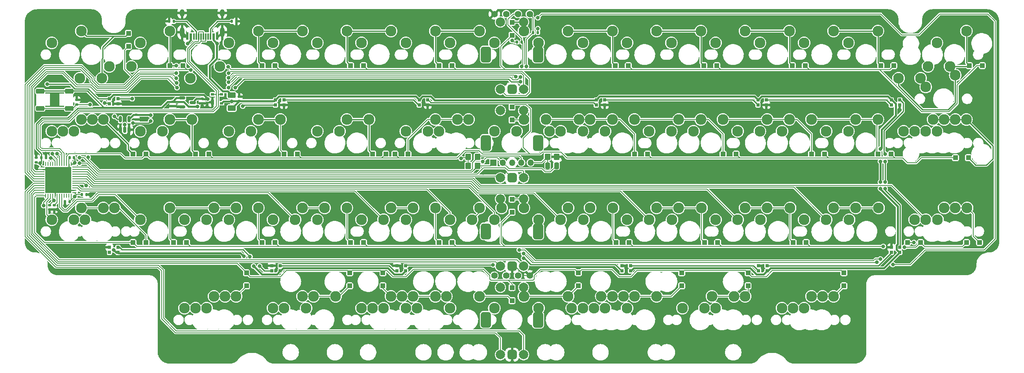
<source format=gbl>
%TF.GenerationSoftware,KiCad,Pcbnew,(7.0.0)*%
%TF.CreationDate,2023-12-19T23:29:08+01:00*%
%TF.ProjectId,universal vault v2,756e6976-6572-4736-916c-207661756c74,rev?*%
%TF.SameCoordinates,Original*%
%TF.FileFunction,Copper,L2,Bot*%
%TF.FilePolarity,Positive*%
%FSLAX46Y46*%
G04 Gerber Fmt 4.6, Leading zero omitted, Abs format (unit mm)*
G04 Created by KiCad (PCBNEW (7.0.0)) date 2023-12-19 23:29:08*
%MOMM*%
%LPD*%
G01*
G04 APERTURE LIST*
G04 Aperture macros list*
%AMRoundRect*
0 Rectangle with rounded corners*
0 $1 Rounding radius*
0 $2 $3 $4 $5 $6 $7 $8 $9 X,Y pos of 4 corners*
0 Add a 4 corners polygon primitive as box body*
4,1,4,$2,$3,$4,$5,$6,$7,$8,$9,$2,$3,0*
0 Add four circle primitives for the rounded corners*
1,1,$1+$1,$2,$3*
1,1,$1+$1,$4,$5*
1,1,$1+$1,$6,$7*
1,1,$1+$1,$8,$9*
0 Add four rect primitives between the rounded corners*
20,1,$1+$1,$2,$3,$4,$5,0*
20,1,$1+$1,$4,$5,$6,$7,0*
20,1,$1+$1,$6,$7,$8,$9,0*
20,1,$1+$1,$8,$9,$2,$3,0*%
G04 Aperture macros list end*
%TA.AperFunction,ComponentPad*%
%ADD10C,2.300000*%
%TD*%
%TA.AperFunction,ComponentPad*%
%ADD11C,1.397000*%
%TD*%
%TA.AperFunction,ComponentPad*%
%ADD12C,2.000000*%
%TD*%
%TA.AperFunction,ComponentPad*%
%ADD13RoundRect,0.500000X0.500000X-0.500000X0.500000X0.500000X-0.500000X0.500000X-0.500000X-0.500000X0*%
%TD*%
%TA.AperFunction,ComponentPad*%
%ADD14RoundRect,0.550000X0.550000X-1.150000X0.550000X1.150000X-0.550000X1.150000X-0.550000X-1.150000X0*%
%TD*%
%TA.AperFunction,SMDPad,CuDef*%
%ADD15RoundRect,0.105000X0.245000X0.245000X-0.245000X0.245000X-0.245000X-0.245000X0.245000X-0.245000X0*%
%TD*%
%TA.AperFunction,SMDPad,CuDef*%
%ADD16RoundRect,0.250000X-0.300000X0.300000X-0.300000X-0.300000X0.300000X-0.300000X0.300000X0.300000X0*%
%TD*%
%TA.AperFunction,SMDPad,CuDef*%
%ADD17RoundRect,0.250000X0.300000X0.300000X-0.300000X0.300000X-0.300000X-0.300000X0.300000X-0.300000X0*%
%TD*%
%TA.AperFunction,SMDPad,CuDef*%
%ADD18RoundRect,0.250000X0.300000X-0.300000X0.300000X0.300000X-0.300000X0.300000X-0.300000X-0.300000X0*%
%TD*%
%TA.AperFunction,SMDPad,CuDef*%
%ADD19RoundRect,0.105000X-0.245000X-0.245000X0.245000X-0.245000X0.245000X0.245000X-0.245000X0.245000X0*%
%TD*%
%TA.AperFunction,ComponentPad*%
%ADD20R,1.350000X1.350000*%
%TD*%
%TA.AperFunction,ComponentPad*%
%ADD21O,1.350000X1.350000*%
%TD*%
%TA.AperFunction,SMDPad,CuDef*%
%ADD22RoundRect,0.140000X-0.170000X0.140000X-0.170000X-0.140000X0.170000X-0.140000X0.170000X0.140000X0*%
%TD*%
%TA.AperFunction,SMDPad,CuDef*%
%ADD23RoundRect,0.135000X0.185000X-0.135000X0.185000X0.135000X-0.185000X0.135000X-0.185000X-0.135000X0*%
%TD*%
%TA.AperFunction,SMDPad,CuDef*%
%ADD24RoundRect,0.150000X0.150000X-0.512500X0.150000X0.512500X-0.150000X0.512500X-0.150000X-0.512500X0*%
%TD*%
%TA.AperFunction,SMDPad,CuDef*%
%ADD25RoundRect,0.140000X-0.140000X-0.170000X0.140000X-0.170000X0.140000X0.170000X-0.140000X0.170000X0*%
%TD*%
%TA.AperFunction,SMDPad,CuDef*%
%ADD26RoundRect,0.140000X0.170000X-0.140000X0.170000X0.140000X-0.170000X0.140000X-0.170000X-0.140000X0*%
%TD*%
%TA.AperFunction,SMDPad,CuDef*%
%ADD27RoundRect,0.250000X-0.300000X-0.300000X0.300000X-0.300000X0.300000X0.300000X-0.300000X0.300000X0*%
%TD*%
%TA.AperFunction,SMDPad,CuDef*%
%ADD28RoundRect,0.135000X0.135000X0.185000X-0.135000X0.185000X-0.135000X-0.185000X0.135000X-0.185000X0*%
%TD*%
%TA.AperFunction,SMDPad,CuDef*%
%ADD29RoundRect,0.140000X0.140000X0.170000X-0.140000X0.170000X-0.140000X-0.170000X0.140000X-0.170000X0*%
%TD*%
%TA.AperFunction,SMDPad,CuDef*%
%ADD30RoundRect,0.275000X0.625000X0.275000X-0.625000X0.275000X-0.625000X-0.275000X0.625000X-0.275000X0*%
%TD*%
%TA.AperFunction,SMDPad,CuDef*%
%ADD31RoundRect,0.250000X0.625000X-0.375000X0.625000X0.375000X-0.625000X0.375000X-0.625000X-0.375000X0*%
%TD*%
%TA.AperFunction,SMDPad,CuDef*%
%ADD32RoundRect,0.150000X-0.512500X-0.150000X0.512500X-0.150000X0.512500X0.150000X-0.512500X0.150000X0*%
%TD*%
%TA.AperFunction,SMDPad,CuDef*%
%ADD33RoundRect,0.135000X-0.135000X-0.185000X0.135000X-0.185000X0.135000X0.185000X-0.135000X0.185000X0*%
%TD*%
%TA.AperFunction,SMDPad,CuDef*%
%ADD34RoundRect,0.250000X0.350000X0.450000X-0.350000X0.450000X-0.350000X-0.450000X0.350000X-0.450000X0*%
%TD*%
%TA.AperFunction,SMDPad,CuDef*%
%ADD35RoundRect,0.250000X-0.350000X-0.450000X0.350000X-0.450000X0.350000X0.450000X-0.350000X0.450000X0*%
%TD*%
%TA.AperFunction,SMDPad,CuDef*%
%ADD36RoundRect,0.250000X0.250000X0.475000X-0.250000X0.475000X-0.250000X-0.475000X0.250000X-0.475000X0*%
%TD*%
%TA.AperFunction,SMDPad,CuDef*%
%ADD37R,0.600000X1.450000*%
%TD*%
%TA.AperFunction,SMDPad,CuDef*%
%ADD38R,0.300000X1.450000*%
%TD*%
%TA.AperFunction,ComponentPad*%
%ADD39O,1.000000X1.600000*%
%TD*%
%TA.AperFunction,ComponentPad*%
%ADD40O,1.000000X2.100000*%
%TD*%
%TA.AperFunction,SMDPad,CuDef*%
%ADD41R,0.700000X1.000000*%
%TD*%
%TA.AperFunction,SMDPad,CuDef*%
%ADD42R,0.700000X0.600000*%
%TD*%
%TA.AperFunction,SMDPad,CuDef*%
%ADD43RoundRect,0.062500X0.062500X-0.375000X0.062500X0.375000X-0.062500X0.375000X-0.062500X-0.375000X0*%
%TD*%
%TA.AperFunction,SMDPad,CuDef*%
%ADD44RoundRect,0.062500X0.375000X-0.062500X0.375000X0.062500X-0.375000X0.062500X-0.375000X-0.062500X0*%
%TD*%
%TA.AperFunction,SMDPad,CuDef*%
%ADD45R,5.600000X5.600000*%
%TD*%
%TA.AperFunction,ViaPad*%
%ADD46C,0.800000*%
%TD*%
%TA.AperFunction,Conductor*%
%ADD47C,0.200000*%
%TD*%
%TA.AperFunction,Conductor*%
%ADD48C,0.254000*%
%TD*%
%TA.AperFunction,Conductor*%
%ADD49C,0.381000*%
%TD*%
%TA.AperFunction,Conductor*%
%ADD50C,0.250000*%
%TD*%
G04 APERTURE END LIST*
D10*
%TO.P,K_SPACE4,1*%
%TO.N,col3*%
X115252500Y-63341250D03*
%TO.P,K_SPACE4,2*%
%TO.N,Net-(D_SPACE4-A)*%
X121602500Y-60801250D03*
%TD*%
%TO.P,K_SPACE68,1*%
%TO.N,col6*%
X167640000Y-82391250D03*
%TO.P,K_SPACE68,2*%
%TO.N,Net-(D_SPACE18-A)*%
X173990000Y-79851250D03*
%TD*%
%TO.P,K_SPACE17,1*%
%TO.N,col5*%
X153352500Y-82391250D03*
%TO.P,K_SPACE17,2*%
%TO.N,Net-(D_SPACE17-A)*%
X159702500Y-79851250D03*
%TD*%
%TO.P,K_SPACE30,1*%
%TO.N,col7*%
X181927500Y-101441250D03*
%TO.P,K_SPACE30,2*%
%TO.N,Net-(D_SPACE30-A)*%
X188277500Y-98901250D03*
%TD*%
%TO.P,K_SPACE118,1*%
%TO.N,col8*%
X200977500Y-120491250D03*
%TO.P,K_SPACE118,2*%
%TO.N,Net-(D_SPACE39-A)*%
X207327500Y-117951250D03*
%TD*%
%TO.P,K_SPACE94,1*%
%TO.N,Net-(D_SPACE27-A)*%
X148590000Y-101441250D03*
%TO.P,K_SPACE94,2*%
%TO.N,col5*%
X154940000Y-98901250D03*
%TD*%
%TO.P,K_SPACE73,1*%
%TO.N,col1*%
X81915000Y-82391250D03*
%TO.P,K_SPACE73,2*%
%TO.N,Net-(D_SPACE13-A)*%
X88265000Y-79851250D03*
%TD*%
%TO.P,K_SPACE117,1*%
%TO.N,col2*%
X105727500Y-120491250D03*
%TO.P,K_SPACE117,2*%
%TO.N,Net-(D_SPACE35-A)*%
X112077500Y-117951250D03*
%TD*%
%TO.P,K_SPACE107,1*%
%TO.N,col1*%
X89058750Y-120491250D03*
%TO.P,K_SPACE107,2*%
%TO.N,Net-(D_SPACE34-A)*%
X95408750Y-117951250D03*
%TD*%
%TO.P,K_SPACE83,1*%
%TO.N,col1*%
X77152500Y-101441250D03*
%TO.P,K_SPACE83,2*%
%TO.N,Net-(D_SPACE24-A)*%
X83502500Y-98901250D03*
%TD*%
%TO.P,K_SPACE124,1*%
%TO.N,col3*%
X127158750Y-120491250D03*
%TO.P,K_SPACE124,2*%
%TO.N,Net-(D_SPACE36-A)*%
X133508750Y-117951250D03*
%TD*%
%TO.P,K_SPACE28,1*%
%TO.N,col4*%
X141446250Y-82391250D03*
%TO.P,K_SPACE28,2*%
%TO.N,Net-(D_SPACE16-A)*%
X147796250Y-79851250D03*
%TD*%
%TO.P,K_SPACE72,1*%
%TO.N,col10*%
X243840000Y-82391250D03*
%TO.P,K_SPACE72,2*%
%TO.N,Net-(D_SPACE22-A)*%
X250190000Y-79851250D03*
%TD*%
D11*
%TO.P,OL2,1,SDA*%
%TO.N,SDA*%
X160972500Y-57150000D03*
%TO.P,OL2,2,SCL*%
%TO.N,SCL*%
X158432500Y-57150000D03*
%TO.P,OL2,3,VCC*%
%TO.N,+3V3*%
X155892500Y-57150000D03*
%TO.P,OL2,4,GND*%
%TO.N,GND*%
X153352500Y-57150000D03*
%TD*%
D10*
%TO.P,K_SPACE95,1*%
%TO.N,col10*%
X246221250Y-72866250D03*
%TO.P,K_SPACE95,2*%
%TO.N,Net-(D_SPACE11-A)*%
X252571250Y-70326250D03*
%TD*%
%TO.P,K_SPACE9,1*%
%TO.N,col8*%
X210502500Y-63341250D03*
%TO.P,K_SPACE9,2*%
%TO.N,Net-(D_SPACE9-A)*%
X216852500Y-60801250D03*
%TD*%
%TO.P,K_SPACE21,1*%
%TO.N,col9*%
X229552500Y-82391250D03*
%TO.P,K_SPACE21,2*%
%TO.N,Net-(D_SPACE21-A)*%
X235902500Y-79851250D03*
%TD*%
%TO.P,K_SPACE33,1*%
%TO.N,col10*%
X243840000Y-101441250D03*
%TO.P,K_SPACE33,2*%
%TO.N,Net-(D_SPACE33-A)*%
X250190000Y-98901250D03*
%TD*%
%TO.P,K_SPACE55,1*%
%TO.N,col3*%
X124777500Y-63341250D03*
%TO.P,K_SPACE55,2*%
%TO.N,Net-(D_SPACE4-A)*%
X131127500Y-60801250D03*
%TD*%
%TO.P,K_SPACE121,1*%
%TO.N,col6*%
X174783750Y-120491250D03*
%TO.P,K_SPACE121,2*%
%TO.N,Net-(D_SPACE38-A)*%
X181133750Y-117951250D03*
%TD*%
%TO.P,K_SPACE115,1*%
%TO.N,col6*%
X170021250Y-120491250D03*
%TO.P,K_SPACE115,2*%
%TO.N,Net-(D_SPACE38-A)*%
X176371250Y-117951250D03*
%TD*%
%TO.P,K_SPACE15,1*%
%TO.N,col3*%
X115252500Y-82391250D03*
%TO.P,K_SPACE15,2*%
%TO.N,Net-(D_SPACE15-A)*%
X121602500Y-79851250D03*
%TD*%
%TO.P,K_SPACE70,1*%
%TO.N,col8*%
X205740000Y-82391250D03*
%TO.P,K_SPACE70,2*%
%TO.N,Net-(D_SPACE20-A)*%
X212090000Y-79851250D03*
%TD*%
%TO.P,K_SPACE38,1*%
%TO.N,col6*%
X177165000Y-120491250D03*
%TO.P,K_SPACE38,2*%
%TO.N,Net-(D_SPACE38-A)*%
X183515000Y-117951250D03*
%TD*%
%TO.P,K_SPACE98,1*%
%TO.N,col8*%
X205740000Y-101441250D03*
%TO.P,K_SPACE98,2*%
%TO.N,Net-(D_SPACE31-A)*%
X212090000Y-98901250D03*
%TD*%
%TO.P,K_SPACE78,1*%
%TO.N,col7*%
X177165000Y-82391250D03*
%TO.P,K_SPACE78,2*%
%TO.N,Net-(D_SPACE19-A)*%
X183515000Y-79851250D03*
%TD*%
%TO.P,K_SPACE101,1*%
%TO.N,col10*%
X246221250Y-82391250D03*
%TO.P,K_SPACE101,2*%
%TO.N,Net-(D_SPACE22-A)*%
X252571250Y-79851250D03*
%TD*%
%TO.P,K_SPACE10,1*%
%TO.N,col9*%
X229552500Y-63341250D03*
%TO.P,K_SPACE10,2*%
%TO.N,Net-(D_SPACE10-A)*%
X235902500Y-60801250D03*
%TD*%
%TO.P,K_SPACE74,1*%
%TO.N,col2*%
X100965000Y-82391250D03*
%TO.P,K_SPACE74,2*%
%TO.N,Net-(D_SPACE14-A)*%
X107315000Y-79851250D03*
%TD*%
D11*
%TO.P,OL1,1,SDA*%
%TO.N,SDA*%
X153352500Y-113506250D03*
%TO.P,OL1,2,SCL*%
%TO.N,SCL*%
X155892500Y-113506250D03*
%TO.P,OL1,3,VCC*%
%TO.N,+3V3*%
X158432500Y-113506250D03*
%TO.P,OL1,4,GND*%
%TO.N,GND*%
X160972500Y-113506250D03*
%TD*%
D10*
%TO.P,K_SPACE99,1*%
%TO.N,col9*%
X224790000Y-101441250D03*
%TO.P,K_SPACE99,2*%
%TO.N,Net-(D_SPACE32-A)*%
X231140000Y-98901250D03*
%TD*%
%TO.P,K_SPACE85,1*%
%TO.N,col3*%
X115252500Y-101441250D03*
%TO.P,K_SPACE85,2*%
%TO.N,Net-(D_SPACE26-A)*%
X121602500Y-98901250D03*
%TD*%
%TO.P,K_SPACE110,1*%
%TO.N,col5*%
X153352500Y-120491250D03*
%TO.P,K_SPACE110,2*%
%TO.N,Net-(D_SPACE42-A)*%
X159702500Y-117951250D03*
%TD*%
%TO.P,K_SPACE2,1*%
%TO.N,col1*%
X77152500Y-63341250D03*
%TO.P,K_SPACE2,2*%
%TO.N,Net-(D_SPACE2-A)*%
X83502500Y-60801250D03*
%TD*%
%TO.P,K_SPACE92,1*%
%TO.N,col2*%
X110490000Y-101441250D03*
%TO.P,K_SPACE92,2*%
%TO.N,Net-(D_SPACE25-A)*%
X116840000Y-98901250D03*
%TD*%
%TO.P,K_SPACE34,1*%
%TO.N,col6*%
X165258750Y-82391250D03*
%TO.P,K_SPACE34,2*%
%TO.N,Net-(D_SPACE18-A)*%
X171608750Y-79851250D03*
%TD*%
%TO.P,K_SPACE14,1*%
%TO.N,col2*%
X96202500Y-82391250D03*
%TO.P,K_SPACE14,2*%
%TO.N,Net-(D_SPACE14-A)*%
X102552500Y-79851250D03*
%TD*%
%TO.P,K_SPACE77,1*%
%TO.N,col6*%
X158115000Y-82391250D03*
%TO.P,K_SPACE77,2*%
%TO.N,Net-(D_SPACE18-A)*%
X164465000Y-79851250D03*
%TD*%
%TO.P,K_SPACE32,1*%
%TO.N,col9*%
X220027500Y-101441250D03*
%TO.P,K_SPACE32,2*%
%TO.N,Net-(D_SPACE32-A)*%
X226377500Y-98901250D03*
%TD*%
%TO.P,K_SPACE114,1*%
%TO.N,col3*%
X136683750Y-120491250D03*
%TO.P,K_SPACE114,2*%
%TO.N,Net-(D_SPACE36-A)*%
X143033750Y-117951250D03*
%TD*%
%TO.P,K_SPACE67,1*%
%TO.N,col0*%
X60483750Y-82391250D03*
%TO.P,K_SPACE67,2*%
%TO.N,Net-(D_SPACE12-A)*%
X66833750Y-79851250D03*
%TD*%
%TO.P,K_SPACE108,1*%
%TO.N,col8*%
X193833750Y-120491250D03*
%TO.P,K_SPACE108,2*%
%TO.N,Net-(D_SPACE39-A)*%
X200183750Y-117951250D03*
%TD*%
%TO.P,K_SPACE37,1*%
%TO.N,col3*%
X129540000Y-120491250D03*
%TO.P,K_SPACE37,2*%
%TO.N,Net-(D_SPACE36-A)*%
X135890000Y-117951250D03*
%TD*%
%TO.P,K_SPACE71,1*%
%TO.N,col9*%
X224790000Y-82391250D03*
%TO.P,K_SPACE71,2*%
%TO.N,Net-(D_SPACE21-A)*%
X231140000Y-79851250D03*
%TD*%
%TO.P,K_SPACE88,1*%
%TO.N,col7*%
X191618750Y-101441250D03*
%TO.P,K_SPACE88,2*%
%TO.N,Net-(D_SPACE30-A)*%
X197968750Y-98901250D03*
%TD*%
%TO.P,K_SPACE50,1*%
%TO.N,col0*%
X65246250Y-101441250D03*
%TO.P,K_SPACE50,2*%
%TO.N,Net-(D_SPACE23-A)*%
X71596250Y-98901250D03*
%TD*%
%TO.P,K_SPACE57,1*%
%TO.N,col0*%
X62865000Y-82391250D03*
%TO.P,K_SPACE57,2*%
%TO.N,Net-(D_SPACE12-A)*%
X69215000Y-79851250D03*
%TD*%
%TO.P,K_SPACE26,1*%
%TO.N,col3*%
X124777500Y-101441250D03*
%TO.P,K_SPACE26,2*%
%TO.N,Net-(D_SPACE26-A)*%
X131127500Y-98901250D03*
%TD*%
%TO.P,K_SPACE90,1*%
%TO.N,col9*%
X229718750Y-101441250D03*
%TO.P,K_SPACE90,2*%
%TO.N,Net-(D_SPACE32-A)*%
X236068750Y-98901250D03*
%TD*%
%TO.P,K_SPACE116,1*%
%TO.N,col6*%
X181927500Y-120491250D03*
%TO.P,K_SPACE116,2*%
%TO.N,Net-(D_SPACE38-A)*%
X188277500Y-117951250D03*
%TD*%
D12*
%TO.P,SW5,A,A*%
%TO.N,rG*%
X154662500Y-111481250D03*
%TO.P,SW5,B,B*%
%TO.N,rH*%
X159662500Y-111481250D03*
D13*
%TO.P,SW5,C,C*%
%TO.N,GND*%
X157162500Y-111481250D03*
D14*
%TO.P,SW5,MP*%
%TO.N,N/C*%
X151562500Y-103981250D03*
X162762500Y-103981250D03*
D12*
%TO.P,SW5,S1,S1*%
%TO.N,Net-(D_SPACE28-A)*%
X159662500Y-96981250D03*
%TO.P,SW5,S2,S2*%
%TO.N,col5*%
X154662500Y-96981250D03*
%TD*%
D10*
%TO.P,K_SPACE93,1*%
%TO.N,col3*%
X129540000Y-101441250D03*
%TO.P,K_SPACE93,2*%
%TO.N,Net-(D_SPACE26-A)*%
X135890000Y-98901250D03*
%TD*%
%TO.P,K_SPACE81,1*%
%TO.N,col10*%
X241458750Y-82391250D03*
%TO.P,K_SPACE81,2*%
%TO.N,Net-(D_SPACE22-A)*%
X247808750Y-79851250D03*
%TD*%
%TO.P,K_SPACE128,1*%
%TO.N,col3*%
X124777500Y-120491250D03*
%TO.P,K_SPACE128,2*%
%TO.N,Net-(D_SPACE36-A)*%
X131127500Y-117951250D03*
%TD*%
%TO.P,K_SPACE87,1*%
%TO.N,col6*%
X172568750Y-101441250D03*
%TO.P,K_SPACE87,2*%
%TO.N,Net-(D_SPACE29-A)*%
X178918750Y-98901250D03*
%TD*%
%TO.P,K_SPACE123,1*%
%TO.N,col9*%
X215265000Y-120491250D03*
%TO.P,K_SPACE123,2*%
%TO.N,Net-(D_SPACE40-A)*%
X221615000Y-117951250D03*
%TD*%
%TO.P,K_SPACE97,1*%
%TO.N,col7*%
X186690000Y-101441250D03*
%TO.P,K_SPACE97,2*%
%TO.N,Net-(D_SPACE30-A)*%
X193040000Y-98901250D03*
%TD*%
%TO.P,K_SPACE69,1*%
%TO.N,col7*%
X186690000Y-82391250D03*
%TO.P,K_SPACE69,2*%
%TO.N,Net-(D_SPACE19-A)*%
X193040000Y-79851250D03*
%TD*%
%TO.P,K_SPACE56,1*%
%TO.N,col4*%
X143827500Y-63341250D03*
%TO.P,K_SPACE56,2*%
%TO.N,Net-(D_SPACE5-A)*%
X150177500Y-60801250D03*
%TD*%
%TO.P,K_SPACE62,1*%
%TO.N,col10*%
X246697500Y-68421250D03*
%TO.P,K_SPACE62,2*%
%TO.N,Net-(D_SPACE11-A)*%
X240347500Y-70961250D03*
%TD*%
%TO.P,K_SPACE109,1*%
%TO.N,col9*%
X217646250Y-120491250D03*
%TO.P,K_SPACE109,2*%
%TO.N,Net-(D_SPACE40-A)*%
X223996250Y-117951250D03*
%TD*%
%TO.P,K_SPACE25,1*%
%TO.N,col2*%
X105727500Y-101441250D03*
%TO.P,K_SPACE25,2*%
%TO.N,Net-(D_SPACE25-A)*%
X112077500Y-98901250D03*
%TD*%
%TO.P,K_SPACE63,1*%
%TO.N,col1*%
X81915000Y-82391250D03*
%TO.P,K_SPACE63,2*%
%TO.N,Net-(D_SPACE13-A)*%
X88265000Y-79851250D03*
%TD*%
%TO.P,K_SPACE51,1*%
%TO.N,col1*%
X91440000Y-101441250D03*
%TO.P,K_SPACE51,2*%
%TO.N,Net-(D_SPACE24-A)*%
X97790000Y-98901250D03*
%TD*%
%TO.P,K_SPACE60,1*%
%TO.N,col8*%
X200977500Y-63341250D03*
%TO.P,K_SPACE60,2*%
%TO.N,Net-(D_SPACE9-A)*%
X207327500Y-60801250D03*
%TD*%
%TO.P,K_SPACE103,1*%
%TO.N,col0*%
X70485000Y-68421250D03*
%TO.P,K_SPACE103,2*%
%TO.N,Net-(D_SPACE1-A)*%
X64135000Y-70961250D03*
%TD*%
%TO.P,K_SPACE102,1*%
%TO.N,Net-(D_SPACE11-A)*%
X251460000Y-68421250D03*
%TO.P,K_SPACE102,2*%
%TO.N,col10*%
X245110000Y-70961250D03*
%TD*%
%TO.P,K_SPACE39,1*%
%TO.N,col3*%
X124777500Y-120491250D03*
%TO.P,K_SPACE39,2*%
%TO.N,Net-(D_SPACE36-A)*%
X131127500Y-117951250D03*
%TD*%
%TO.P,K_SPACE8,1*%
%TO.N,col7*%
X191452500Y-63341250D03*
%TO.P,K_SPACE8,2*%
%TO.N,Net-(D_SPACE8-A)*%
X197802500Y-60801250D03*
%TD*%
%TO.P,K_SPACE86,1*%
%TO.N,col4*%
X134302500Y-101441250D03*
%TO.P,K_SPACE86,2*%
%TO.N,Net-(D_SPACE27-A)*%
X140652500Y-98901250D03*
%TD*%
%TO.P,K_SPACE100,1*%
%TO.N,col10*%
X246221250Y-101441250D03*
%TO.P,K_SPACE100,2*%
%TO.N,Net-(D_SPACE33-A)*%
X252571250Y-98901250D03*
%TD*%
%TO.P,K_SPACE66,1*%
%TO.N,col4*%
X139065000Y-82391250D03*
%TO.P,K_SPACE66,2*%
%TO.N,Net-(D_SPACE16-A)*%
X145415000Y-79851250D03*
%TD*%
D12*
%TO.P,SW1,A,A*%
%TO.N,rA*%
X154662500Y-73381250D03*
%TO.P,SW1,B,B*%
%TO.N,rB*%
X159662500Y-73381250D03*
D13*
%TO.P,SW1,C,C*%
%TO.N,GND*%
X157162500Y-73381250D03*
D14*
%TO.P,SW1,MP*%
%TO.N,N/C*%
X151562500Y-65881250D03*
X162762500Y-65881250D03*
D12*
%TO.P,SW1,S1,S1*%
%TO.N,Net-(D_SPACE6-A)*%
X159662500Y-58881250D03*
%TO.P,SW1,S2,S2*%
%TO.N,col5*%
X154662500Y-58881250D03*
%TD*%
D10*
%TO.P,K_SPACE79,1*%
%TO.N,col8*%
X196215000Y-82391250D03*
%TO.P,K_SPACE79,2*%
%TO.N,Net-(D_SPACE20-A)*%
X202565000Y-79851250D03*
%TD*%
%TO.P,K_SPACE64,1*%
%TO.N,col2*%
X100965000Y-82391250D03*
%TO.P,K_SPACE64,2*%
%TO.N,Net-(D_SPACE14-A)*%
X107315000Y-79851250D03*
%TD*%
%TO.P,K_SPACE20,1*%
%TO.N,col8*%
X210502500Y-82391250D03*
%TO.P,K_SPACE20,2*%
%TO.N,Net-(D_SPACE20-A)*%
X216852500Y-79851250D03*
%TD*%
%TO.P,K_SPACE49,1*%
%TO.N,col5*%
X153352500Y-101441250D03*
%TO.P,K_SPACE49,2*%
%TO.N,Net-(D_SPACE28-A)*%
X159702500Y-98901250D03*
%TD*%
%TO.P,K_SPACE59,1*%
%TO.N,col7*%
X181927500Y-63341250D03*
%TO.P,K_SPACE59,2*%
%TO.N,Net-(D_SPACE8-A)*%
X188277500Y-60801250D03*
%TD*%
%TO.P,K_SPACE104,1*%
%TO.N,col0*%
X60483750Y-82391250D03*
%TO.P,K_SPACE104,2*%
%TO.N,Net-(D_SPACE12-A)*%
X66833750Y-79851250D03*
%TD*%
%TO.P,K_SPACE84,1*%
%TO.N,col2*%
X96202500Y-101441250D03*
%TO.P,K_SPACE84,2*%
%TO.N,Net-(D_SPACE25-A)*%
X102552500Y-98901250D03*
%TD*%
%TO.P,K_SPACE106,1*%
%TO.N,col2*%
X112871250Y-120491250D03*
%TO.P,K_SPACE106,2*%
%TO.N,Net-(D_SPACE35-A)*%
X119221250Y-117951250D03*
%TD*%
%TO.P,K_SPACE125,1*%
%TO.N,col6*%
X172402500Y-120491250D03*
%TO.P,K_SPACE125,2*%
%TO.N,Net-(D_SPACE38-A)*%
X178752500Y-117951250D03*
%TD*%
%TO.P,K_SPACE11,1*%
%TO.N,col10*%
X248602500Y-63341250D03*
%TO.P,K_SPACE11,2*%
%TO.N,Net-(D_SPACE11-A)*%
X254952500Y-60801250D03*
%TD*%
%TO.P,K_SPACE91,1*%
%TO.N,col10*%
X248768750Y-101441250D03*
%TO.P,K_SPACE91,2*%
%TO.N,Net-(D_SPACE33-A)*%
X255118750Y-98901250D03*
%TD*%
D12*
%TO.P,SW2,A,A*%
%TO.N,rC*%
X154662500Y-92431250D03*
%TO.P,SW2,B,B*%
%TO.N,rD*%
X159662500Y-92431250D03*
D13*
%TO.P,SW2,C,C*%
%TO.N,GND*%
X157162500Y-92431250D03*
D14*
%TO.P,SW2,MP*%
%TO.N,N/C*%
X151562500Y-84931250D03*
X162762500Y-84931250D03*
D12*
%TO.P,SW2,S1,S1*%
%TO.N,Net-(D_SPACE17-A)*%
X159662500Y-77931250D03*
%TO.P,SW2,S2,S2*%
%TO.N,col5*%
X154662500Y-77931250D03*
%TD*%
D10*
%TO.P,K_SPACE122,1*%
%TO.N,col1*%
X91440000Y-120491250D03*
%TO.P,K_SPACE122,2*%
%TO.N,Net-(D_SPACE34-A)*%
X97790000Y-117951250D03*
%TD*%
%TO.P,K_SPACE129,1*%
%TO.N,col6*%
X181927500Y-120491250D03*
%TO.P,K_SPACE129,2*%
%TO.N,Net-(D_SPACE38-A)*%
X188277500Y-117951250D03*
%TD*%
%TO.P,K_SPACE113,1*%
%TO.N,col9*%
X220027500Y-120491250D03*
%TO.P,K_SPACE113,2*%
%TO.N,Net-(D_SPACE40-A)*%
X226377500Y-117951250D03*
%TD*%
%TO.P,K_SPACE19,1*%
%TO.N,col7*%
X191452500Y-82391250D03*
%TO.P,K_SPACE19,2*%
%TO.N,Net-(D_SPACE19-A)*%
X197802500Y-79851250D03*
%TD*%
%TO.P,K_SPACE23,1*%
%TO.N,col0*%
X62865000Y-101441250D03*
%TO.P,K_SPACE23,2*%
%TO.N,Net-(D_SPACE23-A)*%
X69215000Y-98901250D03*
%TD*%
%TO.P,K_SPACE16,1*%
%TO.N,col4*%
X134302500Y-82391250D03*
%TO.P,K_SPACE16,2*%
%TO.N,Net-(D_SPACE16-A)*%
X140652500Y-79851250D03*
%TD*%
%TO.P,K_SPACE105,1*%
%TO.N,col1*%
X86677500Y-120491250D03*
%TO.P,K_SPACE105,2*%
%TO.N,Net-(D_SPACE34-A)*%
X93027500Y-117951250D03*
%TD*%
%TO.P,K_SPACE12,1*%
%TO.N,col0*%
X58102500Y-82391250D03*
%TO.P,K_SPACE12,2*%
%TO.N,Net-(D_SPACE12-A)*%
X64452500Y-79851250D03*
%TD*%
%TO.P,K_SPACE22,1*%
%TO.N,col10*%
X248602500Y-82391250D03*
%TO.P,K_SPACE22,2*%
%TO.N,Net-(D_SPACE22-A)*%
X254952500Y-79851250D03*
%TD*%
%TO.P,K_SPACE52,1*%
%TO.N,col0*%
X75247500Y-68421250D03*
%TO.P,K_SPACE52,2*%
%TO.N,Net-(D_SPACE1-A)*%
X68897500Y-70961250D03*
%TD*%
%TO.P,K_SPACE65,1*%
%TO.N,col3*%
X120015000Y-82391250D03*
%TO.P,K_SPACE65,2*%
%TO.N,Net-(D_SPACE15-A)*%
X126365000Y-79851250D03*
%TD*%
%TO.P,K_SPACE53,1*%
%TO.N,col1*%
X94297500Y-68421250D03*
%TO.P,K_SPACE53,2*%
%TO.N,Net-(D_SPACE2-A)*%
X87947500Y-70961250D03*
%TD*%
%TO.P,K_SPACE3,1*%
%TO.N,col2*%
X96202500Y-63341250D03*
%TO.P,K_SPACE3,2*%
%TO.N,Net-(D_SPACE3-A)*%
X102552500Y-60801250D03*
%TD*%
%TO.P,K_SPACE80,1*%
%TO.N,col9*%
X215265000Y-82391250D03*
%TO.P,K_SPACE80,2*%
%TO.N,Net-(D_SPACE21-A)*%
X221615000Y-79851250D03*
%TD*%
%TO.P,K_SPACE7,1*%
%TO.N,col6*%
X172402500Y-63341250D03*
%TO.P,K_SPACE7,2*%
%TO.N,Net-(D_SPACE7-A)*%
X178752500Y-60801250D03*
%TD*%
%TO.P,K_SPACE96,1*%
%TO.N,col6*%
X167640000Y-101441250D03*
%TO.P,K_SPACE96,2*%
%TO.N,Net-(D_SPACE29-A)*%
X173990000Y-98901250D03*
%TD*%
%TO.P,K_SPACE6,1*%
%TO.N,col5*%
X153352500Y-63341250D03*
%TO.P,K_SPACE6,2*%
%TO.N,Net-(D_SPACE6-A)*%
X159702500Y-60801250D03*
%TD*%
%TO.P,K_SPACE82,1*%
%TO.N,col0*%
X58102500Y-101441250D03*
%TO.P,K_SPACE82,2*%
%TO.N,Net-(D_SPACE23-A)*%
X64452500Y-98901250D03*
%TD*%
%TO.P,K_SPACE111,1*%
%TO.N,col2*%
X108108750Y-120491250D03*
%TO.P,K_SPACE111,2*%
%TO.N,Net-(D_SPACE35-A)*%
X114458750Y-117951250D03*
%TD*%
%TO.P,K_SPACE89,1*%
%TO.N,col8*%
X210668750Y-101441250D03*
%TO.P,K_SPACE89,2*%
%TO.N,Net-(D_SPACE31-A)*%
X217018750Y-98901250D03*
%TD*%
%TO.P,K_SPACE29,1*%
%TO.N,col6*%
X162877500Y-101441250D03*
%TO.P,K_SPACE29,2*%
%TO.N,Net-(D_SPACE29-A)*%
X169227500Y-98901250D03*
%TD*%
%TO.P,K_SPACE5,1*%
%TO.N,col4*%
X134302500Y-63341250D03*
%TO.P,K_SPACE5,2*%
%TO.N,Net-(D_SPACE5-A)*%
X140652500Y-60801250D03*
%TD*%
%TO.P,K_SPACE120,1*%
%TO.N,col3*%
X134302500Y-120491250D03*
%TO.P,K_SPACE120,2*%
%TO.N,Net-(D_SPACE36-A)*%
X140652500Y-117951250D03*
%TD*%
%TO.P,K_SPACE58,1*%
%TO.N,col6*%
X162877500Y-63341250D03*
%TO.P,K_SPACE58,2*%
%TO.N,Net-(D_SPACE7-A)*%
X169227500Y-60801250D03*
%TD*%
%TO.P,K_SPACE75,1*%
%TO.N,col3*%
X120015000Y-82391250D03*
%TO.P,K_SPACE75,2*%
%TO.N,Net-(D_SPACE15-A)*%
X126365000Y-79851250D03*
%TD*%
%TO.P,K_SPACE27,1*%
%TO.N,col4*%
X143827500Y-101441250D03*
%TO.P,K_SPACE27,2*%
%TO.N,Net-(D_SPACE27-A)*%
X150177500Y-98901250D03*
%TD*%
%TO.P,K_SPACE61,1*%
%TO.N,col9*%
X220027500Y-63341250D03*
%TO.P,K_SPACE61,2*%
%TO.N,Net-(D_SPACE10-A)*%
X226377500Y-60801250D03*
%TD*%
%TO.P,K_SPACE24,1*%
%TO.N,col1*%
X86677500Y-101441250D03*
%TO.P,K_SPACE24,2*%
%TO.N,Net-(D_SPACE24-A)*%
X93027500Y-98901250D03*
%TD*%
%TO.P,K_SPACE18,1*%
%TO.N,col6*%
X172402500Y-82391250D03*
%TO.P,K_SPACE18,2*%
%TO.N,Net-(D_SPACE18-A)*%
X178752500Y-79851250D03*
%TD*%
%TO.P,K_SPACE76,1*%
%TO.N,col4*%
X139065000Y-82391250D03*
%TO.P,K_SPACE76,2*%
%TO.N,Net-(D_SPACE16-A)*%
X145415000Y-79851250D03*
%TD*%
%TO.P,K_SPACE31,1*%
%TO.N,col8*%
X200977500Y-101441250D03*
%TO.P,K_SPACE31,2*%
%TO.N,Net-(D_SPACE31-A)*%
X207327500Y-98901250D03*
%TD*%
%TO.P,K_SPACE1,1*%
%TO.N,col0*%
X58102500Y-63341250D03*
%TO.P,K_SPACE1,2*%
%TO.N,Net-(D_SPACE1-A)*%
X64452500Y-60801250D03*
%TD*%
D12*
%TO.P,SW3,A,A*%
%TO.N,rE*%
X154662500Y-130531250D03*
%TO.P,SW3,B,B*%
%TO.N,rF*%
X159662500Y-130531250D03*
D13*
%TO.P,SW3,C,C*%
%TO.N,GND*%
X157162500Y-130531250D03*
D14*
%TO.P,SW3,MP*%
%TO.N,N/C*%
X151562500Y-123031250D03*
X162762500Y-123031250D03*
D12*
%TO.P,SW3,S1,S1*%
%TO.N,Net-(D_SPACE42-A)*%
X159662500Y-116031250D03*
%TO.P,SW3,S2,S2*%
%TO.N,col5*%
X154662500Y-116031250D03*
%TD*%
D10*
%TO.P,K_SPACE112,1*%
%TO.N,col8*%
X198596250Y-120491250D03*
%TO.P,K_SPACE112,2*%
%TO.N,Net-(D_SPACE39-A)*%
X204946250Y-117951250D03*
%TD*%
%TO.P,K_SPACE35,1*%
%TO.N,col4*%
X143827500Y-120491250D03*
%TO.P,K_SPACE35,2*%
%TO.N,Net-(D_SPACE37-A)*%
X150177500Y-117951250D03*
%TD*%
%TO.P,K_SPACE54,1*%
%TO.N,col2*%
X105727500Y-63341250D03*
%TO.P,K_SPACE54,2*%
%TO.N,Net-(D_SPACE3-A)*%
X112077500Y-60801250D03*
%TD*%
%TO.P,K_SPACE13,1*%
%TO.N,col1*%
X77152500Y-82391250D03*
%TO.P,K_SPACE13,2*%
%TO.N,Net-(D_SPACE13-A)*%
X83502500Y-79851250D03*
%TD*%
%TO.P,K_SPACE36,1*%
%TO.N,col5*%
X162877500Y-120491250D03*
%TO.P,K_SPACE36,2*%
%TO.N,Net-(D_SPACE42-A)*%
X169227500Y-117951250D03*
%TD*%
D15*
%TO.P,LED1,1,DOUT*%
%TO.N,Net-(LED1-DOUT)*%
X72352500Y-75406250D03*
%TO.P,LED1,2,VSS*%
%TO.N,GND*%
X72352500Y-76506250D03*
%TO.P,LED1,3,DIN*%
%TO.N,rgb underglow*%
X70522500Y-76506250D03*
%TO.P,LED1,4,VDD*%
%TO.N,+5V*%
X70522500Y-75406250D03*
%TD*%
%TO.P,LED6,1,DOUT*%
%TO.N,Net-(LED6-DOUT)*%
X240627500Y-75650000D03*
%TO.P,LED6,2,VSS*%
%TO.N,GND*%
X240627500Y-76750000D03*
%TO.P,LED6,3,DIN*%
%TO.N,Net-(LED5-DOUT)*%
X238797500Y-76750000D03*
%TO.P,LED6,4,VDD*%
%TO.N,+5V*%
X238797500Y-75650000D03*
%TD*%
D16*
%TO.P,D_SPACE34,1,K*%
%TO.N,row3*%
X100012500Y-112900000D03*
%TO.P,D_SPACE34,2,A*%
%TO.N,Net-(D_SPACE34-A)*%
X100012500Y-115700000D03*
%TD*%
D17*
%TO.P,D_SPACE5,1,K*%
%TO.N,row0*%
X144275000Y-68262500D03*
%TO.P,D_SPACE5,2,A*%
%TO.N,Net-(D_SPACE5-A)*%
X141475000Y-68262500D03*
%TD*%
D18*
%TO.P,D_SPACE1,1,K*%
%TO.N,row0*%
X74612500Y-64106250D03*
%TO.P,D_SPACE1,2,A*%
%TO.N,Net-(D_SPACE1-A)*%
X74612500Y-61306250D03*
%TD*%
D19*
%TO.P,LED11,1,DOUT*%
%TO.N,Net-(LED11-DOUT)*%
X105447500Y-112468750D03*
%TO.P,LED11,2,VSS*%
%TO.N,GND*%
X105447500Y-111368750D03*
%TO.P,LED11,3,DIN*%
%TO.N,Net-(LED10-DOUT)*%
X107277500Y-111368750D03*
%TO.P,LED11,4,VDD*%
%TO.N,+5V*%
X107277500Y-112468750D03*
%TD*%
D20*
%TO.P,TP1,1,Pin_1*%
%TO.N,TP_clk*%
X153162499Y-89159999D03*
D21*
%TO.P,TP1,2,Pin_2*%
%TO.N,+3V3*%
X155162499Y-89159999D03*
%TO.P,TP1,3,Pin_3*%
%TO.N,GND*%
X157162499Y-89159999D03*
%TO.P,TP1,4,Pin_4*%
%TO.N,TP_data*%
X159162499Y-89159999D03*
%TO.P,TP1,5,Pin_5*%
%TO.N,/TP_RST*%
X161162499Y-89159999D03*
%TD*%
D22*
%TO.P,C7,1*%
%TO.N,NRST*%
X58673171Y-98312310D03*
%TO.P,C7,2*%
%TO.N,GND*%
X58673171Y-99272310D03*
%TD*%
D17*
%TO.P,D_SPACE32,1,K*%
%TO.N,row2*%
X245081250Y-106362500D03*
%TO.P,D_SPACE32,2,A*%
%TO.N,Net-(D_SPACE32-A)*%
X242281250Y-106362500D03*
%TD*%
D23*
%TO.P,R1,1*%
%TO.N,BOOT*%
X63500000Y-76626250D03*
%TO.P,R1,2*%
%TO.N,GND*%
X63500000Y-75606250D03*
%TD*%
D24*
%TO.P,U3,1*%
%TO.N,GND*%
X74768750Y-82100000D03*
%TO.P,U3,2*%
%TO.N,RGB MCU*%
X73818750Y-82100000D03*
%TO.P,U3,3,GND*%
%TO.N,GND*%
X72868750Y-82100000D03*
%TO.P,U3,4*%
%TO.N,rgb underglow*%
X72868750Y-79825000D03*
%TO.P,U3,5,+5V*%
%TO.N,+5V*%
X74768750Y-79825000D03*
%TD*%
D16*
%TO.P,D_SPACE36,1,K*%
%TO.N,row3*%
X129381250Y-112900000D03*
%TO.P,D_SPACE36,2,A*%
%TO.N,Net-(D_SPACE36-A)*%
X129381250Y-115700000D03*
%TD*%
D25*
%TO.P,C4,1*%
%TO.N,+3V3*%
X64607500Y-96043750D03*
%TO.P,C4,2*%
%TO.N,GND*%
X65567500Y-96043750D03*
%TD*%
D19*
%TO.P,LED12,1,DOUT*%
%TO.N,unconnected-(LED12-DOUT-Pad1)*%
X70522500Y-108500000D03*
%TO.P,LED12,2,VSS*%
%TO.N,GND*%
X70522500Y-107400000D03*
%TO.P,LED12,3,DIN*%
%TO.N,Net-(LED11-DOUT)*%
X72352500Y-107400000D03*
%TO.P,LED12,4,VDD*%
%TO.N,+5V*%
X72352500Y-108500000D03*
%TD*%
D15*
%TO.P,LED5,1,DOUT*%
%TO.N,Net-(LED5-DOUT)*%
X211931250Y-75650000D03*
%TO.P,LED5,2,VSS*%
%TO.N,GND*%
X211931250Y-76750000D03*
%TO.P,LED5,3,DIN*%
%TO.N,Net-(LED4-DOUT)*%
X210101250Y-76750000D03*
%TO.P,LED5,4,VDD*%
%TO.N,+5V*%
X210101250Y-75650000D03*
%TD*%
D19*
%TO.P,LED7,1,DOUT*%
%TO.N,Net-(LED7-DOUT)*%
X238797500Y-108500000D03*
%TO.P,LED7,2,VSS*%
%TO.N,GND*%
X238797500Y-107400000D03*
%TO.P,LED7,3,DIN*%
%TO.N,Net-(LED6-DOUT)*%
X240627500Y-107400000D03*
%TO.P,LED7,4,VDD*%
%TO.N,+5V*%
X240627500Y-108500000D03*
%TD*%
%TO.P,LED8,1,DOUT*%
%TO.N,Net-(LED8-DOUT)*%
X210222500Y-112468750D03*
%TO.P,LED8,2,VSS*%
%TO.N,GND*%
X210222500Y-111368750D03*
%TO.P,LED8,3,DIN*%
%TO.N,Net-(LED7-DOUT)*%
X212052500Y-111368750D03*
%TO.P,LED8,4,VDD*%
%TO.N,+5V*%
X212052500Y-112468750D03*
%TD*%
D16*
%TO.P,D_SPACE38,1,K*%
%TO.N,row3*%
X193675000Y-112900000D03*
%TO.P,D_SPACE38,2,A*%
%TO.N,Net-(D_SPACE38-A)*%
X193675000Y-115700000D03*
%TD*%
D17*
%TO.P,D_SPACE25,1,K*%
%TO.N,row2*%
X106175000Y-106362500D03*
%TO.P,D_SPACE25,2,A*%
%TO.N,Net-(D_SPACE25-A)*%
X103375000Y-106362500D03*
%TD*%
%TO.P,D_SPACE18,1,K*%
%TO.N,row1*%
X186343750Y-87312500D03*
%TO.P,D_SPACE18,2,A*%
%TO.N,Net-(D_SPACE18-A)*%
X183543750Y-87312500D03*
%TD*%
%TO.P,D_SPACE9,1,K*%
%TO.N,row0*%
X220287500Y-68262500D03*
%TO.P,D_SPACE9,2,A*%
%TO.N,Net-(D_SPACE9-A)*%
X217487500Y-68262500D03*
%TD*%
%TO.P,D_SPACE13,1,K*%
%TO.N,row1*%
X91888594Y-87312500D03*
%TO.P,D_SPACE13,2,A*%
%TO.N,Net-(D_SPACE13-A)*%
X89088594Y-87312500D03*
%TD*%
D26*
%TO.P,C2,1*%
%TO.N,+3V3*%
X54768750Y-89066250D03*
%TO.P,C2,2*%
%TO.N,GND*%
X54768750Y-88106250D03*
%TD*%
D16*
%TO.P,D_SPACE35,1,K*%
%TO.N,row3*%
X122237500Y-112900000D03*
%TO.P,D_SPACE35,2,A*%
%TO.N,Net-(D_SPACE35-A)*%
X122237500Y-115700000D03*
%TD*%
D17*
%TO.P,D_SPACE12,1,K*%
%TO.N,row1*%
X78393750Y-87312500D03*
%TO.P,D_SPACE12,2,A*%
%TO.N,Net-(D_SPACE12-A)*%
X75593750Y-87312500D03*
%TD*%
%TO.P,D_SPACE29,1,K*%
%TO.N,row2*%
X182375000Y-106362500D03*
%TO.P,D_SPACE29,2,A*%
%TO.N,Net-(D_SPACE29-A)*%
X179575000Y-106362500D03*
%TD*%
D22*
%TO.P,C10,1*%
%TO.N,+3V3*%
X84137500Y-76033750D03*
%TO.P,C10,2*%
%TO.N,GND*%
X84137500Y-76993750D03*
%TD*%
D17*
%TO.P,D_SPACE2,1,K*%
%TO.N,row0*%
X86331250Y-68262500D03*
%TO.P,D_SPACE2,2,A*%
%TO.N,Net-(D_SPACE2-A)*%
X83531250Y-68262500D03*
%TD*%
D22*
%TO.P,C8,1*%
%TO.N,+5V*%
X90487500Y-75406250D03*
%TO.P,C8,2*%
%TO.N,GND*%
X90487500Y-76366250D03*
%TD*%
D19*
%TO.P,LED9,1,DOUT*%
%TO.N,Net-(LED10-DIN)*%
X180853750Y-112468750D03*
%TO.P,LED9,2,VSS*%
%TO.N,GND*%
X180853750Y-111368750D03*
%TO.P,LED9,3,DIN*%
%TO.N,Net-(LED8-DOUT)*%
X182683750Y-111368750D03*
%TO.P,LED9,4,VDD*%
%TO.N,+5V*%
X182683750Y-112468750D03*
%TD*%
D17*
%TO.P,D_SPACE20,1,K*%
%TO.N,row1*%
X224416325Y-87312500D03*
%TO.P,D_SPACE20,2,A*%
%TO.N,Net-(D_SPACE20-A)*%
X221616325Y-87312500D03*
%TD*%
%TO.P,D_SPACE24,1,K*%
%TO.N,row2*%
X87125000Y-106362500D03*
%TO.P,D_SPACE24,2,A*%
%TO.N,Net-(D_SPACE24-A)*%
X84325000Y-106362500D03*
%TD*%
D15*
%TO.P,LED2,1,DOUT*%
%TO.N,Net-(LED2-DOUT)*%
X108071250Y-75650000D03*
%TO.P,LED2,2,VSS*%
%TO.N,GND*%
X108071250Y-76750000D03*
%TO.P,LED2,3,DIN*%
%TO.N,Net-(LED1-DOUT)*%
X106241250Y-76750000D03*
%TO.P,LED2,4,VDD*%
%TO.N,+5V*%
X106241250Y-75650000D03*
%TD*%
D17*
%TO.P,D_SPACE21,1,K*%
%TO.N,row1*%
X238731250Y-87312500D03*
%TO.P,D_SPACE21,2,A*%
%TO.N,Net-(D_SPACE21-A)*%
X235931250Y-87312500D03*
%TD*%
%TO.P,D_SPACE15,1,K*%
%TO.N,row1*%
X129987500Y-87312500D03*
%TO.P,D_SPACE15,2,A*%
%TO.N,Net-(D_SPACE15-A)*%
X127187500Y-87312500D03*
%TD*%
%TO.P,D_SPACE26,1,K*%
%TO.N,row2*%
X125225000Y-106362500D03*
%TO.P,D_SPACE26,2,A*%
%TO.N,Net-(D_SPACE26-A)*%
X122425000Y-106362500D03*
%TD*%
D27*
%TO.P,D_SPACE16,1,K*%
%TO.N,row1*%
X131950000Y-87312500D03*
%TO.P,D_SPACE16,2,A*%
%TO.N,Net-(D_SPACE16-A)*%
X134750000Y-87312500D03*
%TD*%
D17*
%TO.P,D_SPACE14,1,K*%
%TO.N,row1*%
X110937500Y-87312500D03*
%TO.P,D_SPACE14,2,A*%
%TO.N,Net-(D_SPACE14-A)*%
X108137500Y-87312500D03*
%TD*%
D15*
%TO.P,LED4,1,DOUT*%
%TO.N,Net-(LED4-DOUT)*%
X177127500Y-75650000D03*
%TO.P,LED4,2,VSS*%
%TO.N,GND*%
X177127500Y-76750000D03*
%TO.P,LED4,3,DIN*%
%TO.N,Net-(LED3-DOUT)*%
X175297500Y-76750000D03*
%TO.P,LED4,4,VDD*%
%TO.N,+5V*%
X175297500Y-75650000D03*
%TD*%
D28*
%TO.P,R2,1*%
%TO.N,Net-(J1-CC1)*%
X84363750Y-58737500D03*
%TO.P,R2,2*%
%TO.N,GND*%
X83343750Y-58737500D03*
%TD*%
D17*
%TO.P,D_SPACE30,1,K*%
%TO.N,row2*%
X201425000Y-106362500D03*
%TO.P,D_SPACE30,2,A*%
%TO.N,Net-(D_SPACE30-A)*%
X198625000Y-106362500D03*
%TD*%
D19*
%TO.P,LED10,1,DOUT*%
%TO.N,Net-(LED10-DOUT)*%
X132435000Y-112468750D03*
%TO.P,LED10,2,VSS*%
%TO.N,GND*%
X132435000Y-111368750D03*
%TO.P,LED10,3,DIN*%
%TO.N,Net-(LED10-DIN)*%
X134265000Y-111368750D03*
%TO.P,LED10,4,VDD*%
%TO.N,+5V*%
X134265000Y-112468750D03*
%TD*%
D29*
%TO.P,C1,1*%
%TO.N,+3V3*%
X62872500Y-88106250D03*
%TO.P,C1,2*%
%TO.N,GND*%
X61912500Y-88106250D03*
%TD*%
D17*
%TO.P,D_SPACE4,1,K*%
%TO.N,row0*%
X125225000Y-68262500D03*
%TO.P,D_SPACE4,2,A*%
%TO.N,Net-(D_SPACE4-A)*%
X122425000Y-68262500D03*
%TD*%
D25*
%TO.P,C6,1*%
%TO.N,+3V3*%
X55876250Y-88106250D03*
%TO.P,C6,2*%
%TO.N,GND*%
X56836250Y-88106250D03*
%TD*%
D17*
%TO.P,D_SPACE11,1,K*%
%TO.N,row0*%
X258387500Y-68262500D03*
%TO.P,D_SPACE11,2,A*%
%TO.N,Net-(D_SPACE11-A)*%
X255587500Y-68262500D03*
%TD*%
D29*
%TO.P,C5,1*%
%TO.N,+3V3*%
X61939993Y-97566251D03*
%TO.P,C5,2*%
%TO.N,GND*%
X60979993Y-97566251D03*
%TD*%
D30*
%TO.P,SW4,1,1*%
%TO.N,+3V3*%
X61837500Y-73756250D03*
X55637500Y-73756250D03*
%TO.P,SW4,2,2*%
%TO.N,BOOT*%
X61837500Y-77456250D03*
X55637500Y-77456250D03*
%TD*%
D31*
%TO.P,F2,1*%
%TO.N,+5V*%
X96837500Y-77412500D03*
%TO.P,F2,2*%
%TO.N,VCC*%
X96837500Y-74612500D03*
%TD*%
D32*
%TO.P,U2,1,GND*%
%TO.N,GND*%
X86175000Y-77150000D03*
%TO.P,U2,2,VO*%
%TO.N,+3V3*%
X86175000Y-75250000D03*
%TO.P,U2,3,VI*%
%TO.N,+5V*%
X88450000Y-76200000D03*
%TD*%
D33*
%TO.P,R4,1*%
%TO.N,SDA*%
X161698750Y-61118750D03*
%TO.P,R4,2*%
%TO.N,+3V3*%
X162718750Y-61118750D03*
%TD*%
D17*
%TO.P,D_SPACE10,1,K*%
%TO.N,row0*%
X239337500Y-68262500D03*
%TO.P,D_SPACE10,2,A*%
%TO.N,Net-(D_SPACE10-A)*%
X236537500Y-68262500D03*
%TD*%
D16*
%TO.P,D_SPACE40,1,K*%
%TO.N,row3*%
X228600000Y-112900000D03*
%TO.P,D_SPACE40,2,A*%
%TO.N,Net-(D_SPACE40-A)*%
X228600000Y-115700000D03*
%TD*%
D15*
%TO.P,LED3,1,DOUT*%
%TO.N,Net-(LED3-DOUT)*%
X139027500Y-75650000D03*
%TO.P,LED3,2,VSS*%
%TO.N,GND*%
X139027500Y-76750000D03*
%TO.P,LED3,3,DIN*%
%TO.N,Net-(LED2-DOUT)*%
X137197500Y-76750000D03*
%TO.P,LED3,4,VDD*%
%TO.N,+5V*%
X137197500Y-75650000D03*
%TD*%
D17*
%TO.P,D_SPACE8,1,K*%
%TO.N,row0*%
X201237500Y-68262500D03*
%TO.P,D_SPACE8,2,A*%
%TO.N,Net-(D_SPACE8-A)*%
X198437500Y-68262500D03*
%TD*%
D16*
%TO.P,D_SPACE39,1,K*%
%TO.N,row3*%
X207962500Y-112900000D03*
%TO.P,D_SPACE39,2,A*%
%TO.N,Net-(D_SPACE39-A)*%
X207962500Y-115700000D03*
%TD*%
D17*
%TO.P,D_SPACE3,1,K*%
%TO.N,row0*%
X106175000Y-68262500D03*
%TO.P,D_SPACE3,2,A*%
%TO.N,Net-(D_SPACE3-A)*%
X103375000Y-68262500D03*
%TD*%
D34*
%TO.P,UR2,1*%
%TO.N,TP_data*%
X149729160Y-87906250D03*
%TO.P,UR2,2*%
%TO.N,+3V3*%
X147729160Y-87906250D03*
%TD*%
D17*
%TO.P,D_SPACE27,1,K*%
%TO.N,row2*%
X144275000Y-106362500D03*
%TO.P,D_SPACE27,2,A*%
%TO.N,Net-(D_SPACE27-A)*%
X141475000Y-106362500D03*
%TD*%
D27*
%TO.P,D_SPACE23,1,K*%
%TO.N,row2*%
X75593750Y-106362500D03*
%TO.P,D_SPACE23,2,A*%
%TO.N,Net-(D_SPACE23-A)*%
X78393750Y-106362500D03*
%TD*%
D35*
%TO.P,UR1,1*%
%TO.N,+3V3*%
X147729160Y-89816384D03*
%TO.P,UR1,2*%
%TO.N,TP_clk*%
X149729160Y-89816384D03*
%TD*%
D17*
%TO.P,D_SPACE31,1,K*%
%TO.N,row2*%
X220475000Y-106362500D03*
%TO.P,D_SPACE31,2,A*%
%TO.N,Net-(D_SPACE31-A)*%
X217675000Y-106362500D03*
%TD*%
%TO.P,D_SPACE7,1,K*%
%TO.N,row0*%
X182187500Y-68262500D03*
%TO.P,D_SPACE7,2,A*%
%TO.N,Net-(D_SPACE7-A)*%
X179387500Y-68262500D03*
%TD*%
D33*
%TO.P,R3,1*%
%TO.N,Net-(J1-CC2)*%
X96837500Y-58737500D03*
%TO.P,R3,2*%
%TO.N,GND*%
X97857500Y-58737500D03*
%TD*%
D26*
%TO.P,C9,1*%
%TO.N,GND*%
X76222801Y-79852608D03*
%TO.P,C9,2*%
%TO.N,+5V*%
X76222801Y-78892608D03*
%TD*%
D16*
%TO.P,D_SPACE17,1,K*%
%TO.N,row1*%
X157162500Y-77181250D03*
%TO.P,D_SPACE17,2,A*%
%TO.N,Net-(D_SPACE17-A)*%
X157162500Y-79981250D03*
%TD*%
D22*
%TO.P,C3,1*%
%TO.N,+3V3*%
X57656895Y-98318620D03*
%TO.P,C3,2*%
%TO.N,GND*%
X57656895Y-99278620D03*
%TD*%
D16*
%TO.P,D_SPACE42,1,K*%
%TO.N,row3*%
X171450000Y-112900000D03*
%TO.P,D_SPACE42,2,A*%
%TO.N,Net-(D_SPACE42-A)*%
X171450000Y-115700000D03*
%TD*%
D36*
%TO.P,C12,1*%
%TO.N,+3V3*%
X166743750Y-89816384D03*
%TO.P,C12,2*%
%TO.N,/TP_RST*%
X164843750Y-89816384D03*
%TD*%
D16*
%TO.P,D_SPACE37,1,K*%
%TO.N,row3*%
X157162500Y-116075000D03*
%TO.P,D_SPACE37,2,A*%
%TO.N,Net-(D_SPACE37-A)*%
X157162500Y-118875000D03*
%TD*%
D37*
%TO.P,J1,A1,GND*%
%TO.N,GND*%
X87237499Y-61988749D03*
%TO.P,J1,A4,VBUS*%
%TO.N,VCC*%
X88037499Y-61988749D03*
D38*
%TO.P,J1,A5,CC1*%
%TO.N,Net-(J1-CC1)*%
X89237499Y-61988749D03*
%TO.P,J1,A6,D+*%
%TO.N,D_P*%
X90237499Y-61988749D03*
%TO.P,J1,A7,D-*%
%TO.N,D_N*%
X90737499Y-61988749D03*
%TO.P,J1,A8,SBU1*%
%TO.N,unconnected-(J1-SBU1-PadA8)*%
X91737499Y-61988749D03*
D37*
%TO.P,J1,A9,VBUS*%
%TO.N,VCC*%
X92937499Y-61988749D03*
%TO.P,J1,A12,GND*%
%TO.N,GND*%
X93737499Y-61988749D03*
%TO.P,J1,B1,GND*%
X93737499Y-61988749D03*
%TO.P,J1,B4,VBUS*%
%TO.N,VCC*%
X92937499Y-61988749D03*
D38*
%TO.P,J1,B5,CC2*%
%TO.N,Net-(J1-CC2)*%
X92237499Y-61988749D03*
%TO.P,J1,B6,D+*%
%TO.N,D_P*%
X91237499Y-61988749D03*
%TO.P,J1,B7,D-*%
%TO.N,D_N*%
X89737499Y-61988749D03*
%TO.P,J1,B8,SBU2*%
%TO.N,unconnected-(J1-SBU2-PadB8)*%
X88737499Y-61988749D03*
D37*
%TO.P,J1,B9,VBUS*%
%TO.N,VCC*%
X88037499Y-61988749D03*
%TO.P,J1,B12,GND*%
%TO.N,GND*%
X87237499Y-61988749D03*
D39*
%TO.P,J1,S1,SHIELD*%
X86167499Y-56893749D03*
D40*
X86167499Y-61073749D03*
D39*
X94807499Y-56893749D03*
D40*
X94807499Y-61073749D03*
%TD*%
D27*
%TO.P,D_SPACE33,1,K*%
%TO.N,row2*%
X254981250Y-106362500D03*
%TO.P,D_SPACE33,2,A*%
%TO.N,Net-(D_SPACE33-A)*%
X257781250Y-106362500D03*
%TD*%
D18*
%TO.P,D_SPACE28,1,K*%
%TO.N,row2*%
X157162500Y-99825000D03*
%TO.P,D_SPACE28,2,A*%
%TO.N,Net-(D_SPACE28-A)*%
X157162500Y-97025000D03*
%TD*%
D41*
%TO.P,D1,1,GND*%
%TO.N,GND*%
X92662499Y-76156249D03*
D42*
%TO.P,D1,2,I/O1*%
%TO.N,D_N*%
X92662499Y-74456249D03*
%TO.P,D1,3,I/O2*%
%TO.N,D_P*%
X94662499Y-74456249D03*
%TO.P,D1,4,VCC*%
%TO.N,+5V*%
X94662499Y-76356249D03*
%TD*%
D43*
%TO.P,U1,1,VBAT*%
%TO.N,+3V3*%
X62281250Y-96306250D03*
%TO.P,U1,2,PC13*%
%TO.N,unconnected-(U1-PC13-Pad2)*%
X61781250Y-96306250D03*
%TO.P,U1,3,PC14*%
%TO.N,unconnected-(U1-PC14-Pad3)*%
X61281250Y-96306250D03*
%TO.P,U1,4,PC15*%
%TO.N,unconnected-(U1-PC15-Pad4)*%
X60781250Y-96306250D03*
%TO.P,U1,5,PF0*%
%TO.N,col2*%
X60281250Y-96306250D03*
%TO.P,U1,6,PF1*%
%TO.N,col1*%
X59781250Y-96306250D03*
%TO.P,U1,7,NRST*%
%TO.N,NRST*%
X59281250Y-96306250D03*
%TO.P,U1,8,VSSA*%
%TO.N,GND*%
X58781250Y-96306250D03*
%TO.P,U1,9,VDDA*%
%TO.N,+3V3*%
X58281250Y-96306250D03*
%TO.P,U1,10,PA0*%
%TO.N,col0*%
X57781250Y-96306250D03*
%TO.P,U1,11,PA1*%
%TO.N,RGB MCU*%
X57281250Y-96306250D03*
%TO.P,U1,12,PA2*%
%TO.N,row2*%
X56781250Y-96306250D03*
D44*
%TO.P,U1,13,PA3*%
%TO.N,rH*%
X56093750Y-95618750D03*
%TO.P,U1,14,PA4*%
%TO.N,rG*%
X56093750Y-95118750D03*
%TO.P,U1,15,PA5*%
%TO.N,row3*%
X56093750Y-94618750D03*
%TO.P,U1,16,PA6*%
%TO.N,rF*%
X56093750Y-94118750D03*
%TO.P,U1,17,PA7*%
%TO.N,rE*%
X56093750Y-93618750D03*
%TO.P,U1,18,PB0*%
%TO.N,row0*%
X56093750Y-93118750D03*
%TO.P,U1,19,PB1*%
%TO.N,rA*%
X56093750Y-92618750D03*
%TO.P,U1,20,PB2*%
%TO.N,rB*%
X56093750Y-92118750D03*
%TO.P,U1,21,PB10*%
%TO.N,SCL*%
X56093750Y-91618750D03*
%TO.P,U1,22,PB11*%
%TO.N,SDA*%
X56093750Y-91118750D03*
%TO.P,U1,23,VSS*%
%TO.N,GND*%
X56093750Y-90618750D03*
%TO.P,U1,24,VDD*%
%TO.N,+3V3*%
X56093750Y-90118750D03*
D43*
%TO.P,U1,25,PB12*%
%TO.N,unconnected-(U1-PB12-Pad25)*%
X56781250Y-89431250D03*
%TO.P,U1,26,PB13*%
%TO.N,unconnected-(U1-PB13-Pad26)*%
X57281250Y-89431250D03*
%TO.P,U1,27,PB14*%
%TO.N,unconnected-(U1-PB14-Pad27)*%
X57781250Y-89431250D03*
%TO.P,U1,28,PB15*%
%TO.N,unconnected-(U1-PB15-Pad28)*%
X58281250Y-89431250D03*
%TO.P,U1,29,PA8*%
%TO.N,rD*%
X58781250Y-89431250D03*
%TO.P,U1,30,PA9*%
%TO.N,TP_clk*%
X59281250Y-89431250D03*
%TO.P,U1,31,PA10*%
%TO.N,TP_data*%
X59781250Y-89431250D03*
%TO.P,U1,32,PA11*%
%TO.N,D_N*%
X60281250Y-89431250D03*
%TO.P,U1,33,PA12*%
%TO.N,D_P*%
X60781250Y-89431250D03*
%TO.P,U1,34,PA13*%
%TO.N,row1*%
X61281250Y-89431250D03*
%TO.P,U1,35,VSS*%
%TO.N,GND*%
X61781250Y-89431250D03*
%TO.P,U1,36,VDDIO2*%
%TO.N,+3V3*%
X62281250Y-89431250D03*
D44*
%TO.P,U1,37,PA14*%
%TO.N,rC*%
X62968750Y-90118750D03*
%TO.P,U1,38,PA15*%
%TO.N,col10*%
X62968750Y-90618750D03*
%TO.P,U1,39,PB3*%
%TO.N,col9*%
X62968750Y-91118750D03*
%TO.P,U1,40,PB4*%
%TO.N,col8*%
X62968750Y-91618750D03*
%TO.P,U1,41,PB5*%
%TO.N,col7*%
X62968750Y-92118750D03*
%TO.P,U1,42,PB6*%
%TO.N,col6*%
X62968750Y-92618750D03*
%TO.P,U1,43,PB7*%
%TO.N,col5*%
X62968750Y-93118750D03*
%TO.P,U1,44,BOOT0*%
%TO.N,BOOT*%
X62968750Y-93618750D03*
%TO.P,U1,45,PB8*%
%TO.N,col4*%
X62968750Y-94118750D03*
%TO.P,U1,46,PB9*%
%TO.N,col3*%
X62968750Y-94618750D03*
%TO.P,U1,47,VSS*%
%TO.N,GND*%
X62968750Y-95118750D03*
%TO.P,U1,48,VDD*%
%TO.N,+3V3*%
X62968750Y-95618750D03*
D45*
%TO.P,U1,49,VSS*%
%TO.N,GND*%
X59531249Y-92868749D03*
%TD*%
D35*
%TO.P,UR3,1*%
%TO.N,/TP_RST*%
X164793750Y-87906250D03*
%TO.P,UR3,2*%
%TO.N,GND*%
X166793750Y-87906250D03*
%TD*%
D28*
%TO.P,R5,1*%
%TO.N,SCL*%
X159260000Y-63216250D03*
%TO.P,R5,2*%
%TO.N,+3V3*%
X158240000Y-63216250D03*
%TD*%
D17*
%TO.P,D_SPACE19,1,K*%
%TO.N,row1*%
X205385938Y-87312500D03*
%TO.P,D_SPACE19,2,A*%
%TO.N,Net-(D_SPACE19-A)*%
X202585938Y-87312500D03*
%TD*%
D27*
%TO.P,D_SPACE22,1,K*%
%TO.N,row1*%
X252600000Y-88106250D03*
%TO.P,D_SPACE22,2,A*%
%TO.N,Net-(D_SPACE22-A)*%
X255400000Y-88106250D03*
%TD*%
D26*
%TO.P,C11,1*%
%TO.N,+5V*%
X98425000Y-75886250D03*
%TO.P,C11,2*%
%TO.N,GND*%
X98425000Y-74926250D03*
%TD*%
D18*
%TO.P,D_SPACE6,1,K*%
%TO.N,row0*%
X157162500Y-61725000D03*
%TO.P,D_SPACE6,2,A*%
%TO.N,Net-(D_SPACE6-A)*%
X157162500Y-58925000D03*
%TD*%
D46*
%TO.N,GND*%
X138112500Y-76200000D03*
X66286944Y-96043750D03*
X59293765Y-99282894D03*
X54768750Y-87312500D03*
X133350000Y-111918750D03*
X157162500Y-132063518D03*
X155656710Y-72128273D03*
X60980750Y-98425000D03*
X73628160Y-76130766D03*
X212828553Y-76759073D03*
X157162500Y-117224500D03*
X83160682Y-77019500D03*
X238918750Y-106362500D03*
X59531250Y-92868750D03*
X103981250Y-111430750D03*
X211137500Y-111918750D03*
X178218038Y-76611957D03*
X71792464Y-81401286D03*
X63492675Y-74415349D03*
X150944767Y-91350500D03*
X56825809Y-87255750D03*
X109137161Y-76752167D03*
X168107366Y-88273884D03*
X99218750Y-58737500D03*
X69056250Y-107156250D03*
X80486480Y-72798593D03*
X98425000Y-73818750D03*
X181768750Y-111918750D03*
X82216394Y-58722813D03*
X240506250Y-77787500D03*
X78211550Y-79842247D03*
X151606250Y-57150000D03*
X90487500Y-76993750D03*
X161925000Y-116681250D03*
%TO.N,Net-(D_SPACE2-A)*%
X84931250Y-68262500D03*
%TO.N,+5V*%
X236464000Y-86195506D03*
X91667439Y-75442811D03*
X79375000Y-78905750D03*
X71437500Y-107950000D03*
X101542286Y-111430750D03*
X96849879Y-75961904D03*
X57150000Y-72231250D03*
X99433893Y-109322357D03*
X236469515Y-93350500D03*
X236469515Y-94749500D03*
X236469515Y-88900000D03*
%TO.N,row0*%
X96105649Y-68525355D03*
X88040753Y-69186247D03*
%TO.N,row2*%
X237078800Y-107212500D03*
X241577000Y-107409650D03*
%TO.N,Net-(D_SPACE32-A)*%
X243681250Y-106362500D03*
%TO.N,VCC*%
X87312500Y-63500000D03*
X93662500Y-63500000D03*
%TO.N,+3V3*%
X97631250Y-73025000D03*
X58581750Y-97345138D03*
X146220323Y-88276573D03*
X162718750Y-60325000D03*
X158963000Y-71705041D03*
X150848349Y-88916804D03*
X63094152Y-89221876D03*
X157162500Y-62874500D03*
X55562500Y-89262909D03*
X89494406Y-77106750D03*
X63084372Y-96421872D03*
%TO.N,BOOT*%
X65543637Y-94119250D03*
X66317796Y-76653478D03*
%TO.N,SDA*%
X85059796Y-73018294D03*
X160263000Y-68413000D03*
X158953836Y-70705581D03*
X236426792Y-109911782D03*
X158750000Y-107950000D03*
X96147999Y-72975750D03*
%TO.N,SCL*%
X157956250Y-70643750D03*
X159683000Y-108743750D03*
X239121030Y-111123700D03*
X162723767Y-57942013D03*
X96158052Y-71855986D03*
X235720037Y-110618537D03*
X159263497Y-68413000D03*
X159263497Y-68413000D03*
X85003672Y-71972926D03*
%TO.N,rB*%
X96129093Y-70856903D03*
X84923075Y-70976679D03*
%TO.N,rD*%
X57911345Y-88196758D03*
X64092487Y-89270169D03*
%TO.N,rA*%
X96143578Y-69857506D03*
X84931250Y-69850000D03*
%TO.N,Net-(LED1-DOUT)*%
X79375000Y-80168750D03*
X99218750Y-76993750D03*
X75622884Y-80594300D03*
X75423706Y-75406250D03*
%TO.N,rgb underglow*%
X71608052Y-79204448D03*
X69487608Y-76307879D03*
%TO.N,Net-(LED6-DOUT)*%
X237469018Y-87312500D03*
X237469018Y-94749500D03*
X237469018Y-88900000D03*
X237469018Y-93350500D03*
%TO.N,Net-(LED10-DIN)*%
X153091479Y-111180750D03*
X159683000Y-109780832D03*
%TO.N,Net-(LED11-DOUT)*%
X100770412Y-109381750D03*
X102817787Y-111430750D03*
%TO.N,RGB MCU*%
X73818750Y-80962500D03*
X56347395Y-98425000D03*
%TO.N,TP_clk*%
X58248258Y-87255750D03*
X64040476Y-88049001D03*
%TO.N,TP_data*%
X59247761Y-87255750D03*
X65958283Y-88029217D03*
%TD*%
D47*
%TO.N,SDA*%
X156743023Y-70712500D02*
X98411249Y-70712500D01*
X157374273Y-71343750D02*
X156743023Y-70712500D01*
X98411249Y-70712500D02*
X96147999Y-72975750D01*
X158315667Y-71343750D02*
X157374273Y-71343750D01*
X158953836Y-70705581D02*
X158315667Y-71343750D01*
D48*
%TO.N,Net-(J1-CC1)*%
X87061250Y-58737500D02*
X84363750Y-58737500D01*
X89237500Y-61988750D02*
X89237500Y-60913750D01*
X87061250Y-58737500D02*
X89237500Y-60913750D01*
D49*
%TO.N,GND*%
X93892500Y-61988750D02*
X94807500Y-61073750D01*
X211931250Y-76750000D02*
X212819480Y-76750000D01*
X56836250Y-88106250D02*
X56836250Y-87266191D01*
X56836250Y-87266191D02*
X56825809Y-87255750D01*
X108071250Y-76750000D02*
X109134994Y-76750000D01*
X72868750Y-82100000D02*
X72868750Y-82576882D01*
X72868750Y-82100000D02*
X72491178Y-82100000D01*
X73252676Y-76506250D02*
X73628160Y-76130766D01*
X132800000Y-111368750D02*
X133350000Y-111918750D01*
X212819480Y-76750000D02*
X212828553Y-76759073D01*
X78201189Y-79852608D02*
X78211550Y-79842247D01*
D50*
X61781250Y-90618750D02*
X59531250Y-92868750D01*
D49*
X105447500Y-111368750D02*
X104043250Y-111368750D01*
X60979993Y-97566251D02*
X60979993Y-98424243D01*
X210222500Y-111368750D02*
X210587500Y-111368750D01*
X72491178Y-82100000D02*
X71792464Y-81401286D01*
D50*
X58781250Y-93618750D02*
X59531250Y-92868750D01*
X57281250Y-90618750D02*
X59531250Y-92868750D01*
D47*
X157162500Y-111481250D02*
X157824022Y-111481250D01*
D49*
X83186432Y-76993750D02*
X83160682Y-77019500D01*
D50*
X61781250Y-95118750D02*
X59531250Y-92868750D01*
D47*
X157162500Y-92431250D02*
X155862500Y-91131250D01*
X159849022Y-113506250D02*
X160972500Y-113506250D01*
D49*
X74192632Y-83153000D02*
X74768750Y-82576882D01*
X57656895Y-99278620D02*
X58666861Y-99278620D01*
D47*
X151164017Y-91131250D02*
X150944767Y-91350500D01*
D49*
X93737500Y-61988750D02*
X93892500Y-61988750D01*
D47*
X61912500Y-88106250D02*
X61781250Y-88237500D01*
D49*
X63500000Y-74622674D02*
X63492675Y-74615349D01*
D50*
X62968750Y-95118750D02*
X61781250Y-95118750D01*
X56093750Y-90618750D02*
X57281250Y-90618750D01*
X61781250Y-89431250D02*
X61781250Y-90618750D01*
D47*
X155862500Y-91131250D02*
X151164017Y-91131250D01*
D49*
X87082500Y-61988750D02*
X86167500Y-61073750D01*
X104043250Y-111368750D02*
X103981250Y-111430750D01*
X76222801Y-79852608D02*
X78201189Y-79852608D01*
X177127500Y-76750000D02*
X178079995Y-76750000D01*
X109134994Y-76750000D02*
X109137161Y-76752167D01*
X87237500Y-61988750D02*
X87082500Y-61988750D01*
X240627500Y-77666250D02*
X240506250Y-77787500D01*
X132435000Y-111368750D02*
X132800000Y-111368750D01*
X238797500Y-106483750D02*
X238918750Y-106362500D01*
X167739732Y-87906250D02*
X168107366Y-88273884D01*
D47*
X82231081Y-58737500D02*
X82216394Y-58722813D01*
D49*
X210587500Y-111368750D02*
X211137500Y-111918750D01*
D47*
X97375000Y-56893750D02*
X99218750Y-58737500D01*
X157824022Y-111481250D02*
X159849022Y-113506250D01*
D49*
X63500000Y-75606250D02*
X63500000Y-74622674D01*
D47*
X69300000Y-107400000D02*
X69056250Y-107156250D01*
D49*
X238797500Y-107400000D02*
X238797500Y-106483750D01*
D47*
X61781250Y-88237500D02*
X61781250Y-89431250D01*
X84045457Y-56893750D02*
X82216394Y-58722813D01*
D49*
X166793750Y-87906250D02*
X167739732Y-87906250D01*
D50*
X58781250Y-96306250D02*
X58781250Y-93618750D01*
D49*
X65567500Y-96043750D02*
X66286944Y-96043750D01*
X139027500Y-76750000D02*
X138662500Y-76750000D01*
X54768750Y-88106250D02*
X54768750Y-87312500D01*
X240627500Y-76750000D02*
X240627500Y-77666250D01*
X138662500Y-76750000D02*
X138112500Y-76200000D01*
D47*
X83343750Y-58737500D02*
X82231081Y-58737500D01*
D49*
X74768750Y-82576882D02*
X74768750Y-82100000D01*
X98425000Y-74926250D02*
X98425000Y-73818750D01*
X90487500Y-76366250D02*
X90487500Y-76993750D01*
D47*
X97857500Y-58737500D02*
X99218750Y-58737500D01*
D49*
X72868750Y-82576882D02*
X73444868Y-83153000D01*
X72352500Y-76506250D02*
X73252676Y-76506250D01*
X58666861Y-99278620D02*
X58673171Y-99272310D01*
X84137500Y-76993750D02*
X83186432Y-76993750D01*
X178079995Y-76750000D02*
X178218038Y-76611957D01*
X84137500Y-76993750D02*
X86018750Y-76993750D01*
X73444868Y-83153000D02*
X74192632Y-83153000D01*
X86018750Y-76993750D02*
X86175000Y-77150000D01*
X180853750Y-111368750D02*
X181218750Y-111368750D01*
D47*
X61912500Y-88106250D02*
X61772725Y-88106250D01*
D49*
X58673171Y-99272310D02*
X59283181Y-99272310D01*
X59283181Y-99272310D02*
X59293765Y-99282894D01*
D47*
X70522500Y-107400000D02*
X69300000Y-107400000D01*
D49*
X181218750Y-111368750D02*
X181768750Y-111918750D01*
D47*
X94807500Y-56893750D02*
X97375000Y-56893750D01*
X86167500Y-56893750D02*
X84045457Y-56893750D01*
D49*
X60979993Y-98424243D02*
X60980750Y-98425000D01*
D48*
%TO.N,Net-(D_SPACE1-A)*%
X64452500Y-60801250D02*
X65602500Y-61951250D01*
X68897500Y-70961250D02*
X68897500Y-66833750D01*
X68897500Y-66833750D02*
X69066600Y-66664650D01*
X65602500Y-61951250D02*
X72231250Y-61951250D01*
X72231250Y-61951250D02*
X73967500Y-61951250D01*
X69066600Y-64322150D02*
X71437500Y-61951250D01*
X71437500Y-61951250D02*
X72231250Y-61951250D01*
X73967500Y-61951250D02*
X74612500Y-61306250D01*
X69066600Y-66664650D02*
X69066600Y-64322150D01*
%TO.N,Net-(D_SPACE2-A)*%
X83531250Y-68262500D02*
X84931250Y-68262500D01*
X83502500Y-68233750D02*
X83531250Y-68262500D01*
X83502500Y-60801250D02*
X83502500Y-68233750D01*
D49*
%TO.N,+5V*%
X210101250Y-75650000D02*
X210841750Y-74909500D01*
X209015878Y-112447574D02*
X209015878Y-112452872D01*
X91667439Y-75442811D02*
X90524061Y-75442811D01*
X211312000Y-113209250D02*
X212052500Y-112468750D01*
X236469515Y-88900000D02*
X236469515Y-93350500D01*
X96837500Y-77412500D02*
X96898750Y-77412500D01*
X72352500Y-108500000D02*
X71987500Y-108500000D01*
X236672999Y-82055645D02*
X239712500Y-79016144D01*
X89243750Y-75406250D02*
X88450000Y-76200000D01*
X212052500Y-112468750D02*
X212213305Y-112468750D01*
X208454554Y-111886250D02*
X209015878Y-112447574D01*
X96849879Y-75961904D02*
X95056846Y-75961904D01*
X72478000Y-108625500D02*
X98737036Y-108625500D01*
X236469515Y-94867933D02*
X240162595Y-98561013D01*
X236672999Y-82055645D02*
X236672999Y-85986507D01*
X238797500Y-75650000D02*
X238888243Y-75650000D01*
X90784128Y-74559500D02*
X71369250Y-74559500D01*
X96925533Y-75886250D02*
X96849879Y-75961904D01*
X239887000Y-107850243D02*
X240536757Y-108500000D01*
X107277500Y-112468750D02*
X106537000Y-113209250D01*
X106981750Y-74909500D02*
X136457000Y-74909500D01*
D50*
X68105146Y-75406250D02*
X65939245Y-73240349D01*
D49*
X90487500Y-75406250D02*
X89243750Y-75406250D01*
X182683750Y-112468750D02*
X182806250Y-112468750D01*
X137938000Y-74909500D02*
X139720750Y-74909500D01*
X96898750Y-77412500D02*
X98425000Y-75886250D01*
X74768750Y-79825000D02*
X75701142Y-78892608D01*
X240162595Y-106674162D02*
X239887000Y-106949757D01*
X236469515Y-94749500D02*
X236469515Y-94867933D01*
X176038000Y-74909500D02*
X209360750Y-74909500D01*
D50*
X62061028Y-72231250D02*
X57150000Y-72231250D01*
D49*
X95056846Y-75961904D02*
X94662500Y-76356250D01*
X140493750Y-75682500D02*
X175265000Y-75682500D01*
X212795805Y-111886250D02*
X237241250Y-111886250D01*
D50*
X63070127Y-73240349D02*
X62061028Y-72231250D01*
D49*
X139720750Y-74909500D02*
X140493750Y-75682500D01*
X210841750Y-74909500D02*
X238057000Y-74909500D01*
X130439500Y-111886250D02*
X131762500Y-113209250D01*
X237241250Y-111886250D02*
X240627500Y-108500000D01*
X239712500Y-76474257D02*
X239712500Y-79016144D01*
X136457000Y-74909500D02*
X137197500Y-75650000D01*
X106005000Y-75886250D02*
X106241250Y-75650000D01*
X209015878Y-112452872D02*
X209772256Y-113209250D01*
X106241250Y-75650000D02*
X106981750Y-74909500D01*
X238888243Y-75650000D02*
X239712500Y-76474257D01*
X238057000Y-74909500D02*
X238797500Y-75650000D01*
X137197500Y-75650000D02*
X137938000Y-74909500D01*
X107277500Y-112468750D02*
X107368243Y-112468750D01*
X90524061Y-75442811D02*
X90487500Y-75406250D01*
X79361858Y-78892608D02*
X79375000Y-78905750D01*
X240162595Y-98561013D02*
X240162595Y-106674162D01*
X236672999Y-85986507D02*
X236464000Y-86195506D01*
X72478000Y-108625500D02*
X72352500Y-108500000D01*
X103320786Y-113209250D02*
X101542286Y-111430750D01*
X76222801Y-78892608D02*
X79361858Y-78892608D01*
X71987500Y-108500000D02*
X71437500Y-107950000D01*
X175297500Y-75650000D02*
X176038000Y-74909500D01*
X98425000Y-75886250D02*
X106005000Y-75886250D01*
X183388750Y-111886250D02*
X208454554Y-111886250D01*
X182806250Y-112468750D02*
X183388750Y-111886250D01*
X131762500Y-113209250D02*
X133524500Y-113209250D01*
X99433893Y-109322357D02*
X98737036Y-108625500D01*
X133524500Y-113209250D02*
X134265000Y-112468750D01*
X91667439Y-75442811D02*
X90784128Y-74559500D01*
X209360750Y-74909500D02*
X210101250Y-75650000D01*
D50*
X65939245Y-73240349D02*
X63070127Y-73240349D01*
D49*
X107368243Y-112468750D02*
X107950743Y-111886250D01*
X106537000Y-113209250D02*
X103320786Y-113209250D01*
X240536757Y-108500000D02*
X240627500Y-108500000D01*
X175265000Y-75682500D02*
X175297500Y-75650000D01*
D50*
X70522500Y-75406250D02*
X68105146Y-75406250D01*
D49*
X98425000Y-75886250D02*
X96925533Y-75886250D01*
X239887000Y-106949757D02*
X239887000Y-107850243D01*
X209772256Y-113209250D02*
X211312000Y-113209250D01*
X71369250Y-74559500D02*
X70522500Y-75406250D01*
X107950743Y-111886250D02*
X130439500Y-111886250D01*
X75701142Y-78892608D02*
X76222801Y-78892608D01*
X212213305Y-112468750D02*
X212795805Y-111886250D01*
D47*
%TO.N,row0*%
X222250000Y-69112500D02*
X235743750Y-69112500D01*
X235743750Y-69112500D02*
X238487500Y-69112500D01*
X222250000Y-69112500D02*
X221137500Y-69112500D01*
X245360184Y-78204150D02*
X236268535Y-69112500D01*
X73797500Y-64921250D02*
X73797500Y-69035000D01*
X236268535Y-69112500D02*
X235743750Y-69112500D01*
X203200000Y-69112500D02*
X222250000Y-69112500D01*
X126206250Y-69112500D02*
X107156250Y-69112500D01*
X73797500Y-69035000D02*
X75406250Y-70643750D01*
X257175000Y-68262500D02*
X252998250Y-72439250D01*
X67192333Y-71306693D02*
X68296890Y-72411250D01*
X184150000Y-69112500D02*
X183037500Y-69112500D01*
X154781250Y-68262500D02*
X155575000Y-69056250D01*
X202087500Y-69112500D02*
X201237500Y-68262500D01*
X96692794Y-69112500D02*
X107156250Y-69112500D01*
X56474756Y-68262500D02*
X64618232Y-68262500D01*
X87181250Y-69112500D02*
X86331250Y-68262500D01*
X126206250Y-69112500D02*
X126075000Y-69112500D01*
X252998250Y-76396079D02*
X251190178Y-78204150D01*
X87312500Y-69112500D02*
X87181250Y-69112500D01*
X183037500Y-69112500D02*
X182187500Y-68262500D01*
X107156250Y-69112500D02*
X107025000Y-69112500D01*
X73638750Y-72411250D02*
X75406250Y-70643750D01*
X54225000Y-93118750D02*
X52416375Y-91310125D01*
X52416375Y-72320885D02*
X56474756Y-68262500D01*
X154781250Y-64106250D02*
X157162500Y-61725000D01*
X68296890Y-72411250D02*
X73638750Y-72411250D01*
X258387500Y-68262500D02*
X257175000Y-68262500D01*
X145256250Y-69112500D02*
X145125000Y-69112500D01*
X67192333Y-70836602D02*
X67192333Y-71306693D01*
X64618232Y-68262500D02*
X67192333Y-70836602D01*
X221137500Y-69112500D02*
X220287500Y-68262500D01*
X75406250Y-70643750D02*
X76937500Y-69112500D01*
X145256250Y-69112500D02*
X155575000Y-69112500D01*
X107025000Y-69112500D02*
X106175000Y-68262500D01*
X251190178Y-78204150D02*
X245360184Y-78204150D01*
X56093750Y-93118750D02*
X54225000Y-93118750D01*
X145125000Y-69112500D02*
X144275000Y-68262500D01*
X154781250Y-68262500D02*
X154781250Y-64106250D01*
X52416375Y-91310125D02*
X52416375Y-72320885D01*
X145256250Y-69112500D02*
X126206250Y-69112500D01*
X126075000Y-69112500D02*
X125225000Y-68262500D01*
X87967006Y-69112500D02*
X87312500Y-69112500D01*
X88040753Y-69186247D02*
X87967006Y-69112500D01*
X74612500Y-64106250D02*
X73797500Y-64921250D01*
X238487500Y-69112500D02*
X239337500Y-68262500D01*
X203200000Y-69112500D02*
X202087500Y-69112500D01*
X96692794Y-69112500D02*
X96105649Y-68525355D01*
X252998250Y-72439250D02*
X252998250Y-76396079D01*
X155575000Y-69056250D02*
X155575000Y-69112500D01*
X184150000Y-69112500D02*
X155575000Y-69112500D01*
X203200000Y-69112500D02*
X184150000Y-69112500D01*
X76937500Y-69112500D02*
X87312500Y-69112500D01*
D48*
%TO.N,Net-(D_SPACE3-A)*%
X102552500Y-60801250D02*
X102552500Y-67440000D01*
X102552500Y-67440000D02*
X103375000Y-68262500D01*
X102552500Y-60801250D02*
X112077500Y-60801250D01*
%TO.N,Net-(D_SPACE4-A)*%
X121602500Y-60801250D02*
X121602500Y-67440000D01*
X121602500Y-67440000D02*
X122425000Y-68262500D01*
X121602500Y-60801250D02*
X131127500Y-60801250D01*
%TO.N,Net-(D_SPACE5-A)*%
X140652500Y-60801250D02*
X140652500Y-67440000D01*
X140652500Y-60801250D02*
X150177500Y-60801250D01*
X140652500Y-67440000D02*
X141475000Y-68262500D01*
%TO.N,Net-(D_SPACE6-A)*%
X157206250Y-58881250D02*
X157162500Y-58925000D01*
X159662500Y-58881250D02*
X157206250Y-58881250D01*
X159702500Y-60801250D02*
X159702500Y-58921250D01*
X159702500Y-58921250D02*
X159662500Y-58881250D01*
%TO.N,Net-(D_SPACE7-A)*%
X178752500Y-60801250D02*
X178752500Y-67627500D01*
X178752500Y-67627500D02*
X179387500Y-68262500D01*
X169227500Y-60801250D02*
X178752500Y-60801250D01*
%TO.N,Net-(D_SPACE8-A)*%
X188277500Y-60801250D02*
X197802500Y-60801250D01*
X197802500Y-67627500D02*
X198437500Y-68262500D01*
X197802500Y-60801250D02*
X197802500Y-67627500D01*
%TO.N,Net-(D_SPACE9-A)*%
X207327500Y-60801250D02*
X216852500Y-60801250D01*
X216852500Y-60801250D02*
X216852500Y-67627500D01*
X216852500Y-67627500D02*
X217487500Y-68262500D01*
%TO.N,Net-(D_SPACE10-A)*%
X235902500Y-67627500D02*
X236537500Y-68262500D01*
X226377500Y-60801250D02*
X235902500Y-60801250D01*
X235902500Y-60801250D02*
X235902500Y-67627500D01*
%TO.N,Net-(D_SPACE11-A)*%
X251013309Y-77777150D02*
X252571250Y-76219209D01*
X254952500Y-60801250D02*
X254952500Y-67627500D01*
X252571250Y-70326250D02*
X252571250Y-69532500D01*
X240347500Y-72587595D02*
X245537054Y-77777150D01*
X252571250Y-76219209D02*
X252571250Y-70326250D01*
X240347500Y-70961250D02*
X240347500Y-72587595D01*
X254952500Y-67627500D02*
X255587500Y-68262500D01*
X251460000Y-68421250D02*
X255558750Y-68421250D01*
X252571250Y-69532500D02*
X251460000Y-68421250D01*
X245537054Y-77777150D02*
X251013309Y-77777150D01*
%TO.N,Net-(D_SPACE12-A)*%
X74545750Y-85182000D02*
X74545750Y-86264500D01*
X74545750Y-86264500D02*
X75593750Y-87312500D01*
X64452500Y-79851250D02*
X69215000Y-79851250D01*
X69215000Y-79851250D02*
X74545750Y-85182000D01*
%TO.N,Net-(D_SPACE13-A)*%
X88265000Y-86488906D02*
X89088594Y-87312500D01*
X88265000Y-79851250D02*
X88265000Y-86488906D01*
X83502500Y-79851250D02*
X88265000Y-79851250D01*
D47*
%TO.N,row1*%
X145345153Y-88162500D02*
X146988902Y-86518750D01*
X133350000Y-88162500D02*
X145345153Y-88162500D01*
X168985225Y-88162500D02*
X188912500Y-88162500D01*
X72987650Y-87275150D02*
X73875000Y-88162500D01*
X167680481Y-86857756D02*
X168985225Y-88162500D01*
X146988902Y-86518750D02*
X150018750Y-86518750D01*
X92738594Y-88162500D02*
X91888594Y-87312500D01*
X128587500Y-88162500D02*
X129137500Y-88162500D01*
X163683724Y-86857756D02*
X167680481Y-86857756D01*
X77543750Y-88162500D02*
X78393750Y-87312500D01*
X159554100Y-85875125D02*
X160991475Y-87312500D01*
X226218750Y-88162500D02*
X225266325Y-88162500D01*
X133350000Y-88162500D02*
X132800000Y-88162500D01*
X132800000Y-88162500D02*
X131950000Y-87312500D01*
X129137500Y-88162500D02*
X129987500Y-87312500D01*
X150812500Y-87312500D02*
X161131250Y-87312500D01*
X206375000Y-88162500D02*
X226218750Y-88162500D01*
X240506250Y-88162500D02*
X241246014Y-88162500D01*
X225266325Y-88162500D02*
X224416325Y-87312500D01*
X187193750Y-88162500D02*
X188912500Y-88162500D01*
X157162500Y-77181250D02*
X157712500Y-76631250D01*
X161152500Y-77582772D02*
X161152500Y-82341250D01*
X111918750Y-88162500D02*
X111787500Y-88162500D01*
X128587500Y-88162500D02*
X133350000Y-88162500D01*
X206375000Y-88162500D02*
X206235938Y-88162500D01*
X61281250Y-89431250D02*
X61281250Y-87805246D01*
X61811346Y-87275150D02*
X72987650Y-87275150D01*
X163228980Y-87312500D02*
X163683724Y-86857756D01*
X92868750Y-88162500D02*
X92738594Y-88162500D01*
X150018750Y-86518750D02*
X150812500Y-87312500D01*
X241246014Y-88162500D02*
X242270014Y-89186500D01*
X245268750Y-88106250D02*
X252600000Y-88106250D01*
X79243750Y-88162500D02*
X92868750Y-88162500D01*
X61281250Y-87805246D02*
X61811346Y-87275150D01*
X160991475Y-87312500D02*
X161131250Y-87312500D01*
X161152500Y-82341250D02*
X159554100Y-83939650D01*
X239581250Y-88162500D02*
X238731250Y-87312500D01*
X111787500Y-88162500D02*
X110937500Y-87312500D01*
X206235938Y-88162500D02*
X205385938Y-87312500D01*
X92868750Y-88162500D02*
X111918750Y-88162500D01*
X186343750Y-87312500D02*
X187193750Y-88162500D01*
X188912500Y-88162500D02*
X206375000Y-88162500D01*
X226218750Y-88162500D02*
X240506250Y-88162500D01*
X242270014Y-89186500D02*
X244188500Y-89186500D01*
X240506250Y-88162500D02*
X239581250Y-88162500D01*
X161131250Y-87312500D02*
X163228980Y-87312500D01*
X157712500Y-76631250D02*
X160200978Y-76631250D01*
X159554100Y-83939650D02*
X159554100Y-85875125D01*
X78393750Y-87312500D02*
X79243750Y-88162500D01*
X111918750Y-88162500D02*
X128587500Y-88162500D01*
X160200978Y-76631250D02*
X161152500Y-77582772D01*
X73875000Y-88162500D02*
X77543750Y-88162500D01*
X244188500Y-89186500D02*
X245268750Y-88106250D01*
D48*
%TO.N,Net-(D_SPACE14-A)*%
X102552500Y-79851250D02*
X107791250Y-79851250D01*
D47*
X107315000Y-79851250D02*
X107315000Y-86490000D01*
X107315000Y-86490000D02*
X108137500Y-87312500D01*
D48*
%TO.N,Net-(D_SPACE15-A)*%
X126365000Y-79851250D02*
X126365000Y-86490000D01*
X121602500Y-79851250D02*
X126365000Y-79851250D01*
X126365000Y-86490000D02*
X127187500Y-87312500D01*
D47*
%TO.N,Net-(D_SPACE16-A)*%
X147796250Y-79851250D02*
X140652500Y-79851250D01*
X134750000Y-84127405D02*
X134750000Y-87312500D01*
X139026155Y-79851250D02*
X134750000Y-84127405D01*
X140652500Y-79851250D02*
X139026155Y-79851250D01*
%TO.N,/TP_RST*%
X164793750Y-89766384D02*
X164843750Y-89816384D01*
X161162500Y-89160000D02*
X163540000Y-89160000D01*
X163540000Y-89160000D02*
X164793750Y-87906250D01*
X164793750Y-87906250D02*
X164793750Y-89766384D01*
%TO.N,Net-(D_SPACE18-A)*%
X178752500Y-79851250D02*
X180378845Y-79851250D01*
X164465000Y-79851250D02*
X178752500Y-79851250D01*
X183543750Y-83016155D02*
X183543750Y-87312500D01*
X180378845Y-79851250D02*
X183543750Y-83016155D01*
%TO.N,Net-(D_SPACE19-A)*%
X202585938Y-83008343D02*
X202585938Y-87312500D01*
X197802500Y-79851250D02*
X199428845Y-79851250D01*
X183515000Y-79851250D02*
X197802500Y-79851250D01*
X199428845Y-79851250D02*
X202585938Y-83008343D01*
%TO.N,Net-(D_SPACE20-A)*%
X202565000Y-79851250D02*
X216852500Y-79851250D01*
X218478845Y-79851250D02*
X221616325Y-82988730D01*
X221616325Y-82988730D02*
X221616325Y-87312500D01*
X216852500Y-79851250D02*
X218478845Y-79851250D01*
%TO.N,Net-(D_SPACE21-A)*%
X235706400Y-87087650D02*
X235931250Y-87312500D01*
X235706400Y-80047350D02*
X235706400Y-87087650D01*
X221615000Y-79851250D02*
X235902500Y-79851250D01*
X235902500Y-79851250D02*
X235706400Y-80047350D01*
D48*
%TO.N,Net-(D_SPACE22-A)*%
X254952500Y-79851250D02*
X260657150Y-85555900D01*
X247808750Y-79851250D02*
X254952500Y-79851250D01*
X259268309Y-89683400D02*
X256977150Y-89683400D01*
X260657150Y-88294559D02*
X259268309Y-89683400D01*
X256977150Y-89683400D02*
X255400000Y-88106250D01*
X260657150Y-85555900D02*
X260657150Y-88294559D01*
D47*
%TO.N,Net-(D_SPACE23-A)*%
X72561890Y-98901250D02*
X78393750Y-104733110D01*
X78393750Y-104733110D02*
X78393750Y-106362500D01*
X71596250Y-98901250D02*
X72561890Y-98901250D01*
X64452500Y-98901250D02*
X71596250Y-98901250D01*
%TO.N,Net-(D_SPACE24-A)*%
X83502500Y-98901250D02*
X83502500Y-105540000D01*
X83502500Y-98901250D02*
X97790000Y-98901250D01*
X83502500Y-105540000D02*
X84325000Y-106362500D01*
%TO.N,row2*%
X254131250Y-107212500D02*
X254981250Y-106362500D01*
X145125000Y-107212500D02*
X144275000Y-106362500D01*
X245931250Y-107212500D02*
X254131250Y-107212500D01*
X183356250Y-107212500D02*
X203993750Y-107212500D01*
X127000000Y-107212500D02*
X107950000Y-107212500D01*
X221456250Y-107212500D02*
X221325000Y-107212500D01*
X54719742Y-96306250D02*
X56781250Y-96306250D01*
X107950000Y-107212500D02*
X107025000Y-107212500D01*
X107950000Y-107212500D02*
X88106250Y-107212500D01*
X154818600Y-102168900D02*
X154818600Y-106456100D01*
X56534240Y-106362500D02*
X54416375Y-104244635D01*
X245081250Y-106362500D02*
X245931250Y-107212500D01*
X88106250Y-107212500D02*
X76443750Y-107212500D01*
X127000000Y-107212500D02*
X126075000Y-107212500D01*
X126075000Y-107212500D02*
X125225000Y-106362500D01*
X202275000Y-107212500D02*
X201425000Y-106362500D01*
X107025000Y-107212500D02*
X106175000Y-106362500D01*
X76443750Y-107212500D02*
X75593750Y-106362500D01*
X241577000Y-107409650D02*
X244034100Y-107409650D01*
X203993750Y-107212500D02*
X202275000Y-107212500D01*
X54416375Y-96609617D02*
X54719742Y-96306250D01*
X221325000Y-107212500D02*
X220475000Y-106362500D01*
X75593750Y-106362500D02*
X56534240Y-106362500D01*
X54416375Y-104244635D02*
X54416375Y-96609617D01*
X154818600Y-106456100D02*
X155575000Y-107212500D01*
X146050000Y-107212500D02*
X145125000Y-107212500D01*
X244034100Y-107409650D02*
X245081250Y-106362500D01*
X183356250Y-107212500D02*
X183225000Y-107212500D01*
X88106250Y-107212500D02*
X87975000Y-107212500D01*
X221456250Y-107212500D02*
X203993750Y-107212500D01*
X183356250Y-107212500D02*
X155575000Y-107212500D01*
X87975000Y-107212500D02*
X87125000Y-106362500D01*
X146050000Y-107212500D02*
X127000000Y-107212500D01*
X157162500Y-99825000D02*
X154818600Y-102168900D01*
X237078800Y-107212500D02*
X221456250Y-107212500D01*
X155575000Y-107212500D02*
X146050000Y-107212500D01*
X183225000Y-107212500D02*
X182375000Y-106362500D01*
%TO.N,Net-(D_SPACE25-A)*%
X112077500Y-98901250D02*
X116840000Y-98901250D01*
X102552500Y-105540000D02*
X103375000Y-106362500D01*
X102552500Y-98901250D02*
X102552500Y-105540000D01*
%TO.N,Net-(D_SPACE26-A)*%
X121602500Y-98901250D02*
X121602500Y-105540000D01*
X121602500Y-105540000D02*
X122425000Y-106362500D01*
X131127500Y-98901250D02*
X135890000Y-98901250D01*
%TO.N,Net-(D_SPACE27-A)*%
X148590000Y-101441250D02*
X150177500Y-99853750D01*
X140652500Y-105540000D02*
X141475000Y-106362500D01*
X140652500Y-98901250D02*
X140652500Y-105540000D01*
X150177500Y-99853750D02*
X150177500Y-98901250D01*
%TO.N,Net-(D_SPACE29-A)*%
X178918750Y-105706250D02*
X179575000Y-106362500D01*
X178918750Y-98901250D02*
X178918750Y-105706250D01*
%TO.N,Net-(D_SPACE30-A)*%
X197968750Y-98901250D02*
X197968750Y-105706250D01*
X197968750Y-105706250D02*
X198625000Y-106362500D01*
X188277500Y-98901250D02*
X197968750Y-98901250D01*
%TO.N,Net-(D_SPACE31-A)*%
X217018750Y-105706250D02*
X217675000Y-106362500D01*
X207327500Y-98901250D02*
X217018750Y-98901250D01*
X217018750Y-98901250D02*
X217018750Y-105706250D01*
%TO.N,Net-(D_SPACE32-A)*%
X242281250Y-106362500D02*
X243681250Y-106362500D01*
X226377500Y-98901250D02*
X236068750Y-98901250D01*
%TO.N,Net-(D_SPACE33-A)*%
X255118750Y-98901250D02*
X256433750Y-100216250D01*
X256433750Y-100216250D02*
X256433750Y-105015000D01*
X256433750Y-105015000D02*
X257781250Y-106362500D01*
X250190000Y-98901250D02*
X255118750Y-98901250D01*
%TO.N,row3*%
X122760750Y-112376750D02*
X128858000Y-112376750D01*
X121714250Y-112376750D02*
X122237500Y-112900000D01*
X54394510Y-94618750D02*
X56093750Y-94618750D01*
X207962500Y-112900000D02*
X208762250Y-113699750D01*
X131559328Y-113699750D02*
X134332172Y-113699750D01*
X182744168Y-113699750D02*
X184067168Y-112376750D01*
X152354000Y-114254000D02*
X152604750Y-114504750D01*
X129381250Y-112900000D02*
X129904500Y-112376750D01*
X53216375Y-95796885D02*
X54394510Y-94618750D01*
X59355932Y-110881250D02*
X53216375Y-104741693D01*
X122237500Y-112900000D02*
X122760750Y-112376750D01*
X228076750Y-112376750D02*
X228600000Y-112900000D01*
X129904500Y-112376750D02*
X130236328Y-112376750D01*
X135934422Y-112097500D02*
X150991153Y-112097500D01*
X180200335Y-113699750D02*
X182744168Y-113699750D01*
X53216375Y-104741693D02*
X53216375Y-95796885D01*
X184067168Y-112376750D02*
X193151750Y-112376750D01*
X97993750Y-110881250D02*
X59355932Y-110881250D01*
X163292750Y-112184500D02*
X170734500Y-112184500D01*
X171450000Y-112900000D02*
X172165500Y-112184500D01*
X152604750Y-114504750D02*
X156368750Y-114504750D01*
X178685085Y-112184500D02*
X180200335Y-113699750D01*
X207962500Y-112900000D02*
X207439250Y-112376750D01*
X152354000Y-113460347D02*
X152354000Y-114254000D01*
X161971000Y-114254000D02*
X161971000Y-113506250D01*
X211884256Y-113699750D02*
X213207256Y-112376750D01*
X100012500Y-112900000D02*
X97993750Y-110881250D01*
X150991153Y-112097500D02*
X152354000Y-113460347D01*
X157162500Y-115298500D02*
X156368750Y-114504750D01*
X161971000Y-113506250D02*
X163292750Y-112184500D01*
X130236328Y-112376750D02*
X131559328Y-113699750D01*
X172165500Y-112184500D02*
X178685085Y-112184500D01*
X100812250Y-113699750D02*
X107299225Y-113699750D01*
X207439250Y-112376750D02*
X194198250Y-112376750D01*
X161720250Y-114504750D02*
X161971000Y-114254000D01*
X193151750Y-112376750D02*
X193675000Y-112900000D01*
X156368750Y-114504750D02*
X161720250Y-114504750D01*
X213207256Y-112376750D02*
X228076750Y-112376750D01*
X170734500Y-112184500D02*
X171450000Y-112900000D01*
X194198250Y-112376750D02*
X193675000Y-112900000D01*
X108622225Y-112376750D02*
X121714250Y-112376750D01*
X100012500Y-112900000D02*
X100812250Y-113699750D01*
X208762250Y-113699750D02*
X211884256Y-113699750D01*
X128858000Y-112376750D02*
X129381250Y-112900000D01*
X157162500Y-116075000D02*
X157162500Y-115298500D01*
X134332172Y-113699750D02*
X135934422Y-112097500D01*
X107299225Y-113699750D02*
X108622225Y-112376750D01*
D49*
%TO.N,VCC*%
X93617000Y-66720500D02*
X92075000Y-68262500D01*
X95990750Y-73765750D02*
X96837500Y-74612500D01*
X93617000Y-63545500D02*
X93617000Y-66720500D01*
X92937500Y-62775000D02*
X92937500Y-61988750D01*
X88037500Y-61988750D02*
X88037500Y-62775000D01*
X93662500Y-63500000D02*
X92937500Y-62775000D01*
X94868858Y-73765750D02*
X95990750Y-73765750D01*
X92075000Y-68262500D02*
X92075000Y-70971892D01*
X88037500Y-62775000D02*
X87312500Y-63500000D01*
X92075000Y-70971892D02*
X94868858Y-73765750D01*
X93662500Y-63500000D02*
X93617000Y-63545500D01*
D47*
%TO.N,col0*%
X57781250Y-96896895D02*
X57781250Y-96306250D01*
X58102500Y-101441250D02*
X57046895Y-100385645D01*
X57046895Y-100385645D02*
X57046895Y-97631250D01*
X57046895Y-97631250D02*
X57781250Y-96896895D01*
%TO.N,col1*%
X61443130Y-99618750D02*
X60618865Y-99618750D01*
X68241936Y-96050000D02*
X66840685Y-97451250D01*
X71761250Y-96050000D02*
X68241936Y-96050000D01*
X60618865Y-99618750D02*
X59781250Y-98781136D01*
X77152500Y-101441250D02*
X71761250Y-96050000D01*
X59781250Y-98781136D02*
X59781250Y-96306250D01*
X66840685Y-97451250D02*
X63610630Y-97451250D01*
X63610630Y-97451250D02*
X61443130Y-99618750D01*
%TO.N,col3*%
X123348750Y-95250000D02*
X64293750Y-95250000D01*
X129540000Y-101441250D02*
X123348750Y-95250000D01*
X64293750Y-95250000D02*
X63662500Y-94618750D01*
X63662500Y-94618750D02*
X62968750Y-94618750D01*
%TO.N,col4*%
X62968750Y-94118750D02*
X63728186Y-94118750D01*
X63728186Y-94118750D02*
X64459436Y-94850000D01*
X143827500Y-99814905D02*
X143827500Y-101441250D01*
X64459436Y-94850000D02*
X138862595Y-94850000D01*
X138862595Y-94850000D02*
X143827500Y-99814905D01*
%TO.N,col5*%
X66864337Y-94450000D02*
X65533087Y-93118750D01*
X147987595Y-94450000D02*
X66864337Y-94450000D01*
X65533087Y-93118750D02*
X62968750Y-93118750D01*
X153352500Y-101441250D02*
X153352500Y-99814905D01*
X153352500Y-99814905D02*
X147987595Y-94450000D01*
%TO.N,col7*%
X67195709Y-93650000D02*
X65664459Y-92118750D01*
X65664459Y-92118750D02*
X62968750Y-92118750D01*
X180498750Y-95250000D02*
X149918966Y-95250000D01*
X149918966Y-95250000D02*
X148318966Y-93650000D01*
X148318966Y-93650000D02*
X67195709Y-93650000D01*
X186690000Y-101441250D02*
X180498750Y-95250000D01*
%TO.N,col8*%
X65730145Y-91618750D02*
X62968750Y-91618750D01*
X205740000Y-101441250D02*
X199148750Y-94850000D01*
X67361395Y-93250000D02*
X65730145Y-91618750D01*
X150084652Y-94850000D02*
X148484651Y-93250000D01*
X199148750Y-94850000D02*
X150084652Y-94850000D01*
X148484651Y-93250000D02*
X67361395Y-93250000D01*
%TO.N,col9*%
X67527081Y-92850000D02*
X65795831Y-91118750D01*
X150250338Y-94450000D02*
X148650336Y-92850000D01*
X65795831Y-91118750D02*
X62968750Y-91118750D01*
X148650336Y-92850000D02*
X67527081Y-92850000D01*
X217798750Y-94450000D02*
X150250338Y-94450000D01*
X224790000Y-101441250D02*
X217798750Y-94450000D01*
%TO.N,col10*%
X148816021Y-92450000D02*
X67692767Y-92450000D01*
X246221250Y-101441250D02*
X238830000Y-94050000D01*
X238830000Y-94050000D02*
X150416024Y-94050000D01*
X67692767Y-92450000D02*
X65861516Y-90618750D01*
X150416024Y-94050000D02*
X148816021Y-92450000D01*
X65861516Y-90618750D02*
X62968750Y-90618750D01*
%TO.N,col6*%
X161880000Y-95681250D02*
X167640000Y-101441250D01*
X67030023Y-94050000D02*
X148153280Y-94050000D01*
X148153280Y-94050000D02*
X149784530Y-95681250D01*
X65598773Y-92618750D02*
X67030023Y-94050000D01*
X149784530Y-95681250D02*
X161880000Y-95681250D01*
X62968750Y-92618750D02*
X65598773Y-92618750D01*
D48*
%TO.N,Net-(J1-CC2)*%
X93825000Y-58737500D02*
X96837500Y-58737500D01*
X92237500Y-61988750D02*
X92237500Y-60325000D01*
X92237500Y-60325000D02*
X93825000Y-58737500D01*
D47*
%TO.N,Net-(D_SPACE28-A)*%
X159662500Y-96981250D02*
X159662500Y-98861250D01*
X159662500Y-98861250D02*
X159702500Y-98901250D01*
X157206250Y-96981250D02*
X157162500Y-97025000D01*
X159662500Y-96981250D02*
X157206250Y-96981250D01*
%TO.N,col2*%
X60281250Y-98715450D02*
X60281250Y-96306250D01*
X61277444Y-99218750D02*
X60784550Y-99218750D01*
X68076250Y-95650000D02*
X66675000Y-97051250D01*
X66675000Y-97051250D02*
X63444944Y-97051250D01*
X104698750Y-95650000D02*
X68076250Y-95650000D01*
X63444944Y-97051250D02*
X61277444Y-99218750D01*
X60784550Y-99218750D02*
X60281250Y-98715450D01*
X110490000Y-101441250D02*
X104698750Y-95650000D01*
%TO.N,D_N*%
X90737500Y-61013750D02*
X90737500Y-61988750D01*
X55207500Y-85935686D02*
X55207500Y-80965796D01*
X60281250Y-87180461D02*
X59657039Y-86556250D01*
X93523453Y-76993750D02*
X93523453Y-74612500D01*
X55828065Y-86556250D02*
X55207500Y-85935686D01*
X89737500Y-61013750D02*
X89787500Y-60963750D01*
X60281250Y-89431250D02*
X60281250Y-87180461D01*
X59657039Y-86556250D02*
X55828065Y-86556250D01*
X89737500Y-61988750D02*
X89737500Y-61013750D01*
X87312500Y-67468750D02*
X93459079Y-73615329D01*
X93523453Y-73679703D02*
X93523453Y-74612500D01*
X88910681Y-63065010D02*
X87312500Y-64663191D01*
X93459079Y-73615329D02*
X93523453Y-73679703D01*
X93367203Y-74456250D02*
X93523453Y-74612500D01*
X89636240Y-63065010D02*
X88910681Y-63065010D01*
X55207500Y-80965796D02*
X56190565Y-79982732D01*
X92662500Y-74456250D02*
X93367203Y-74456250D01*
X89787500Y-60963750D02*
X90687500Y-60963750D01*
X56190565Y-79982732D02*
X61704722Y-79982732D01*
X90687500Y-60963750D02*
X90737500Y-61013750D01*
X89737500Y-61988750D02*
X89737500Y-62963750D01*
X87312500Y-64663191D02*
X87312500Y-67468750D01*
X63881204Y-77806250D02*
X92710953Y-77806250D01*
X92710953Y-77806250D02*
X93523453Y-76993750D01*
X61704722Y-79982732D02*
X63881204Y-77806250D01*
X89737500Y-62963750D02*
X89636240Y-63065010D01*
%TO.N,D_P*%
X91187500Y-63013750D02*
X91237500Y-62963750D01*
X60781250Y-87114775D02*
X59822725Y-86156250D01*
X92876638Y-78206250D02*
X93923453Y-77159436D01*
X90237500Y-63029436D02*
X90237500Y-62963750D01*
X89801927Y-63465010D02*
X90237500Y-63029436D01*
X55993750Y-86156250D02*
X55607500Y-85770000D01*
X59822725Y-86156250D02*
X55993750Y-86156250D01*
X90237500Y-62963750D02*
X90287500Y-63013750D01*
X55607500Y-85770000D02*
X55607500Y-81131482D01*
X94662500Y-74456250D02*
X94143073Y-74456250D01*
X93923453Y-73514017D02*
X93923453Y-74675870D01*
X89076366Y-63465010D02*
X89801927Y-63465010D01*
X61870408Y-80382732D02*
X64046890Y-78206250D01*
X55607500Y-81131482D02*
X56356250Y-80382732D01*
X64046890Y-78206250D02*
X92876638Y-78206250D01*
X90287500Y-63013750D02*
X91187500Y-63013750D01*
X87712500Y-67303064D02*
X93923453Y-73514017D01*
X56356250Y-80382732D02*
X61870408Y-80382732D01*
X87712500Y-67303064D02*
X87712500Y-64828877D01*
X91237500Y-62963750D02*
X91237500Y-61988750D01*
X87712500Y-64828877D02*
X89076366Y-63465010D01*
X60781250Y-89431250D02*
X60781250Y-87114775D01*
X90237500Y-61988750D02*
X90237500Y-62963750D01*
X94143073Y-74456250D02*
X93923453Y-74675870D01*
X93923453Y-77159436D02*
X93923453Y-74675870D01*
D50*
%TO.N,+3V3*%
X55703401Y-73690349D02*
X55637500Y-73756250D01*
X65752849Y-73690349D02*
X69443750Y-77381250D01*
X69850000Y-77381250D02*
X69443750Y-77381250D01*
X63094152Y-89221876D02*
X62884778Y-89431250D01*
D47*
X57656895Y-98318620D02*
X57656895Y-98269993D01*
D50*
X65752849Y-73690349D02*
X55703401Y-73690349D01*
D47*
X155162500Y-89160000D02*
X155041250Y-89160000D01*
X157504250Y-63216250D02*
X157162500Y-62874500D01*
D49*
X86175000Y-75250000D02*
X84921250Y-75250000D01*
D48*
X157000000Y-71770750D02*
X158897291Y-71770750D01*
D50*
X61528682Y-79557732D02*
X63705163Y-77381250D01*
D47*
X147729160Y-88106250D02*
X146390646Y-88106250D01*
D48*
X102393750Y-71139500D02*
X99516750Y-71139500D01*
D47*
X58581750Y-97345138D02*
X58281250Y-97044638D01*
X63500000Y-96043750D02*
X63393750Y-96043750D01*
X63393750Y-96043750D02*
X62968750Y-95618750D01*
D48*
X99516750Y-71139500D02*
X97631250Y-73025000D01*
D47*
X163675000Y-90487500D02*
X164306250Y-91118750D01*
D50*
X55876250Y-88106250D02*
X55876250Y-88949159D01*
D47*
X61939993Y-97566251D02*
X62281250Y-97224994D01*
X62687497Y-96818747D02*
X63462494Y-96043750D01*
X151652653Y-88112500D02*
X150848349Y-88916804D01*
D50*
X63094152Y-89221876D02*
X63094152Y-88327902D01*
D49*
X81756250Y-77305996D02*
X81756250Y-77315750D01*
D47*
X55562500Y-89587500D02*
X56093750Y-90118750D01*
X58281250Y-97044638D02*
X58281250Y-96306250D01*
D49*
X83028496Y-76033750D02*
X81756250Y-77305996D01*
X84137500Y-76033750D02*
X83028496Y-76033750D01*
D47*
X158240000Y-63216250D02*
X157504250Y-63216250D01*
X165441384Y-91118750D02*
X166743750Y-89816384D01*
D50*
X69850000Y-77381250D02*
X63705163Y-77381250D01*
X54782500Y-86111727D02*
X55876250Y-87205476D01*
D47*
X55562500Y-89262909D02*
X55562500Y-89587500D01*
X63462494Y-96043750D02*
X63500000Y-96043750D01*
X62687497Y-96818747D02*
X63084372Y-96421872D01*
D49*
X67146750Y-77315750D02*
X81756250Y-77315750D01*
D48*
X102393750Y-71139500D02*
X156368750Y-71139500D01*
D49*
X84137500Y-76033750D02*
X86485632Y-76033750D01*
D47*
X57656895Y-98269993D02*
X58581750Y-97345138D01*
X55562500Y-89262909D02*
X54965409Y-89262909D01*
D48*
X156368750Y-71139500D02*
X157000000Y-71770750D01*
D47*
X156490000Y-90487500D02*
X163675000Y-90487500D01*
D49*
X87558632Y-77106750D02*
X89494406Y-77106750D01*
D47*
X164306250Y-91118750D02*
X165441384Y-91118750D01*
X63393750Y-96043750D02*
X64607500Y-96043750D01*
X146390646Y-88106250D02*
X146220323Y-88276573D01*
X151652653Y-88112500D02*
X153993750Y-88112500D01*
D49*
X84921250Y-75250000D02*
X84137500Y-76033750D01*
D47*
X155162500Y-89160000D02*
X156490000Y-90487500D01*
D50*
X54782500Y-80789755D02*
X54782500Y-86111727D01*
X56014525Y-79557731D02*
X54782500Y-80789755D01*
X63094152Y-88327902D02*
X62872500Y-88106250D01*
D47*
X162718750Y-61118750D02*
X162718750Y-60325000D01*
D48*
X158897291Y-71770750D02*
X158963000Y-71705041D01*
D49*
X86485632Y-76033750D02*
X87558632Y-77106750D01*
D48*
X100563500Y-71139500D02*
X102393750Y-71139500D01*
D47*
X54965409Y-89262909D02*
X54768750Y-89066250D01*
D50*
X62884778Y-89431250D02*
X62281250Y-89431250D01*
X55876250Y-88949159D02*
X55562500Y-89262909D01*
D47*
X62281250Y-97224994D02*
X62281250Y-96306250D01*
X147729160Y-88106250D02*
X147729160Y-90016384D01*
X61939993Y-97566251D02*
X62687497Y-96818747D01*
X155041250Y-89160000D02*
X153993750Y-88112500D01*
D50*
X61528682Y-79557732D02*
X56014525Y-79557731D01*
X55876250Y-87205476D02*
X55876250Y-88106250D01*
D47*
%TO.N,NRST*%
X59281250Y-97704231D02*
X59281250Y-96306250D01*
X58673171Y-98312310D02*
X59281250Y-97704231D01*
%TO.N,BOOT*%
X61837500Y-77456250D02*
X62670000Y-77456250D01*
X63527228Y-76653478D02*
X63500000Y-76626250D01*
X62968750Y-93618750D02*
X65042430Y-93618750D01*
X62670000Y-77456250D02*
X63500000Y-76626250D01*
X66317796Y-76653478D02*
X63527228Y-76653478D01*
X61837500Y-77456250D02*
X55637500Y-77456250D01*
X65542930Y-94119250D02*
X65543637Y-94119250D01*
X65042430Y-93618750D02*
X65542930Y-94119250D01*
%TO.N,SDA*%
X160263000Y-68413000D02*
X160263000Y-62554500D01*
X54016375Y-72983625D02*
X54016375Y-90528875D01*
X161698750Y-57876250D02*
X160972500Y-57150000D01*
X57097193Y-69902807D02*
X54016375Y-72983625D01*
X74301494Y-74011250D02*
X67634150Y-74011250D01*
X85059796Y-73018294D02*
X83091503Y-71050000D01*
X67634150Y-74011250D02*
X66434147Y-72811250D01*
X54016375Y-90528875D02*
X54606250Y-91118750D01*
X77262743Y-71050000D02*
X74301494Y-74011250D01*
X60460261Y-69902807D02*
X57097193Y-69902807D01*
X235356968Y-109911782D02*
X236426792Y-109911782D01*
X63368705Y-72811250D02*
X60460261Y-69902807D01*
X159879200Y-107950000D02*
X162227200Y-110298000D01*
X234970750Y-110298000D02*
X235356968Y-109911782D01*
X161698750Y-61118750D02*
X161698750Y-57876250D01*
X66434147Y-72811250D02*
X63368705Y-72811250D01*
X83091503Y-71050000D02*
X77262743Y-71050000D01*
X54606250Y-91118750D02*
X56093750Y-91118750D01*
X160263000Y-62554500D02*
X161698750Y-61118750D01*
X158750000Y-107950000D02*
X159879200Y-107950000D01*
X162227200Y-110298000D02*
X234970750Y-110298000D01*
%TO.N,SCL*%
X180975000Y-110718750D02*
X235619824Y-110718750D01*
X77097059Y-70650000D02*
X83606446Y-70650000D01*
X159506400Y-68170097D02*
X159263497Y-68413000D01*
X241018517Y-61624263D02*
X236542517Y-57148263D01*
X156312500Y-59475000D02*
X159260000Y-62422500D01*
X157625000Y-70312500D02*
X97701538Y-70312500D01*
X66599832Y-72411250D02*
X67799835Y-73611250D01*
X244766517Y-61624263D02*
X241018517Y-61624263D01*
X261148767Y-58735763D02*
X259561267Y-57148263D01*
X259561267Y-57148263D02*
X249242517Y-57148263D01*
X53616375Y-90813067D02*
X53616375Y-72817939D01*
X97701538Y-70312500D02*
X96158052Y-71855986D01*
X159260000Y-62422500D02*
X159260000Y-63216250D01*
X74135808Y-73611250D02*
X77097059Y-70650000D01*
X163517517Y-57148263D02*
X162723767Y-57942013D01*
X67799835Y-73611250D02*
X74135808Y-73611250D01*
X246062500Y-107950000D02*
X242887500Y-111125000D01*
X161637250Y-110698000D02*
X180954250Y-110698000D01*
X159506400Y-63462650D02*
X159506400Y-68170097D01*
X83606446Y-70650000D02*
X84929372Y-71972926D01*
X249242517Y-57148263D02*
X244766517Y-61624263D01*
X60625947Y-69502807D02*
X63534390Y-72411250D01*
X258765780Y-107950000D02*
X261148767Y-105567013D01*
X180954250Y-110698000D02*
X180975000Y-110718750D01*
X56931507Y-69502807D02*
X60625947Y-69502807D01*
X56093750Y-91618750D02*
X54422058Y-91618750D01*
X261148767Y-105567013D02*
X261148767Y-58735763D01*
X239122330Y-111125000D02*
X239121030Y-111123700D01*
X157956250Y-70643750D02*
X157625000Y-70312500D01*
X157444672Y-57150000D02*
X156312500Y-58282172D01*
X158432500Y-57150000D02*
X157444672Y-57150000D01*
X163517517Y-57148263D02*
X236542517Y-57148263D01*
X84929372Y-71972926D02*
X85003672Y-71972926D01*
X235619824Y-110718750D02*
X235720037Y-110618537D01*
X159683000Y-108743750D02*
X161637250Y-110698000D01*
X54422058Y-91618750D02*
X53616375Y-90813067D01*
X53616375Y-72817939D02*
X56931507Y-69502807D01*
X246062500Y-107950000D02*
X258765780Y-107950000D01*
X63534390Y-72411250D02*
X66599832Y-72411250D01*
X239122330Y-111125000D02*
X242887500Y-111125000D01*
X159260000Y-63216250D02*
X159506400Y-63462650D01*
X156312500Y-58282172D02*
X156312500Y-59475000D01*
%TO.N,rB*%
X73970122Y-73211250D02*
X76931373Y-70250000D01*
X56765821Y-69102807D02*
X64327167Y-69102807D01*
X66392333Y-71638065D02*
X67965520Y-73211250D01*
X96129093Y-70856903D02*
X96134837Y-70856903D01*
X84196396Y-70250000D02*
X84923075Y-70976679D01*
X159149999Y-69912500D02*
X159662500Y-70425001D01*
X56093750Y-92118750D02*
X54356372Y-92118750D01*
X53216375Y-90978753D02*
X53216375Y-72652253D01*
X53216375Y-72652253D02*
X56765821Y-69102807D01*
X67965520Y-73211250D02*
X73970122Y-73211250D01*
X66392333Y-71167973D02*
X66392333Y-71638065D01*
X97079240Y-69912500D02*
X159149999Y-69912500D01*
X96134837Y-70856903D02*
X97079240Y-69912500D01*
X64327167Y-69102807D02*
X66392333Y-71167973D01*
X76931373Y-70250000D02*
X84196396Y-70250000D01*
X159662500Y-70425001D02*
X159662500Y-73381250D01*
X54356372Y-92118750D02*
X53216375Y-90978753D01*
%TO.N,rC*%
X154662500Y-92431250D02*
X154281250Y-92050000D01*
X69081250Y-92050000D02*
X154281250Y-92050000D01*
X65927202Y-90118750D02*
X67858453Y-92050000D01*
X69081250Y-92050000D02*
X69056250Y-92050000D01*
X69056250Y-92050000D02*
X67858453Y-92050000D01*
X65927202Y-90118750D02*
X62968750Y-90118750D01*
%TO.N,rD*%
X68024139Y-91650000D02*
X65644306Y-89270169D01*
X156324314Y-90887500D02*
X155719688Y-90282873D01*
X159662500Y-92431250D02*
X159662500Y-91017037D01*
X58781250Y-88846914D02*
X58131094Y-88196758D01*
X159662500Y-91017037D02*
X159532963Y-90887500D01*
X65644306Y-89270169D02*
X64092487Y-89270169D01*
X151023151Y-90282873D02*
X149656024Y-91650000D01*
X155719688Y-90282873D02*
X151023151Y-90282873D01*
X58131094Y-88196758D02*
X57911345Y-88196758D01*
X159532963Y-90887500D02*
X156324314Y-90887500D01*
X149656024Y-91650000D02*
X68024139Y-91650000D01*
X58781250Y-89431250D02*
X58781250Y-88846914D01*
%TO.N,rA*%
X160200978Y-74681250D02*
X160962500Y-73919728D01*
X68131205Y-72811250D02*
X73804436Y-72811250D01*
X160962500Y-71159314D02*
X159315685Y-69512500D01*
X96488584Y-69512500D02*
X159315685Y-69512500D01*
X73804436Y-72811250D02*
X76765686Y-69850000D01*
X52816375Y-91144439D02*
X54290686Y-92618750D01*
X56607680Y-68695262D02*
X52816375Y-72486569D01*
X96488584Y-69512500D02*
X96143578Y-69857506D01*
X54290686Y-92618750D02*
X56093750Y-92618750D01*
X160962500Y-73919728D02*
X160962500Y-71159314D01*
X84931250Y-69850000D02*
X76765686Y-69850000D01*
X64485308Y-68695262D02*
X66792333Y-71002287D01*
X155962500Y-74681250D02*
X160200978Y-74681250D01*
X64485308Y-68695262D02*
X56607680Y-68695262D01*
X154662500Y-73381250D02*
X155962500Y-74681250D01*
X52816375Y-72486569D02*
X52816375Y-91144439D01*
X66792333Y-71472379D02*
X68131205Y-72811250D01*
X66792333Y-71002287D02*
X66792333Y-71472379D01*
%TO.N,Net-(D_SPACE34-A)*%
X97790000Y-117951250D02*
X100012500Y-115728750D01*
X100012500Y-115728750D02*
X100012500Y-115700000D01*
X93027500Y-117951250D02*
X97790000Y-117951250D01*
%TO.N,Net-(D_SPACE35-A)*%
X119986250Y-117951250D02*
X122237500Y-115700000D01*
X119221250Y-117951250D02*
X119986250Y-117951250D01*
X112077500Y-117951250D02*
X119221250Y-117951250D01*
%TO.N,Net-(D_SPACE36-A)*%
X135890000Y-117951250D02*
X131127500Y-117951250D01*
X143033750Y-117951250D02*
X131127500Y-117951250D01*
X129381250Y-116205000D02*
X129381250Y-115700000D01*
X131127500Y-117951250D02*
X129381250Y-116205000D01*
%TO.N,Net-(D_SPACE38-A)*%
X176371250Y-117951250D02*
X188277500Y-117951250D01*
X188277500Y-117951250D02*
X191423750Y-117951250D01*
X191423750Y-117951250D02*
X193675000Y-115700000D01*
%TO.N,Net-(D_SPACE39-A)*%
X207327500Y-117951250D02*
X207962500Y-117316250D01*
X200183750Y-117951250D02*
X207327500Y-117951250D01*
X207962500Y-117316250D02*
X207962500Y-115700000D01*
%TO.N,Net-(D_SPACE40-A)*%
X228600000Y-115728750D02*
X228600000Y-115700000D01*
X221615000Y-117951250D02*
X226377500Y-117951250D01*
X226377500Y-117951250D02*
X228600000Y-115728750D01*
D48*
%TO.N,Net-(LED1-DOUT)*%
X75622884Y-80594300D02*
X78949450Y-80594300D01*
X72352500Y-75406250D02*
X72354984Y-75403766D01*
X72354984Y-75403766D02*
X75421222Y-75403766D01*
X99462500Y-76750000D02*
X106241250Y-76750000D01*
X75421222Y-75403766D02*
X75423706Y-75406250D01*
X78949450Y-80594300D02*
X79375000Y-80168750D01*
X99218750Y-76993750D02*
X99462500Y-76750000D01*
%TO.N,rgb underglow*%
X71608052Y-79204448D02*
X72228604Y-79825000D01*
X72228604Y-79825000D02*
X72868750Y-79825000D01*
X70324129Y-76307879D02*
X70522500Y-76506250D01*
X69487608Y-76307879D02*
X70324129Y-76307879D01*
%TO.N,Net-(LED2-DOUT)*%
X137075000Y-76750000D02*
X137197500Y-76750000D01*
X135975000Y-75650000D02*
X137075000Y-76750000D01*
X108071250Y-75650000D02*
X135975000Y-75650000D01*
%TO.N,Net-(LED3-DOUT)*%
X175275500Y-76750000D02*
X174725500Y-76200000D01*
X139150000Y-75650000D02*
X139027500Y-75650000D01*
X139700000Y-76200000D02*
X139150000Y-75650000D01*
X174725500Y-76200000D02*
X139700000Y-76200000D01*
X175297500Y-76750000D02*
X175275500Y-76750000D01*
%TO.N,Net-(LED4-DOUT)*%
X210100310Y-76750000D02*
X209000310Y-75650000D01*
X209000310Y-75650000D02*
X177127500Y-75650000D01*
D50*
%TO.N,Net-(LED5-DOUT)*%
X237697500Y-75650000D02*
X236781250Y-75650000D01*
X238797500Y-76750000D02*
X237697500Y-75650000D01*
D48*
X211931250Y-75650000D02*
X236781250Y-75650000D01*
%TO.N,Net-(LED6-DOUT)*%
X240718243Y-75650000D02*
X241368000Y-76299757D01*
X241368000Y-78092500D02*
X237190500Y-82270000D01*
X241368000Y-76299757D02*
X241368000Y-78092500D01*
X237190500Y-87033982D02*
X237469018Y-87312500D01*
X240680095Y-107347405D02*
X240627500Y-107400000D01*
X237469018Y-88900000D02*
X237469018Y-93350500D01*
X240680095Y-98346657D02*
X240680095Y-107347405D01*
X237469018Y-94749500D02*
X237469018Y-95135580D01*
X240627500Y-75650000D02*
X240718243Y-75650000D01*
X237190500Y-82270000D02*
X237190500Y-87033982D01*
X237469018Y-95135580D02*
X240680095Y-98346657D01*
%TO.N,Net-(LED7-DOUT)*%
X238797500Y-108500000D02*
X238797500Y-108568501D01*
X238797500Y-108568501D02*
X235997251Y-111368750D01*
X235997251Y-111368750D02*
X212052500Y-111368750D01*
%TO.N,Net-(LED8-DOUT)*%
X209121560Y-111368750D02*
X210221560Y-112468750D01*
X182683750Y-111368750D02*
X209121560Y-111368750D01*
X210221560Y-112468750D02*
X210222500Y-112468750D01*
%TO.N,Net-(LED10-DIN)*%
X134453000Y-111180750D02*
X153091479Y-111180750D01*
X161182912Y-111125000D02*
X179387500Y-111125000D01*
X159683000Y-109780832D02*
X159838744Y-109780832D01*
X159838744Y-109780832D02*
X161182912Y-111125000D01*
X134265000Y-111368750D02*
X134453000Y-111180750D01*
X180731250Y-112468750D02*
X180853750Y-112468750D01*
X179387500Y-111125000D02*
X180731250Y-112468750D01*
%TO.N,Net-(LED10-DOUT)*%
X130728054Y-111368750D02*
X107277500Y-111368750D01*
X132435000Y-112468750D02*
X131828054Y-112468750D01*
X131828054Y-112468750D02*
X130728054Y-111368750D01*
%TO.N,Net-(LED11-DOUT)*%
X105447500Y-112468750D02*
X103855787Y-112468750D01*
X99285500Y-107898500D02*
X85776500Y-107898500D01*
X72684813Y-107400000D02*
X73192026Y-107907213D01*
X99285500Y-107898500D02*
X100768750Y-109381750D01*
X73192026Y-107907213D02*
X85767787Y-107907213D01*
X72352500Y-107400000D02*
X72684813Y-107400000D01*
X103855787Y-112468750D02*
X102817787Y-111430750D01*
X85767787Y-107907213D02*
X85776500Y-107898500D01*
X100768750Y-109381750D02*
X100770412Y-109381750D01*
D47*
%TO.N,RGB MCU*%
X73818750Y-82100000D02*
X73818750Y-80962500D01*
X57281250Y-96831209D02*
X56347395Y-97765064D01*
X57281250Y-96306250D02*
X57281250Y-96831209D01*
X56347395Y-97765064D02*
X56347395Y-98425000D01*
%TO.N,TP_clk*%
X152506116Y-89816384D02*
X153162500Y-89160000D01*
X149729160Y-90009887D02*
X149238274Y-90500774D01*
X146843750Y-91250000D02*
X147668750Y-91250000D01*
X59281250Y-89431250D02*
X59281250Y-88393097D01*
X149729160Y-89816384D02*
X152506116Y-89816384D01*
X58248258Y-87360104D02*
X58248258Y-87255750D01*
X148462500Y-91250000D02*
X146843750Y-91250000D01*
X68189825Y-91250000D02*
X146843750Y-91250000D01*
X58254384Y-87366231D02*
X59281250Y-88393097D01*
X148489048Y-91250000D02*
X147668750Y-91250000D01*
X149729160Y-89983340D02*
X148462500Y-91250000D01*
X64988823Y-88049001D02*
X68189825Y-91250000D01*
X64988823Y-88049001D02*
X64040476Y-88049001D01*
X149729160Y-89816384D02*
X149729160Y-89983340D01*
X148489048Y-91250000D02*
X149238274Y-90500774D01*
%TO.N,TP_data*%
X59781250Y-88900000D02*
X59781250Y-87789239D01*
X150122910Y-87712500D02*
X148629160Y-89206250D01*
X148629160Y-89206250D02*
X148629160Y-90494201D01*
X159162500Y-88125000D02*
X158750000Y-87712500D01*
X159162500Y-89160000D02*
X159162500Y-88125000D01*
X148629160Y-90494201D02*
X148273361Y-90850000D01*
X148273361Y-90850000D02*
X68355511Y-90850000D01*
X59781250Y-89431250D02*
X59781250Y-88900000D01*
X59781250Y-87789239D02*
X59247761Y-87255750D01*
X68355511Y-90850000D02*
X65958283Y-88452772D01*
X158750000Y-87712500D02*
X150122910Y-87712500D01*
X65958283Y-88452772D02*
X65958283Y-88029217D01*
%TO.N,Net-(D_SPACE17-A)*%
X159702500Y-79851250D02*
X159572500Y-79981250D01*
X159662500Y-79811250D02*
X159702500Y-79851250D01*
X159572500Y-79981250D02*
X157162500Y-79981250D01*
X159662500Y-77931250D02*
X159662500Y-79811250D01*
%TO.N,Net-(D_SPACE37-A)*%
X156238750Y-117951250D02*
X157162500Y-118875000D01*
X150177500Y-117951250D02*
X156238750Y-117951250D01*
%TO.N,rE*%
X81756250Y-122803186D02*
X84765564Y-125812500D01*
X52416375Y-95465513D02*
X52416375Y-105073065D01*
X84765564Y-125812500D02*
X153593750Y-125812500D01*
X154662500Y-130531250D02*
X154662500Y-126881250D01*
X54263138Y-93618750D02*
X52416375Y-95465513D01*
X56093750Y-93618750D02*
X54263138Y-93618750D01*
X81756250Y-112484436D02*
X80953064Y-111681250D01*
X81756250Y-122803186D02*
X81756250Y-112484436D01*
X52416375Y-105073065D02*
X59024560Y-111681250D01*
X153593750Y-125812500D02*
X154662500Y-126881250D01*
X80953064Y-111681250D02*
X59024560Y-111681250D01*
%TO.N,rF*%
X82156250Y-122637500D02*
X82156250Y-112318750D01*
X159662500Y-126325000D02*
X158750000Y-125412500D01*
X159662500Y-130531250D02*
X159662500Y-126325000D01*
X82156250Y-112318750D02*
X81118750Y-111281250D01*
X52816375Y-95631199D02*
X54328824Y-94118750D01*
X52816375Y-104907379D02*
X59190246Y-111281250D01*
X82156250Y-122637500D02*
X84931250Y-125412500D01*
X81118750Y-111281250D02*
X59190246Y-111281250D01*
X158750000Y-125412500D02*
X84931250Y-125412500D01*
X52816375Y-104907379D02*
X52816375Y-95631199D01*
X54328824Y-94118750D02*
X56093750Y-94118750D01*
%TO.N,Net-(D_SPACE42-A)*%
X159662500Y-116031250D02*
X159662500Y-117911250D01*
X159702500Y-117951250D02*
X169227500Y-117951250D01*
X171450000Y-115728750D02*
X171450000Y-115700000D01*
X169227500Y-117951250D02*
X171450000Y-115728750D01*
X159662500Y-117911250D02*
X159702500Y-117951250D01*
%TO.N,rG*%
X53616375Y-95962571D02*
X54460196Y-95118750D01*
X154662500Y-111481250D02*
X153662500Y-110481250D01*
X53616375Y-104576007D02*
X53616375Y-95962571D01*
X59521618Y-110481250D02*
X153662500Y-110481250D01*
X54460196Y-95118750D02*
X56093750Y-95118750D01*
X59521618Y-110481250D02*
X53616375Y-104576007D01*
%TO.N,rH*%
X158262500Y-110081250D02*
X159662500Y-111481250D01*
X54016375Y-104410321D02*
X54016375Y-96128257D01*
X54016375Y-96128257D02*
X54525882Y-95618750D01*
X59687304Y-110081250D02*
X54016375Y-104410321D01*
X59687304Y-110081250D02*
X158262500Y-110081250D01*
X54525882Y-95618750D02*
X56093750Y-95618750D01*
%TD*%
%TA.AperFunction,Conductor*%
%TO.N,GND*%
G36*
X85269074Y-56116627D02*
G01*
X85273057Y-56123273D01*
X85271920Y-56130938D01*
X85231990Y-56205641D01*
X85231560Y-56206678D01*
X85174249Y-56395605D01*
X85174029Y-56396708D01*
X85159526Y-56543962D01*
X85159500Y-56544506D01*
X85159500Y-56637463D01*
X85160169Y-56639080D01*
X85161787Y-56639750D01*
X87173213Y-56639750D01*
X87174830Y-56639080D01*
X87175500Y-56637463D01*
X87175500Y-56544506D01*
X87175473Y-56543962D01*
X87160970Y-56396708D01*
X87160750Y-56395605D01*
X87103439Y-56206678D01*
X87103009Y-56205641D01*
X87063080Y-56130938D01*
X87061943Y-56123273D01*
X87065926Y-56116627D01*
X87073222Y-56114017D01*
X87581844Y-56114017D01*
X87582042Y-56114017D01*
X93411844Y-56114017D01*
X93412042Y-56114017D01*
X93901778Y-56114017D01*
X93909074Y-56116627D01*
X93913057Y-56123273D01*
X93911920Y-56130938D01*
X93871990Y-56205641D01*
X93871560Y-56206678D01*
X93814249Y-56395605D01*
X93814029Y-56396708D01*
X93799526Y-56543962D01*
X93799500Y-56544506D01*
X93799500Y-56637463D01*
X93800169Y-56639080D01*
X93801787Y-56639750D01*
X95813213Y-56639750D01*
X95814830Y-56639080D01*
X95815500Y-56637463D01*
X95815500Y-56544506D01*
X95815473Y-56543962D01*
X95800970Y-56396708D01*
X95800750Y-56395605D01*
X95743439Y-56206678D01*
X95743009Y-56205641D01*
X95703080Y-56130938D01*
X95701943Y-56123273D01*
X95705926Y-56116627D01*
X95713222Y-56114017D01*
X152693405Y-56114017D01*
X152700335Y-56116340D01*
X152704466Y-56122370D01*
X152704128Y-56129671D01*
X152700546Y-56133985D01*
X152700566Y-56134003D01*
X152699815Y-56134865D01*
X152699459Y-56135295D01*
X152699421Y-56135317D01*
X152698563Y-56136304D01*
X152699174Y-56137463D01*
X153351429Y-56789718D01*
X153352500Y-56790336D01*
X153353570Y-56789718D01*
X154005824Y-56137463D01*
X154006435Y-56136304D01*
X154005577Y-56135318D01*
X154005539Y-56135295D01*
X154005171Y-56134851D01*
X154004434Y-56134005D01*
X154004453Y-56133988D01*
X154000869Y-56129672D01*
X154000531Y-56122371D01*
X154004661Y-56116340D01*
X154011592Y-56114017D01*
X238140876Y-56114017D01*
X238141029Y-56114017D01*
X238141723Y-56114038D01*
X238142401Y-56114079D01*
X238240310Y-56120000D01*
X238240310Y-56120015D01*
X238240361Y-56120003D01*
X238240478Y-56120010D01*
X238412983Y-56131315D01*
X238414260Y-56131473D01*
X238540608Y-56154626D01*
X238684673Y-56183282D01*
X238684824Y-56183312D01*
X238686001Y-56183612D01*
X238688649Y-56184437D01*
X238813340Y-56223291D01*
X238813531Y-56223353D01*
X238947981Y-56268992D01*
X238948981Y-56269386D01*
X239072466Y-56324960D01*
X239072749Y-56325094D01*
X239198284Y-56387000D01*
X239199140Y-56387469D01*
X239275954Y-56433905D01*
X239315804Y-56457995D01*
X239316244Y-56458274D01*
X239324526Y-56463807D01*
X239431791Y-56535479D01*
X239432476Y-56535975D01*
X239540215Y-56620381D01*
X239540667Y-56620757D01*
X239644838Y-56712112D01*
X239644852Y-56712124D01*
X239645402Y-56712638D01*
X239742256Y-56809492D01*
X239742770Y-56810042D01*
X239834122Y-56914209D01*
X239834516Y-56914683D01*
X239863455Y-56951621D01*
X239918905Y-57022397D01*
X239919414Y-57023100D01*
X239996626Y-57138657D01*
X239996905Y-57139097D01*
X240067425Y-57255751D01*
X240067898Y-57256614D01*
X240129779Y-57382097D01*
X240129952Y-57382463D01*
X240185505Y-57505899D01*
X240185908Y-57506923D01*
X240231538Y-57641348D01*
X240231627Y-57641623D01*
X240271284Y-57768885D01*
X240271584Y-57770063D01*
X240300255Y-57914209D01*
X240300288Y-57914379D01*
X240323420Y-58040608D01*
X240323583Y-58041929D01*
X240334952Y-58215472D01*
X240334953Y-58215531D01*
X240334956Y-58215531D01*
X240340854Y-58313050D01*
X240340875Y-58313744D01*
X240340875Y-58713617D01*
X240340907Y-58713695D01*
X240340924Y-58713862D01*
X240340924Y-58867443D01*
X240340924Y-58867459D01*
X240340925Y-58867793D01*
X240340966Y-58868136D01*
X240340967Y-58868141D01*
X240369521Y-59103295D01*
X240378118Y-59174092D01*
X240378199Y-59174423D01*
X240378200Y-59174425D01*
X240445049Y-59445635D01*
X240451961Y-59473675D01*
X240452082Y-59473996D01*
X240452084Y-59474000D01*
X240559132Y-59756258D01*
X240561376Y-59762173D01*
X240561530Y-59762466D01*
X240561534Y-59762474D01*
X240704601Y-60035065D01*
X240704767Y-60035380D01*
X240880044Y-60289310D01*
X240880275Y-60289570D01*
X240880276Y-60289572D01*
X241050543Y-60481762D01*
X241084651Y-60520262D01*
X241315604Y-60724867D01*
X241569536Y-60900143D01*
X241842743Y-61043532D01*
X241843056Y-61043651D01*
X241843059Y-61043652D01*
X241900412Y-61065403D01*
X242131242Y-61152945D01*
X242430826Y-61226785D01*
X242737126Y-61263976D01*
X243045325Y-61263976D01*
X243045675Y-61263976D01*
X243351975Y-61226785D01*
X243651559Y-61152944D01*
X243940058Y-61043532D01*
X244213265Y-60900142D01*
X244467196Y-60724867D01*
X244698150Y-60520261D01*
X244902756Y-60289309D01*
X245078034Y-60035379D01*
X245221425Y-59762173D01*
X245330840Y-59473674D01*
X245404682Y-59174091D01*
X245441875Y-58867792D01*
X245441876Y-58713517D01*
X245441876Y-58713017D01*
X245441876Y-58313865D01*
X245441897Y-58313171D01*
X245442947Y-58295803D01*
X245447860Y-58214577D01*
X245447871Y-58214577D01*
X245447863Y-58214522D01*
X245459176Y-58041906D01*
X245459332Y-58040636D01*
X245482488Y-57914275D01*
X245511177Y-57770038D01*
X245511462Y-57768922D01*
X245551159Y-57641521D01*
X245551205Y-57641381D01*
X245596854Y-57506900D01*
X245597244Y-57505908D01*
X245652854Y-57382347D01*
X245652920Y-57382208D01*
X245714866Y-57256591D01*
X245715307Y-57255783D01*
X245785901Y-57139005D01*
X245786090Y-57138707D01*
X245863371Y-57023046D01*
X245863817Y-57022430D01*
X245948269Y-56914634D01*
X245948595Y-56914241D01*
X246040005Y-56810006D01*
X246040459Y-56809520D01*
X246137381Y-56712596D01*
X246137868Y-56712140D01*
X246242098Y-56620732D01*
X246242535Y-56620370D01*
X246350295Y-56535943D01*
X246350925Y-56535487D01*
X246466540Y-56458234D01*
X246466901Y-56458005D01*
X246583660Y-56387419D01*
X246584431Y-56386997D01*
X246710072Y-56325037D01*
X246710202Y-56324975D01*
X246833778Y-56269356D01*
X246834750Y-56268974D01*
X246969245Y-56223317D01*
X246969390Y-56223270D01*
X247096753Y-56183580D01*
X247097915Y-56183284D01*
X247242116Y-56154598D01*
X247368460Y-56131443D01*
X247369750Y-56131284D01*
X247548167Y-56119614D01*
X247548270Y-56119608D01*
X247548321Y-56119616D01*
X247548321Y-56119605D01*
X247640517Y-56114027D01*
X247641276Y-56114079D01*
X247641276Y-56114019D01*
X247641875Y-56114019D01*
X259416049Y-56114017D01*
X259416694Y-56114035D01*
X259422859Y-56114381D01*
X259531810Y-56120498D01*
X259531810Y-56120510D01*
X259531854Y-56120501D01*
X259713757Y-56131502D01*
X259714983Y-56131642D01*
X259855909Y-56155586D01*
X259856007Y-56155603D01*
X260011964Y-56184182D01*
X260013023Y-56184431D01*
X260154886Y-56225300D01*
X260155030Y-56225344D01*
X260301941Y-56271122D01*
X260302916Y-56271474D01*
X260441016Y-56328676D01*
X260441203Y-56328757D01*
X260579887Y-56391173D01*
X260580703Y-56391581D01*
X260712288Y-56464304D01*
X260712622Y-56464497D01*
X260841975Y-56542693D01*
X260842645Y-56543133D01*
X260965653Y-56630411D01*
X260966068Y-56630721D01*
X261084667Y-56723637D01*
X261085220Y-56724099D01*
X261158647Y-56789718D01*
X261197828Y-56824732D01*
X261198297Y-56825175D01*
X261304715Y-56931593D01*
X261305158Y-56932062D01*
X261405791Y-57044669D01*
X261406260Y-57045229D01*
X261479801Y-57139097D01*
X261499152Y-57163796D01*
X261499478Y-57164233D01*
X261586768Y-57287257D01*
X261587213Y-57287935D01*
X261665370Y-57417223D01*
X261665582Y-57417590D01*
X261738306Y-57549173D01*
X261738728Y-57550016D01*
X261801118Y-57688642D01*
X261801256Y-57688961D01*
X261858417Y-57826962D01*
X261858771Y-57827942D01*
X261904539Y-57974819D01*
X261904611Y-57975056D01*
X261945459Y-58116843D01*
X261945720Y-58117954D01*
X261974279Y-58273799D01*
X261974305Y-58273946D01*
X261998254Y-58414902D01*
X261998395Y-58416134D01*
X262009462Y-58599182D01*
X262009463Y-58599232D01*
X262009465Y-58599232D01*
X262015857Y-58713057D01*
X262015875Y-58713702D01*
X262015875Y-106322171D01*
X262015853Y-106322865D01*
X262010285Y-106414929D01*
X262009896Y-106421355D01*
X262009892Y-106421413D01*
X261998571Y-106594103D01*
X261998408Y-106595424D01*
X261975279Y-106721628D01*
X261975246Y-106721799D01*
X261946569Y-106865960D01*
X261946269Y-106867137D01*
X261906613Y-106994394D01*
X261906524Y-106994670D01*
X261860888Y-107129105D01*
X261860485Y-107130128D01*
X261804936Y-107253551D01*
X261804763Y-107253917D01*
X261742879Y-107379402D01*
X261742406Y-107380265D01*
X261671886Y-107496918D01*
X261671607Y-107497358D01*
X261594398Y-107612907D01*
X261593889Y-107613610D01*
X261509516Y-107721302D01*
X261509109Y-107721793D01*
X261417741Y-107825976D01*
X261417227Y-107826525D01*
X261320383Y-107923366D01*
X261319833Y-107923880D01*
X261215671Y-108015227D01*
X261215181Y-108015634D01*
X261107477Y-108100013D01*
X261106774Y-108100522D01*
X260991242Y-108177716D01*
X260990802Y-108177996D01*
X260874113Y-108248536D01*
X260873250Y-108249008D01*
X260747797Y-108310873D01*
X260747431Y-108311046D01*
X260623978Y-108366605D01*
X260622954Y-108367008D01*
X260488549Y-108412631D01*
X260488274Y-108412720D01*
X260360995Y-108452380D01*
X260359817Y-108452680D01*
X260215688Y-108481348D01*
X260215518Y-108481381D01*
X260089257Y-108504517D01*
X260087938Y-108504680D01*
X259920786Y-108515659D01*
X259920726Y-108515663D01*
X259816375Y-108521975D01*
X259816367Y-108521854D01*
X259815634Y-108522018D01*
X259675651Y-108522018D01*
X259675602Y-108522037D01*
X259675493Y-108522047D01*
X259532836Y-108522046D01*
X259532517Y-108522046D01*
X259532211Y-108522080D01*
X259532201Y-108522081D01*
X259248173Y-108554078D01*
X259248156Y-108554080D01*
X259247853Y-108554115D01*
X259247550Y-108554184D01*
X259247539Y-108554186D01*
X258968870Y-108617786D01*
X258968864Y-108617787D01*
X258968569Y-108617855D01*
X258968284Y-108617954D01*
X258968276Y-108617957D01*
X258698482Y-108712358D01*
X258698477Y-108712359D01*
X258698177Y-108712465D01*
X258697891Y-108712602D01*
X258697883Y-108712606D01*
X258440375Y-108836611D01*
X258440361Y-108836618D01*
X258440080Y-108836754D01*
X258439807Y-108836924D01*
X258439797Y-108836931D01*
X258197801Y-108988984D01*
X258197787Y-108988993D01*
X258197521Y-108989161D01*
X258197274Y-108989357D01*
X258197264Y-108989365D01*
X257973808Y-109167562D01*
X257973799Y-109167569D01*
X257973552Y-109167767D01*
X257973331Y-109167987D01*
X257973322Y-109167996D01*
X257771218Y-109370097D01*
X257771209Y-109370106D01*
X257770989Y-109370327D01*
X257770784Y-109370583D01*
X257770784Y-109370584D01*
X257592584Y-109594037D01*
X257592576Y-109594047D01*
X257592380Y-109594294D01*
X257592212Y-109594560D01*
X257592203Y-109594574D01*
X257461746Y-109802195D01*
X257439970Y-109836851D01*
X257439834Y-109837133D01*
X257439827Y-109837146D01*
X257315818Y-110094653D01*
X257315814Y-110094661D01*
X257315677Y-110094947D01*
X257315577Y-110095232D01*
X257315569Y-110095252D01*
X257221166Y-110365044D01*
X257221163Y-110365052D01*
X257221064Y-110365337D01*
X257220996Y-110365632D01*
X257220995Y-110365638D01*
X257157388Y-110644318D01*
X257157385Y-110644333D01*
X257157320Y-110644620D01*
X257157286Y-110644919D01*
X257157285Y-110644927D01*
X257125283Y-110928968D01*
X257125282Y-110928978D01*
X257125248Y-110929284D01*
X257125248Y-110929602D01*
X257125248Y-110929603D01*
X257125249Y-111072517D01*
X257125249Y-111213169D01*
X257125228Y-111213864D01*
X257119261Y-111312480D01*
X257119257Y-111312537D01*
X257107947Y-111485093D01*
X257107784Y-111486414D01*
X257084646Y-111612660D01*
X257084613Y-111612831D01*
X257055943Y-111756958D01*
X257055643Y-111758135D01*
X257015988Y-111885387D01*
X257015899Y-111885663D01*
X256970263Y-112020099D01*
X256969860Y-112021122D01*
X256914309Y-112144547D01*
X256914136Y-112144913D01*
X256852257Y-112270388D01*
X256851784Y-112271252D01*
X256781251Y-112387924D01*
X256780972Y-112388363D01*
X256703768Y-112503904D01*
X256703259Y-112504607D01*
X256618893Y-112612289D01*
X256618486Y-112612780D01*
X256527118Y-112716963D01*
X256526604Y-112717512D01*
X256429749Y-112814362D01*
X256429199Y-112814876D01*
X256325048Y-112906212D01*
X256324558Y-112906619D01*
X256216850Y-112990999D01*
X256216147Y-112991508D01*
X256100609Y-113068706D01*
X256100169Y-113068986D01*
X255983492Y-113139516D01*
X255982629Y-113139988D01*
X255857150Y-113201866D01*
X255856784Y-113202039D01*
X255733360Y-113257585D01*
X255732336Y-113257988D01*
X255597904Y-113303618D01*
X255597629Y-113303707D01*
X255470371Y-113343360D01*
X255469193Y-113343660D01*
X255325045Y-113372329D01*
X255324875Y-113372362D01*
X255198623Y-113395495D01*
X255197305Y-113395658D01*
X255033034Y-113406461D01*
X255032973Y-113406465D01*
X254925750Y-113412949D01*
X254925743Y-113412842D01*
X254924957Y-113413016D01*
X235241530Y-113413016D01*
X235241374Y-113412996D01*
X235241374Y-113412975D01*
X235241212Y-113412975D01*
X235123743Y-113412976D01*
X235123727Y-113412976D01*
X235123362Y-113412977D01*
X235122993Y-113413025D01*
X235122986Y-113413026D01*
X234889721Y-113443740D01*
X234889719Y-113443740D01*
X234889357Y-113443788D01*
X234889012Y-113443880D01*
X234888999Y-113443883D01*
X234661742Y-113504779D01*
X234661732Y-113504782D01*
X234661375Y-113504878D01*
X234661038Y-113505017D01*
X234661025Y-113505022D01*
X234443665Y-113595059D01*
X234443649Y-113595066D01*
X234443318Y-113595204D01*
X234443000Y-113595387D01*
X234442987Y-113595394D01*
X234239254Y-113713024D01*
X234239249Y-113713027D01*
X234238917Y-113713219D01*
X234238615Y-113713450D01*
X234238607Y-113713456D01*
X234087523Y-113829390D01*
X234051667Y-113856904D01*
X234051412Y-113857158D01*
X234051404Y-113857166D01*
X233885039Y-114023536D01*
X233885031Y-114023544D01*
X233884775Y-114023801D01*
X233884553Y-114024090D01*
X233884548Y-114024096D01*
X233741319Y-114210760D01*
X233741313Y-114210768D01*
X233741095Y-114211053D01*
X233740911Y-114211370D01*
X233740908Y-114211376D01*
X233623275Y-114415127D01*
X233623273Y-114415132D01*
X233623085Y-114415458D01*
X233622947Y-114415789D01*
X233622940Y-114415805D01*
X233532905Y-114633175D01*
X233532904Y-114633179D01*
X233532764Y-114633517D01*
X233532668Y-114633874D01*
X233532667Y-114633878D01*
X233486232Y-114807184D01*
X233471679Y-114861500D01*
X233471632Y-114861856D01*
X233471630Y-114861867D01*
X233441348Y-115091905D01*
X233440874Y-115095506D01*
X233440874Y-115095886D01*
X233440874Y-115095887D01*
X233440875Y-115213518D01*
X233440875Y-129863192D01*
X233440857Y-129863837D01*
X233434392Y-129978938D01*
X233434389Y-129978987D01*
X233423384Y-130160889D01*
X233423243Y-130162121D01*
X233399305Y-130303005D01*
X233399279Y-130303152D01*
X233370704Y-130459077D01*
X233370443Y-130460188D01*
X233329597Y-130601961D01*
X233329525Y-130602198D01*
X233283755Y-130749075D01*
X233283401Y-130750055D01*
X233226236Y-130888063D01*
X233226098Y-130888382D01*
X233163709Y-131027001D01*
X233163287Y-131027844D01*
X233090572Y-131159409D01*
X233090348Y-131159795D01*
X233012204Y-131289060D01*
X233011742Y-131289766D01*
X232924465Y-131412770D01*
X232924139Y-131413207D01*
X232831253Y-131531766D01*
X232830775Y-131532337D01*
X232730140Y-131644945D01*
X232729697Y-131645414D01*
X232623279Y-131751830D01*
X232622810Y-131752273D01*
X232510211Y-131852895D01*
X232509640Y-131853373D01*
X232391072Y-131946264D01*
X232390635Y-131946590D01*
X232267634Y-132033862D01*
X232266928Y-132034325D01*
X232137656Y-132112472D01*
X232137270Y-132112695D01*
X232005698Y-132185410D01*
X232004855Y-132185832D01*
X231866258Y-132248208D01*
X231865939Y-132248346D01*
X231727913Y-132305516D01*
X231726933Y-132305870D01*
X231580059Y-132351637D01*
X231579821Y-132351709D01*
X231438045Y-132392552D01*
X231436935Y-132392813D01*
X231281007Y-132421386D01*
X231280860Y-132421412D01*
X231139964Y-132445351D01*
X231138734Y-132445492D01*
X230962915Y-132456150D01*
X230962864Y-132456153D01*
X230841375Y-132462975D01*
X230841368Y-132462865D01*
X230840676Y-132463018D01*
X217876074Y-132463018D01*
X217875418Y-132462999D01*
X217814788Y-132459534D01*
X217814697Y-132459491D01*
X217814695Y-132459529D01*
X217611310Y-132446243D01*
X217610100Y-132446099D01*
X217499188Y-132426915D01*
X217498911Y-132426863D01*
X217346028Y-132396551D01*
X217345027Y-132396306D01*
X217228656Y-132362154D01*
X217228208Y-132362012D01*
X217088447Y-132314727D01*
X217087658Y-132314428D01*
X216973459Y-132266193D01*
X216972862Y-132265920D01*
X216842118Y-132201672D01*
X216841538Y-132201366D01*
X216733583Y-132140436D01*
X216732871Y-132139999D01*
X216610032Y-132058240D01*
X216609690Y-132058002D01*
X216576482Y-132033890D01*
X216511513Y-131986714D01*
X216510707Y-131986071D01*
X216393308Y-131883571D01*
X216393098Y-131883383D01*
X216393079Y-131883366D01*
X216360399Y-131853392D01*
X216310161Y-131807314D01*
X216309306Y-131806442D01*
X216219789Y-131704867D01*
X216171510Y-131650084D01*
X216171471Y-131650039D01*
X216135176Y-131608184D01*
X216134784Y-131607705D01*
X216134479Y-131607310D01*
X216134479Y-131607309D01*
X216046810Y-131493650D01*
X216022954Y-131462721D01*
X216022952Y-131462718D01*
X216022788Y-131462506D01*
X215772566Y-131195749D01*
X215772368Y-131195575D01*
X215772363Y-131195570D01*
X215512138Y-130966778D01*
X215497887Y-130954248D01*
X215431004Y-130905988D01*
X215201507Y-130740393D01*
X215201502Y-130740390D01*
X215201289Y-130740236D01*
X215170205Y-130722070D01*
X214885746Y-130555825D01*
X214885736Y-130555820D01*
X214885514Y-130555690D01*
X214639300Y-130441958D01*
X214553728Y-130402430D01*
X214553727Y-130402429D01*
X214553479Y-130402315D01*
X214553225Y-130402226D01*
X214553223Y-130402225D01*
X214208502Y-130281615D01*
X214208499Y-130281614D01*
X214208253Y-130281528D01*
X214208000Y-130281466D01*
X214207990Y-130281463D01*
X213853301Y-130194514D01*
X213853297Y-130194513D01*
X213853023Y-130194446D01*
X213852760Y-130194407D01*
X213852746Y-130194405D01*
X213491339Y-130141911D01*
X213491329Y-130141910D01*
X213491074Y-130141873D01*
X213125750Y-130124294D01*
X213125480Y-130124307D01*
X212760694Y-130141860D01*
X212760692Y-130141860D01*
X212760425Y-130141873D01*
X212760171Y-130141909D01*
X212760159Y-130141911D01*
X212398752Y-130194405D01*
X212398734Y-130194408D01*
X212398476Y-130194446D01*
X212398205Y-130194512D01*
X212398197Y-130194514D01*
X212043509Y-130281463D01*
X212043494Y-130281467D01*
X212043247Y-130281528D01*
X212043005Y-130281612D01*
X212042997Y-130281615D01*
X211698275Y-130402225D01*
X211698261Y-130402230D01*
X211698020Y-130402315D01*
X211697778Y-130402426D01*
X211697770Y-130402430D01*
X211366235Y-130555574D01*
X211366226Y-130555578D01*
X211365985Y-130555690D01*
X211365770Y-130555815D01*
X211365752Y-130555825D01*
X211050440Y-130740101D01*
X211050431Y-130740106D01*
X211050210Y-130740236D01*
X211050005Y-130740383D01*
X211049991Y-130740393D01*
X210753832Y-130954089D01*
X210753819Y-130954099D01*
X210753613Y-130954248D01*
X210753413Y-130954423D01*
X210753409Y-130954427D01*
X210479136Y-131195570D01*
X210479120Y-131195585D01*
X210478934Y-131195749D01*
X210478762Y-131195931D01*
X210478753Y-131195941D01*
X210228894Y-131462311D01*
X210228885Y-131462320D01*
X210228711Y-131462507D01*
X210228556Y-131462707D01*
X210228544Y-131462722D01*
X210117230Y-131607037D01*
X210116812Y-131607547D01*
X210076905Y-131653569D01*
X210076844Y-131653640D01*
X209942188Y-131806395D01*
X209941334Y-131807265D01*
X209858365Y-131883366D01*
X209858156Y-131883554D01*
X209740760Y-131986059D01*
X209739953Y-131986701D01*
X209641803Y-132057973D01*
X209641418Y-132058241D01*
X209518636Y-132139968D01*
X209517917Y-132140410D01*
X209409913Y-132201373D01*
X209409332Y-132201679D01*
X209278650Y-132265903D01*
X209278053Y-132266176D01*
X209163810Y-132314436D01*
X209163021Y-132314735D01*
X209023295Y-132362014D01*
X209022848Y-132362155D01*
X208906464Y-132396316D01*
X208905462Y-132396562D01*
X208752635Y-132426870D01*
X208752358Y-132426922D01*
X208641404Y-132446117D01*
X208640193Y-132446261D01*
X208433849Y-132459726D01*
X208433757Y-132459731D01*
X208376531Y-132463004D01*
X208375849Y-132462956D01*
X208375849Y-132463018D01*
X105957324Y-132463018D01*
X105956668Y-132462999D01*
X105896016Y-132459531D01*
X105895925Y-132459488D01*
X105895923Y-132459526D01*
X105692570Y-132446238D01*
X105691360Y-132446094D01*
X105580423Y-132426905D01*
X105580146Y-132426853D01*
X105427291Y-132396542D01*
X105426289Y-132396297D01*
X105309893Y-132362135D01*
X105309446Y-132361993D01*
X105169714Y-132314714D01*
X105168925Y-132314415D01*
X105054717Y-132266174D01*
X105054120Y-132265901D01*
X104923396Y-132201661D01*
X104922815Y-132201355D01*
X104814843Y-132140412D01*
X104814124Y-132139970D01*
X104691318Y-132058229D01*
X104690933Y-132057962D01*
X104592795Y-131986701D01*
X104591988Y-131986058D01*
X104546411Y-131946264D01*
X104474510Y-131883484D01*
X104474379Y-131883366D01*
X104391424Y-131807279D01*
X104390570Y-131806409D01*
X104342467Y-131751840D01*
X104255290Y-131652943D01*
X104255251Y-131652898D01*
X104216031Y-131607669D01*
X104215613Y-131607159D01*
X104104204Y-131462722D01*
X104104202Y-131462719D01*
X104104038Y-131462507D01*
X103853815Y-131195749D01*
X103853617Y-131195575D01*
X103853612Y-131195570D01*
X103593386Y-130966778D01*
X103579136Y-130954249D01*
X103578916Y-130954090D01*
X103282757Y-130740394D01*
X103282752Y-130740391D01*
X103282539Y-130740237D01*
X103281456Y-130739604D01*
X102966996Y-130555826D01*
X102966986Y-130555821D01*
X102966764Y-130555691D01*
X102757608Y-130459077D01*
X102634978Y-130402431D01*
X102634977Y-130402430D01*
X102634729Y-130402316D01*
X102634480Y-130402229D01*
X102634473Y-130402226D01*
X102289751Y-130281616D01*
X102289748Y-130281615D01*
X102289502Y-130281529D01*
X102289249Y-130281467D01*
X102289239Y-130281464D01*
X101934551Y-130194515D01*
X101934547Y-130194514D01*
X101934273Y-130194447D01*
X101934010Y-130194408D01*
X101933996Y-130194406D01*
X101622971Y-130149230D01*
X107763000Y-130149230D01*
X107763062Y-130149646D01*
X107763063Y-130149649D01*
X107801132Y-130402226D01*
X107802639Y-130412221D01*
X107802763Y-130412625D01*
X107802765Y-130412631D01*
X107875635Y-130648866D01*
X107881033Y-130666366D01*
X107881218Y-130666751D01*
X107881220Y-130666755D01*
X107921337Y-130750059D01*
X107996429Y-130905988D01*
X108146250Y-131125735D01*
X108327149Y-131320698D01*
X108327484Y-131320965D01*
X108327485Y-131320966D01*
X108532263Y-131484272D01*
X108535085Y-131486522D01*
X108535461Y-131486739D01*
X108745836Y-131608199D01*
X108765414Y-131619502D01*
X109012990Y-131716669D01*
X109272283Y-131775851D01*
X109471099Y-131790750D01*
X109603688Y-131790750D01*
X109603901Y-131790750D01*
X109802717Y-131775851D01*
X110062010Y-131716669D01*
X110309586Y-131619502D01*
X110539915Y-131486522D01*
X110747851Y-131320698D01*
X110928750Y-131125735D01*
X111078571Y-130905988D01*
X111193967Y-130666366D01*
X111272361Y-130412221D01*
X111312000Y-130149230D01*
X117288000Y-130149230D01*
X117288062Y-130149646D01*
X117288063Y-130149649D01*
X117326132Y-130402226D01*
X117327639Y-130412221D01*
X117327763Y-130412625D01*
X117327765Y-130412631D01*
X117400635Y-130648866D01*
X117406033Y-130666366D01*
X117406218Y-130666751D01*
X117406220Y-130666755D01*
X117446337Y-130750059D01*
X117521429Y-130905988D01*
X117671250Y-131125735D01*
X117852149Y-131320698D01*
X117852484Y-131320965D01*
X117852485Y-131320966D01*
X118057263Y-131484272D01*
X118060085Y-131486522D01*
X118060461Y-131486739D01*
X118270836Y-131608199D01*
X118290414Y-131619502D01*
X118537990Y-131716669D01*
X118797283Y-131775851D01*
X118996099Y-131790750D01*
X119128688Y-131790750D01*
X119128901Y-131790750D01*
X119327717Y-131775851D01*
X119587010Y-131716669D01*
X119834586Y-131619502D01*
X120064915Y-131486522D01*
X120272851Y-131320698D01*
X120453750Y-131125735D01*
X120603571Y-130905988D01*
X120718967Y-130666366D01*
X120797361Y-130412221D01*
X120837000Y-130149230D01*
X124431750Y-130149230D01*
X124431812Y-130149646D01*
X124431813Y-130149649D01*
X124469882Y-130402226D01*
X124471389Y-130412221D01*
X124471513Y-130412625D01*
X124471515Y-130412631D01*
X124544385Y-130648866D01*
X124549783Y-130666366D01*
X124549968Y-130666751D01*
X124549970Y-130666755D01*
X124590087Y-130750059D01*
X124665179Y-130905988D01*
X124815000Y-131125735D01*
X124995899Y-131320698D01*
X124996234Y-131320965D01*
X124996235Y-131320966D01*
X125201013Y-131484272D01*
X125203835Y-131486522D01*
X125204211Y-131486739D01*
X125414586Y-131608199D01*
X125434164Y-131619502D01*
X125681740Y-131716669D01*
X125941033Y-131775851D01*
X126139849Y-131790750D01*
X126272438Y-131790750D01*
X126272651Y-131790750D01*
X126471467Y-131775851D01*
X126730760Y-131716669D01*
X126978336Y-131619502D01*
X127208665Y-131486522D01*
X127416601Y-131320698D01*
X127597500Y-131125735D01*
X127747321Y-130905988D01*
X127862717Y-130666366D01*
X127941111Y-130412221D01*
X127980750Y-130149230D01*
X136338000Y-130149230D01*
X136338062Y-130149646D01*
X136338063Y-130149649D01*
X136376132Y-130402226D01*
X136377639Y-130412221D01*
X136377763Y-130412625D01*
X136377765Y-130412631D01*
X136450635Y-130648866D01*
X136456033Y-130666366D01*
X136456218Y-130666751D01*
X136456220Y-130666755D01*
X136496337Y-130750059D01*
X136571429Y-130905988D01*
X136721250Y-131125735D01*
X136902149Y-131320698D01*
X136902484Y-131320965D01*
X136902485Y-131320966D01*
X137107263Y-131484272D01*
X137110085Y-131486522D01*
X137110461Y-131486739D01*
X137320836Y-131608199D01*
X137340414Y-131619502D01*
X137587990Y-131716669D01*
X137847283Y-131775851D01*
X138046099Y-131790750D01*
X138178688Y-131790750D01*
X138178901Y-131790750D01*
X138377717Y-131775851D01*
X138637010Y-131716669D01*
X138884586Y-131619502D01*
X139114915Y-131486522D01*
X139322851Y-131320698D01*
X139503750Y-131125735D01*
X139653571Y-130905988D01*
X139768967Y-130666366D01*
X139847361Y-130412221D01*
X139887000Y-130149230D01*
X141100500Y-130149230D01*
X141100562Y-130149646D01*
X141100563Y-130149649D01*
X141138632Y-130402226D01*
X141140139Y-130412221D01*
X141140263Y-130412625D01*
X141140265Y-130412631D01*
X141213135Y-130648866D01*
X141218533Y-130666366D01*
X141218718Y-130666751D01*
X141218720Y-130666755D01*
X141258837Y-130750059D01*
X141333929Y-130905988D01*
X141483750Y-131125735D01*
X141664649Y-131320698D01*
X141664984Y-131320965D01*
X141664985Y-131320966D01*
X141869763Y-131484272D01*
X141872585Y-131486522D01*
X141872961Y-131486739D01*
X142083336Y-131608199D01*
X142102914Y-131619502D01*
X142350490Y-131716669D01*
X142609783Y-131775851D01*
X142808599Y-131790750D01*
X142941188Y-131790750D01*
X142941401Y-131790750D01*
X143140217Y-131775851D01*
X143399510Y-131716669D01*
X143647086Y-131619502D01*
X143877415Y-131486522D01*
X144085351Y-131320698D01*
X144266250Y-131125735D01*
X144416071Y-130905988D01*
X144531467Y-130666366D01*
X144609861Y-130412221D01*
X144649500Y-130149230D01*
X145863000Y-130149230D01*
X145863062Y-130149646D01*
X145863063Y-130149649D01*
X145901132Y-130402226D01*
X145902639Y-130412221D01*
X145902763Y-130412625D01*
X145902765Y-130412631D01*
X145975635Y-130648866D01*
X145981033Y-130666366D01*
X145981218Y-130666751D01*
X145981220Y-130666755D01*
X146021337Y-130750059D01*
X146096429Y-130905988D01*
X146246250Y-131125735D01*
X146427149Y-131320698D01*
X146427484Y-131320965D01*
X146427485Y-131320966D01*
X146632263Y-131484272D01*
X146635085Y-131486522D01*
X146635461Y-131486739D01*
X146845836Y-131608199D01*
X146865414Y-131619502D01*
X147112990Y-131716669D01*
X147372283Y-131775851D01*
X147571099Y-131790750D01*
X147703688Y-131790750D01*
X147703901Y-131790750D01*
X147902717Y-131775851D01*
X148162010Y-131716669D01*
X148409586Y-131619502D01*
X148639915Y-131486522D01*
X148820957Y-131342144D01*
X148828124Y-131339637D01*
X148835294Y-131342146D01*
X149013513Y-131484272D01*
X149016335Y-131486522D01*
X149016711Y-131486739D01*
X149227086Y-131608199D01*
X149246664Y-131619502D01*
X149494240Y-131716669D01*
X149753533Y-131775851D01*
X149952349Y-131790750D01*
X150084938Y-131790750D01*
X150085151Y-131790750D01*
X150283967Y-131775851D01*
X150543260Y-131716669D01*
X150790836Y-131619502D01*
X151021165Y-131486522D01*
X151229101Y-131320698D01*
X151410000Y-131125735D01*
X151559821Y-130905988D01*
X151675217Y-130666366D01*
X151753611Y-130412221D01*
X151793250Y-130149230D01*
X151793250Y-129883270D01*
X151753611Y-129620279D01*
X151675217Y-129366134D01*
X151559821Y-129126512D01*
X151410000Y-128906765D01*
X151229101Y-128711802D01*
X151021165Y-128545978D01*
X151020791Y-128545762D01*
X151020788Y-128545760D01*
X150791211Y-128413214D01*
X150791205Y-128413211D01*
X150790836Y-128412998D01*
X150790436Y-128412841D01*
X150790432Y-128412839D01*
X150543660Y-128315988D01*
X150543260Y-128315831D01*
X150413613Y-128286240D01*
X150284384Y-128256744D01*
X150284381Y-128256743D01*
X150283967Y-128256649D01*
X150283549Y-128256617D01*
X150283538Y-128256616D01*
X150085361Y-128241765D01*
X150085342Y-128241764D01*
X150085151Y-128241750D01*
X149952349Y-128241750D01*
X149952158Y-128241764D01*
X149952138Y-128241765D01*
X149753961Y-128256616D01*
X149753948Y-128256617D01*
X149753533Y-128256649D01*
X149753120Y-128256743D01*
X149753115Y-128256744D01*
X149494656Y-128315736D01*
X149494240Y-128315831D01*
X149493843Y-128315986D01*
X149493839Y-128315988D01*
X149247067Y-128412839D01*
X149247057Y-128412843D01*
X149246664Y-128412998D01*
X149246299Y-128413208D01*
X149246288Y-128413214D01*
X149016711Y-128545760D01*
X149016702Y-128545765D01*
X149016335Y-128545978D01*
X149016004Y-128546241D01*
X149015995Y-128546248D01*
X148835295Y-128690352D01*
X148828125Y-128692861D01*
X148820955Y-128690352D01*
X148640254Y-128546248D01*
X148640251Y-128546245D01*
X148639915Y-128545978D01*
X148639541Y-128545762D01*
X148639538Y-128545760D01*
X148409961Y-128413214D01*
X148409955Y-128413211D01*
X148409586Y-128412998D01*
X148409186Y-128412841D01*
X148409182Y-128412839D01*
X148162410Y-128315988D01*
X148162010Y-128315831D01*
X148032363Y-128286240D01*
X147903134Y-128256744D01*
X147903131Y-128256743D01*
X147902717Y-128256649D01*
X147902299Y-128256617D01*
X147902288Y-128256616D01*
X147704111Y-128241765D01*
X147704092Y-128241764D01*
X147703901Y-128241750D01*
X147571099Y-128241750D01*
X147570908Y-128241764D01*
X147570888Y-128241765D01*
X147372711Y-128256616D01*
X147372698Y-128256617D01*
X147372283Y-128256649D01*
X147371870Y-128256743D01*
X147371865Y-128256744D01*
X147113406Y-128315736D01*
X147112990Y-128315831D01*
X147112593Y-128315986D01*
X147112589Y-128315988D01*
X146865817Y-128412839D01*
X146865807Y-128412843D01*
X146865414Y-128412998D01*
X146865049Y-128413208D01*
X146865038Y-128413214D01*
X146635461Y-128545760D01*
X146635452Y-128545765D01*
X146635085Y-128545978D01*
X146634754Y-128546241D01*
X146634745Y-128546248D01*
X146427485Y-128711533D01*
X146427476Y-128711540D01*
X146427149Y-128711802D01*
X146426861Y-128712112D01*
X146426856Y-128712117D01*
X146246540Y-128906452D01*
X146246250Y-128906765D01*
X146246014Y-128907110D01*
X146246010Y-128907116D01*
X146096675Y-129126150D01*
X146096670Y-129126157D01*
X146096429Y-129126512D01*
X146096240Y-129126903D01*
X146096239Y-129126906D01*
X145981220Y-129365744D01*
X145981216Y-129365753D01*
X145981033Y-129366134D01*
X145980907Y-129366539D01*
X145980905Y-129366547D01*
X145902765Y-129619868D01*
X145902762Y-129619877D01*
X145902639Y-129620279D01*
X145902576Y-129620692D01*
X145902575Y-129620700D01*
X145865929Y-129863837D01*
X145863000Y-129883270D01*
X145863000Y-130149230D01*
X144649500Y-130149230D01*
X144649500Y-129883270D01*
X144609861Y-129620279D01*
X144531467Y-129366134D01*
X144416071Y-129126512D01*
X144266250Y-128906765D01*
X144085351Y-128711802D01*
X143877415Y-128545978D01*
X143877041Y-128545762D01*
X143877038Y-128545760D01*
X143647461Y-128413214D01*
X143647455Y-128413211D01*
X143647086Y-128412998D01*
X143646686Y-128412841D01*
X143646682Y-128412839D01*
X143399910Y-128315988D01*
X143399510Y-128315831D01*
X143269863Y-128286240D01*
X143140634Y-128256744D01*
X143140631Y-128256743D01*
X143140217Y-128256649D01*
X143139799Y-128256617D01*
X143139788Y-128256616D01*
X142941611Y-128241765D01*
X142941592Y-128241764D01*
X142941401Y-128241750D01*
X142808599Y-128241750D01*
X142808408Y-128241764D01*
X142808388Y-128241765D01*
X142610211Y-128256616D01*
X142610198Y-128256617D01*
X142609783Y-128256649D01*
X142609370Y-128256743D01*
X142609365Y-128256744D01*
X142350906Y-128315736D01*
X142350490Y-128315831D01*
X142350093Y-128315986D01*
X142350089Y-128315988D01*
X142103317Y-128412839D01*
X142103307Y-128412843D01*
X142102914Y-128412998D01*
X142102549Y-128413208D01*
X142102538Y-128413214D01*
X141872961Y-128545760D01*
X141872952Y-128545765D01*
X141872585Y-128545978D01*
X141872254Y-128546241D01*
X141872245Y-128546248D01*
X141664985Y-128711533D01*
X141664976Y-128711540D01*
X141664649Y-128711802D01*
X141664361Y-128712112D01*
X141664356Y-128712117D01*
X141484040Y-128906452D01*
X141483750Y-128906765D01*
X141483514Y-128907110D01*
X141483510Y-128907116D01*
X141334175Y-129126150D01*
X141334170Y-129126157D01*
X141333929Y-129126512D01*
X141333740Y-129126903D01*
X141333739Y-129126906D01*
X141218720Y-129365744D01*
X141218716Y-129365753D01*
X141218533Y-129366134D01*
X141218407Y-129366539D01*
X141218405Y-129366547D01*
X141140265Y-129619868D01*
X141140262Y-129619877D01*
X141140139Y-129620279D01*
X141140076Y-129620692D01*
X141140075Y-129620700D01*
X141103429Y-129863837D01*
X141100500Y-129883270D01*
X141100500Y-130149230D01*
X139887000Y-130149230D01*
X139887000Y-129883270D01*
X139847361Y-129620279D01*
X139768967Y-129366134D01*
X139653571Y-129126512D01*
X139503750Y-128906765D01*
X139322851Y-128711802D01*
X139114915Y-128545978D01*
X139114541Y-128545762D01*
X139114538Y-128545760D01*
X138884961Y-128413214D01*
X138884955Y-128413211D01*
X138884586Y-128412998D01*
X138884186Y-128412841D01*
X138884182Y-128412839D01*
X138637410Y-128315988D01*
X138637010Y-128315831D01*
X138507363Y-128286240D01*
X138378134Y-128256744D01*
X138378131Y-128256743D01*
X138377717Y-128256649D01*
X138377299Y-128256617D01*
X138377288Y-128256616D01*
X138179111Y-128241765D01*
X138179092Y-128241764D01*
X138178901Y-128241750D01*
X138046099Y-128241750D01*
X138045908Y-128241764D01*
X138045888Y-128241765D01*
X137847711Y-128256616D01*
X137847698Y-128256617D01*
X137847283Y-128256649D01*
X137846870Y-128256743D01*
X137846865Y-128256744D01*
X137588406Y-128315736D01*
X137587990Y-128315831D01*
X137587593Y-128315986D01*
X137587589Y-128315988D01*
X137340817Y-128412839D01*
X137340807Y-128412843D01*
X137340414Y-128412998D01*
X137340049Y-128413208D01*
X137340038Y-128413214D01*
X137110461Y-128545760D01*
X137110452Y-128545765D01*
X137110085Y-128545978D01*
X137109754Y-128546241D01*
X137109745Y-128546248D01*
X136902485Y-128711533D01*
X136902476Y-128711540D01*
X136902149Y-128711802D01*
X136901861Y-128712112D01*
X136901856Y-128712117D01*
X136721540Y-128906452D01*
X136721250Y-128906765D01*
X136721014Y-128907110D01*
X136721010Y-128907116D01*
X136571675Y-129126150D01*
X136571670Y-129126157D01*
X136571429Y-129126512D01*
X136571240Y-129126903D01*
X136571239Y-129126906D01*
X136456220Y-129365744D01*
X136456216Y-129365753D01*
X136456033Y-129366134D01*
X136455907Y-129366539D01*
X136455905Y-129366547D01*
X136377765Y-129619868D01*
X136377762Y-129619877D01*
X136377639Y-129620279D01*
X136377576Y-129620692D01*
X136377575Y-129620700D01*
X136340929Y-129863837D01*
X136338000Y-129883270D01*
X136338000Y-130149230D01*
X127980750Y-130149230D01*
X127980750Y-129883270D01*
X127941111Y-129620279D01*
X127862717Y-129366134D01*
X127747321Y-129126512D01*
X127597500Y-128906765D01*
X127416601Y-128711802D01*
X127208665Y-128545978D01*
X127208291Y-128545762D01*
X127208288Y-128545760D01*
X126978711Y-128413214D01*
X126978705Y-128413211D01*
X126978336Y-128412998D01*
X126977936Y-128412841D01*
X126977932Y-128412839D01*
X126731160Y-128315988D01*
X126730760Y-128315831D01*
X126601113Y-128286240D01*
X126471884Y-128256744D01*
X126471881Y-128256743D01*
X126471467Y-128256649D01*
X126471049Y-128256617D01*
X126471038Y-128256616D01*
X126272861Y-128241765D01*
X126272842Y-128241764D01*
X126272651Y-128241750D01*
X126139849Y-128241750D01*
X126139658Y-128241764D01*
X126139638Y-128241765D01*
X125941461Y-128256616D01*
X125941448Y-128256617D01*
X125941033Y-128256649D01*
X125940620Y-128256743D01*
X125940615Y-128256744D01*
X125682156Y-128315736D01*
X125681740Y-128315831D01*
X125681343Y-128315986D01*
X125681339Y-128315988D01*
X125434567Y-128412839D01*
X125434557Y-128412843D01*
X125434164Y-128412998D01*
X125433799Y-128413208D01*
X125433788Y-128413214D01*
X125204211Y-128545760D01*
X125204202Y-128545765D01*
X125203835Y-128545978D01*
X125203504Y-128546241D01*
X125203495Y-128546248D01*
X124996235Y-128711533D01*
X124996226Y-128711540D01*
X124995899Y-128711802D01*
X124995611Y-128712112D01*
X124995606Y-128712117D01*
X124815290Y-128906452D01*
X124815000Y-128906765D01*
X124814764Y-128907110D01*
X124814760Y-128907116D01*
X124665425Y-129126150D01*
X124665420Y-129126157D01*
X124665179Y-129126512D01*
X124664990Y-129126903D01*
X124664989Y-129126906D01*
X124549970Y-129365744D01*
X124549966Y-129365753D01*
X124549783Y-129366134D01*
X124549657Y-129366539D01*
X124549655Y-129366547D01*
X124471515Y-129619868D01*
X124471512Y-129619877D01*
X124471389Y-129620279D01*
X124471326Y-129620692D01*
X124471325Y-129620700D01*
X124434679Y-129863837D01*
X124431750Y-129883270D01*
X124431750Y-130149230D01*
X120837000Y-130149230D01*
X120837000Y-129883270D01*
X120797361Y-129620279D01*
X120718967Y-129366134D01*
X120603571Y-129126512D01*
X120453750Y-128906765D01*
X120272851Y-128711802D01*
X120064915Y-128545978D01*
X120064541Y-128545762D01*
X120064538Y-128545760D01*
X119834961Y-128413214D01*
X119834955Y-128413211D01*
X119834586Y-128412998D01*
X119834186Y-128412841D01*
X119834182Y-128412839D01*
X119587410Y-128315988D01*
X119587010Y-128315831D01*
X119457363Y-128286240D01*
X119328134Y-128256744D01*
X119328131Y-128256743D01*
X119327717Y-128256649D01*
X119327299Y-128256617D01*
X119327288Y-128256616D01*
X119129111Y-128241765D01*
X119129092Y-128241764D01*
X119128901Y-128241750D01*
X118996099Y-128241750D01*
X118995908Y-128241764D01*
X118995888Y-128241765D01*
X118797711Y-128256616D01*
X118797698Y-128256617D01*
X118797283Y-128256649D01*
X118796870Y-128256743D01*
X118796865Y-128256744D01*
X118538406Y-128315736D01*
X118537990Y-128315831D01*
X118537593Y-128315986D01*
X118537589Y-128315988D01*
X118290817Y-128412839D01*
X118290807Y-128412843D01*
X118290414Y-128412998D01*
X118290049Y-128413208D01*
X118290038Y-128413214D01*
X118060461Y-128545760D01*
X118060452Y-128545765D01*
X118060085Y-128545978D01*
X118059754Y-128546241D01*
X118059745Y-128546248D01*
X117852485Y-128711533D01*
X117852476Y-128711540D01*
X117852149Y-128711802D01*
X117851861Y-128712112D01*
X117851856Y-128712117D01*
X117671540Y-128906452D01*
X117671250Y-128906765D01*
X117671014Y-128907110D01*
X117671010Y-128907116D01*
X117521675Y-129126150D01*
X117521670Y-129126157D01*
X117521429Y-129126512D01*
X117521240Y-129126903D01*
X117521239Y-129126906D01*
X117406220Y-129365744D01*
X117406216Y-129365753D01*
X117406033Y-129366134D01*
X117405907Y-129366539D01*
X117405905Y-129366547D01*
X117327765Y-129619868D01*
X117327762Y-129619877D01*
X117327639Y-129620279D01*
X117327576Y-129620692D01*
X117327575Y-129620700D01*
X117290929Y-129863837D01*
X117288000Y-129883270D01*
X117288000Y-130149230D01*
X111312000Y-130149230D01*
X111312000Y-129883270D01*
X111272361Y-129620279D01*
X111193967Y-129366134D01*
X111078571Y-129126512D01*
X110928750Y-128906765D01*
X110747851Y-128711802D01*
X110539915Y-128545978D01*
X110539541Y-128545762D01*
X110539538Y-128545760D01*
X110309961Y-128413214D01*
X110309955Y-128413211D01*
X110309586Y-128412998D01*
X110309186Y-128412841D01*
X110309182Y-128412839D01*
X110062410Y-128315988D01*
X110062010Y-128315831D01*
X109932363Y-128286240D01*
X109803134Y-128256744D01*
X109803131Y-128256743D01*
X109802717Y-128256649D01*
X109802299Y-128256617D01*
X109802288Y-128256616D01*
X109604111Y-128241765D01*
X109604092Y-128241764D01*
X109603901Y-128241750D01*
X109471099Y-128241750D01*
X109470908Y-128241764D01*
X109470888Y-128241765D01*
X109272711Y-128256616D01*
X109272698Y-128256617D01*
X109272283Y-128256649D01*
X109271870Y-128256743D01*
X109271865Y-128256744D01*
X109013406Y-128315736D01*
X109012990Y-128315831D01*
X109012593Y-128315986D01*
X109012589Y-128315988D01*
X108765817Y-128412839D01*
X108765807Y-128412843D01*
X108765414Y-128412998D01*
X108765049Y-128413208D01*
X108765038Y-128413214D01*
X108535461Y-128545760D01*
X108535452Y-128545765D01*
X108535085Y-128545978D01*
X108534754Y-128546241D01*
X108534745Y-128546248D01*
X108327485Y-128711533D01*
X108327476Y-128711540D01*
X108327149Y-128711802D01*
X108326861Y-128712112D01*
X108326856Y-128712117D01*
X108146540Y-128906452D01*
X108146250Y-128906765D01*
X108146014Y-128907110D01*
X108146010Y-128907116D01*
X107996675Y-129126150D01*
X107996670Y-129126157D01*
X107996429Y-129126512D01*
X107996240Y-129126903D01*
X107996239Y-129126906D01*
X107881220Y-129365744D01*
X107881216Y-129365753D01*
X107881033Y-129366134D01*
X107880907Y-129366539D01*
X107880905Y-129366547D01*
X107802765Y-129619868D01*
X107802762Y-129619877D01*
X107802639Y-129620279D01*
X107802576Y-129620692D01*
X107802575Y-129620700D01*
X107765929Y-129863837D01*
X107763000Y-129883270D01*
X107763000Y-130149230D01*
X101622971Y-130149230D01*
X101572589Y-130141912D01*
X101572579Y-130141911D01*
X101572324Y-130141874D01*
X101207000Y-130124295D01*
X101206730Y-130124308D01*
X100841945Y-130141861D01*
X100841943Y-130141861D01*
X100841676Y-130141874D01*
X100841422Y-130141910D01*
X100841410Y-130141912D01*
X100480003Y-130194406D01*
X100479985Y-130194409D01*
X100479727Y-130194447D01*
X100479456Y-130194513D01*
X100479448Y-130194515D01*
X100124760Y-130281464D01*
X100124745Y-130281468D01*
X100124498Y-130281529D01*
X100124256Y-130281613D01*
X100124248Y-130281616D01*
X99779526Y-130402226D01*
X99779512Y-130402231D01*
X99779271Y-130402316D01*
X99779029Y-130402427D01*
X99779021Y-130402431D01*
X99447486Y-130555575D01*
X99447477Y-130555579D01*
X99447236Y-130555691D01*
X99447021Y-130555816D01*
X99447003Y-130555826D01*
X99131691Y-130740102D01*
X99131682Y-130740107D01*
X99131461Y-130740237D01*
X99131256Y-130740384D01*
X99131242Y-130740394D01*
X98835083Y-130954090D01*
X98835070Y-130954100D01*
X98834864Y-130954249D01*
X98834664Y-130954424D01*
X98834660Y-130954428D01*
X98560387Y-131195570D01*
X98560371Y-131195585D01*
X98560185Y-131195749D01*
X98560013Y-131195931D01*
X98560004Y-131195941D01*
X98310145Y-131462311D01*
X98310136Y-131462320D01*
X98309962Y-131462507D01*
X98309807Y-131462707D01*
X98309795Y-131462722D01*
X98198473Y-131607047D01*
X98198055Y-131607557D01*
X98158219Y-131653495D01*
X98158158Y-131653566D01*
X98023432Y-131806397D01*
X98022578Y-131807267D01*
X97939632Y-131883345D01*
X97939423Y-131883533D01*
X97822012Y-131986047D01*
X97821205Y-131986689D01*
X97723053Y-132057961D01*
X97722668Y-132058229D01*
X97599869Y-132139965D01*
X97599150Y-132140407D01*
X97491181Y-132201348D01*
X97490600Y-132201654D01*
X97359877Y-132265894D01*
X97359280Y-132266167D01*
X97245071Y-132314409D01*
X97244282Y-132314708D01*
X97104548Y-132361987D01*
X97104101Y-132362129D01*
X96987706Y-132396291D01*
X96986704Y-132396536D01*
X96833854Y-132426845D01*
X96833577Y-132426897D01*
X96722632Y-132446088D01*
X96721422Y-132446232D01*
X96518746Y-132459481D01*
X96518652Y-132459486D01*
X96457210Y-132462999D01*
X96456554Y-132463018D01*
X83491700Y-132463018D01*
X83491055Y-132463000D01*
X83375902Y-132456532D01*
X83375853Y-132456529D01*
X83193990Y-132445526D01*
X83192758Y-132445384D01*
X83051928Y-132421454D01*
X83051781Y-132421429D01*
X82895819Y-132392848D01*
X82894708Y-132392587D01*
X82752879Y-132351725D01*
X82752642Y-132351653D01*
X82605824Y-132305901D01*
X82604844Y-132305547D01*
X82466794Y-132248365D01*
X82466475Y-132248227D01*
X82327892Y-132185855D01*
X82327049Y-132185433D01*
X82195457Y-132112703D01*
X82195071Y-132112479D01*
X82065833Y-132034352D01*
X82065127Y-132033890D01*
X82000054Y-131987718D01*
X81942090Y-131946590D01*
X81941679Y-131946283D01*
X81823113Y-131853392D01*
X81822544Y-131852916D01*
X81771476Y-131807279D01*
X81709925Y-131752273D01*
X81709467Y-131751840D01*
X81674138Y-131716511D01*
X81603037Y-131645409D01*
X81602621Y-131644969D01*
X81501973Y-131532343D01*
X81501513Y-131531794D01*
X81408605Y-131413205D01*
X81408281Y-131412770D01*
X81321010Y-131289774D01*
X81320552Y-131289074D01*
X81284474Y-131229394D01*
X81242387Y-131159774D01*
X81242193Y-131159440D01*
X81169459Y-131027838D01*
X81169047Y-131027014D01*
X81106636Y-130888343D01*
X81106540Y-130888122D01*
X81049346Y-130750043D01*
X81049004Y-130749097D01*
X81003214Y-130602155D01*
X81003176Y-130602030D01*
X80962307Y-130460171D01*
X80962052Y-130459086D01*
X80933472Y-130303130D01*
X80933454Y-130303029D01*
X80932905Y-130299800D01*
X80909511Y-130162116D01*
X80909371Y-130160889D01*
X80908639Y-130148797D01*
X80898429Y-129980095D01*
X80891892Y-129863712D01*
X80891875Y-129863068D01*
X80891875Y-115213537D01*
X80891879Y-115213518D01*
X80891883Y-115213518D01*
X80891884Y-115095506D01*
X80861078Y-114861502D01*
X80799993Y-114633521D01*
X80709671Y-114415463D01*
X80702176Y-114402482D01*
X80617124Y-114255167D01*
X80591660Y-114211061D01*
X80447978Y-114023811D01*
X80281084Y-113856918D01*
X80093834Y-113713237D01*
X80062071Y-113694899D01*
X79889761Y-113595416D01*
X79889754Y-113595412D01*
X79889431Y-113595226D01*
X79889093Y-113595086D01*
X79889083Y-113595081D01*
X79671715Y-113505046D01*
X79671711Y-113505044D01*
X79671374Y-113504905D01*
X79443392Y-113443820D01*
X79443032Y-113443772D01*
X79443024Y-113443771D01*
X79209763Y-113413065D01*
X79209757Y-113413064D01*
X79209388Y-113413016D01*
X79209006Y-113413016D01*
X79091376Y-113413017D01*
X59407723Y-113413017D01*
X59407028Y-113412996D01*
X59308404Y-113407029D01*
X59308347Y-113407025D01*
X59135795Y-113395714D01*
X59134476Y-113395551D01*
X59120893Y-113393062D01*
X59008226Y-113372413D01*
X59008055Y-113372380D01*
X58863928Y-113343710D01*
X58862751Y-113343410D01*
X58735496Y-113303755D01*
X58735220Y-113303666D01*
X58600781Y-113258029D01*
X58599758Y-113257626D01*
X58476335Y-113202077D01*
X58475969Y-113201904D01*
X58350485Y-113140021D01*
X58349622Y-113139548D01*
X58232962Y-113069024D01*
X58232522Y-113068745D01*
X58116979Y-112991541D01*
X58116276Y-112991032D01*
X58114001Y-112989250D01*
X58087303Y-112968333D01*
X58008577Y-112906654D01*
X58008086Y-112906247D01*
X57903909Y-112814885D01*
X57903360Y-112814371D01*
X57806520Y-112717531D01*
X57806006Y-112716982D01*
X57773437Y-112679845D01*
X57714641Y-112612800D01*
X57714255Y-112612335D01*
X57629855Y-112504607D01*
X57629350Y-112503909D01*
X57623925Y-112495790D01*
X57552136Y-112388350D01*
X57551896Y-112387972D01*
X57481335Y-112271249D01*
X57480878Y-112270417D01*
X57418976Y-112144892D01*
X57418851Y-112144627D01*
X57363257Y-112021102D01*
X57362870Y-112020121D01*
X57317228Y-111885663D01*
X57317145Y-111885406D01*
X57317139Y-111885387D01*
X57277485Y-111758135D01*
X57277187Y-111756964D01*
X57275118Y-111746565D01*
X57248505Y-111612776D01*
X57248484Y-111612665D01*
X57248158Y-111610888D01*
X57225346Y-111486410D01*
X57225184Y-111485094D01*
X57224939Y-111481351D01*
X57213935Y-111313569D01*
X57207895Y-111213732D01*
X57207875Y-111213039D01*
X57207875Y-111072534D01*
X57207878Y-111072517D01*
X57207882Y-111072517D01*
X57207883Y-110929283D01*
X57175811Y-110644618D01*
X57112067Y-110365333D01*
X57036341Y-110148919D01*
X57036341Y-110141323D01*
X57041078Y-110135384D01*
X57048484Y-110133693D01*
X57055328Y-110136989D01*
X58776088Y-111857749D01*
X58778250Y-111860755D01*
X58780602Y-111865478D01*
X58802441Y-111885387D01*
X58816789Y-111898467D01*
X58817172Y-111898833D01*
X58831763Y-111913424D01*
X58836659Y-111916778D01*
X58836865Y-111916919D01*
X58838113Y-111917907D01*
X58854719Y-111933046D01*
X58863627Y-111941166D01*
X58864620Y-111941550D01*
X58864624Y-111941553D01*
X58882257Y-111948384D01*
X58884602Y-111949620D01*
X58888118Y-111952028D01*
X58901079Y-111960907D01*
X58934692Y-111968812D01*
X58936197Y-111969279D01*
X58968387Y-111981750D01*
X58988361Y-111981750D01*
X58990993Y-111982054D01*
X59010441Y-111986629D01*
X59044627Y-111981859D01*
X59046216Y-111981750D01*
X80823829Y-111981750D01*
X80828230Y-111982625D01*
X80831961Y-111985118D01*
X81452382Y-112605540D01*
X81455750Y-112613672D01*
X81455750Y-122752293D01*
X81455154Y-122755947D01*
X81453815Y-122759939D01*
X81453814Y-122759944D01*
X81453477Y-122760951D01*
X81453526Y-122762013D01*
X81453526Y-122762015D01*
X81455738Y-122809861D01*
X81455750Y-122810392D01*
X81455750Y-122831030D01*
X81455847Y-122831550D01*
X81455848Y-122831558D01*
X81456886Y-122837112D01*
X81457070Y-122838693D01*
X81458615Y-122872115D01*
X81458616Y-122872119D01*
X81458665Y-122873178D01*
X81459093Y-122874148D01*
X81459094Y-122874151D01*
X81466734Y-122891453D01*
X81467517Y-122893983D01*
X81471189Y-122913619D01*
X81471748Y-122914522D01*
X81471749Y-122914524D01*
X81489359Y-122942966D01*
X81490101Y-122944375D01*
X81504044Y-122975951D01*
X81504794Y-122976701D01*
X81504795Y-122976702D01*
X81518171Y-122990078D01*
X81519816Y-122992156D01*
X81530331Y-123009138D01*
X81531184Y-123009782D01*
X81531185Y-123009783D01*
X81557870Y-123029934D01*
X81559072Y-123030979D01*
X84517093Y-125989001D01*
X84519255Y-125992007D01*
X84521606Y-125996728D01*
X84557782Y-126029707D01*
X84558166Y-126030074D01*
X84572767Y-126044675D01*
X84573198Y-126044970D01*
X84573205Y-126044976D01*
X84577872Y-126048172D01*
X84579121Y-126049160D01*
X84604631Y-126072416D01*
X84623265Y-126079634D01*
X84625606Y-126080869D01*
X84642084Y-126092157D01*
X84675695Y-126100062D01*
X84677200Y-126100529D01*
X84709391Y-126113000D01*
X84729365Y-126113000D01*
X84731997Y-126113304D01*
X84751445Y-126117879D01*
X84785631Y-126113109D01*
X84787220Y-126113000D01*
X153464515Y-126113000D01*
X153472647Y-126116368D01*
X154358632Y-127002353D01*
X154362000Y-127010485D01*
X154362000Y-129356580D01*
X154359347Y-129363927D01*
X154352613Y-129367883D01*
X154346271Y-129369068D01*
X154333091Y-129371532D01*
X154333083Y-129371534D01*
X154332560Y-129371632D01*
X154332063Y-129371824D01*
X154332054Y-129371827D01*
X154125598Y-129451809D01*
X154125591Y-129451812D01*
X154125099Y-129452003D01*
X154124654Y-129452278D01*
X154124647Y-129452282D01*
X153936384Y-129568849D01*
X153936377Y-129568853D01*
X153935938Y-129569126D01*
X153935560Y-129569469D01*
X153935550Y-129569478D01*
X153771910Y-129718657D01*
X153771906Y-129718660D01*
X153771519Y-129719014D01*
X153771203Y-129719431D01*
X153771196Y-129719440D01*
X153637761Y-129896137D01*
X153637755Y-129896145D01*
X153637442Y-129896561D01*
X153637207Y-129897032D01*
X153637205Y-129897036D01*
X153538510Y-130095241D01*
X153538508Y-130095245D01*
X153538271Y-130095722D01*
X153538126Y-130096228D01*
X153538124Y-130096236D01*
X153477529Y-130309204D01*
X153477526Y-130309215D01*
X153477385Y-130309714D01*
X153477336Y-130310237D01*
X153477336Y-130310240D01*
X153467886Y-130412221D01*
X153456857Y-130531250D01*
X153456906Y-130531779D01*
X153476236Y-130740393D01*
X153477385Y-130752786D01*
X153477527Y-130753286D01*
X153477529Y-130753295D01*
X153534757Y-130954428D01*
X153538271Y-130966778D01*
X153637442Y-131165939D01*
X153637759Y-131166358D01*
X153637761Y-131166362D01*
X153771196Y-131343059D01*
X153771199Y-131343062D01*
X153771519Y-131343486D01*
X153771910Y-131343842D01*
X153935550Y-131493021D01*
X153935554Y-131493024D01*
X153935938Y-131493374D01*
X154125099Y-131610497D01*
X154332560Y-131690868D01*
X154551257Y-131731750D01*
X154773209Y-131731750D01*
X154773743Y-131731750D01*
X154992440Y-131690868D01*
X155199901Y-131610497D01*
X155389062Y-131493374D01*
X155553481Y-131343486D01*
X155648000Y-131218321D01*
X155653503Y-131214356D01*
X155660289Y-131214184D01*
X155665989Y-131217868D01*
X155668618Y-131224126D01*
X155669027Y-131228281D01*
X155669249Y-131229394D01*
X155726560Y-131418321D01*
X155726990Y-131419358D01*
X155820057Y-131593475D01*
X155820680Y-131594407D01*
X155945931Y-131747027D01*
X155946722Y-131747818D01*
X156099342Y-131873069D01*
X156100274Y-131873692D01*
X156274391Y-131966759D01*
X156275428Y-131967189D01*
X156464355Y-132024500D01*
X156465458Y-132024720D01*
X156612712Y-132039223D01*
X156613256Y-132039250D01*
X156906213Y-132039250D01*
X156907830Y-132038580D01*
X156908500Y-132036963D01*
X156908500Y-129025537D01*
X156907830Y-129023919D01*
X156906213Y-129023250D01*
X156613256Y-129023250D01*
X156612712Y-129023276D01*
X156465458Y-129037779D01*
X156464355Y-129037999D01*
X156275428Y-129095310D01*
X156274391Y-129095740D01*
X156100274Y-129188807D01*
X156099342Y-129189430D01*
X155946722Y-129314681D01*
X155945931Y-129315472D01*
X155820680Y-129468092D01*
X155820057Y-129469024D01*
X155726990Y-129643141D01*
X155726560Y-129644178D01*
X155669249Y-129833105D01*
X155669027Y-129834217D01*
X155668618Y-129838373D01*
X155665989Y-129844630D01*
X155660288Y-129848314D01*
X155653503Y-129848142D01*
X155647997Y-129844174D01*
X155643616Y-129838373D01*
X155553481Y-129719014D01*
X155471390Y-129644178D01*
X155389449Y-129569478D01*
X155389443Y-129569474D01*
X155389062Y-129569126D01*
X155199901Y-129452003D01*
X155199403Y-129451810D01*
X155199401Y-129451809D01*
X154992945Y-129371827D01*
X154992938Y-129371825D01*
X154992440Y-129371632D01*
X154991913Y-129371533D01*
X154991908Y-129371532D01*
X154980022Y-129369310D01*
X154972386Y-129367883D01*
X154965653Y-129363927D01*
X154963000Y-129356580D01*
X154963000Y-126932144D01*
X154963596Y-126928490D01*
X154964934Y-126924497D01*
X154964933Y-126924497D01*
X154965273Y-126923486D01*
X154963011Y-126874575D01*
X154963000Y-126874045D01*
X154963000Y-126853940D01*
X154963000Y-126853406D01*
X154961861Y-126847318D01*
X154961678Y-126845740D01*
X154960134Y-126812321D01*
X154960085Y-126811259D01*
X154952011Y-126792974D01*
X154951231Y-126790456D01*
X154947561Y-126770817D01*
X154947001Y-126769913D01*
X154946999Y-126769907D01*
X154929389Y-126741467D01*
X154928646Y-126740058D01*
X154915136Y-126709459D01*
X154914706Y-126708485D01*
X154900579Y-126694358D01*
X154898934Y-126692281D01*
X154888419Y-126675298D01*
X154860878Y-126654500D01*
X154859676Y-126653455D01*
X153938853Y-125732632D01*
X153935485Y-125724500D01*
X153938853Y-125716368D01*
X153946985Y-125713000D01*
X158620765Y-125713000D01*
X158628897Y-125716368D01*
X159358632Y-126446103D01*
X159362000Y-126454235D01*
X159362000Y-129356580D01*
X159359347Y-129363927D01*
X159352613Y-129367883D01*
X159346271Y-129369068D01*
X159333091Y-129371532D01*
X159333083Y-129371534D01*
X159332560Y-129371632D01*
X159332063Y-129371824D01*
X159332054Y-129371827D01*
X159125598Y-129451809D01*
X159125591Y-129451812D01*
X159125099Y-129452003D01*
X159124654Y-129452278D01*
X159124647Y-129452282D01*
X158936384Y-129568849D01*
X158936377Y-129568853D01*
X158935938Y-129569126D01*
X158935560Y-129569469D01*
X158935550Y-129569478D01*
X158771910Y-129718657D01*
X158771906Y-129718660D01*
X158771519Y-129719014D01*
X158771203Y-129719431D01*
X158771196Y-129719440D01*
X158677002Y-129844174D01*
X158671495Y-129848143D01*
X158664709Y-129848314D01*
X158659009Y-129844629D01*
X158656380Y-129838371D01*
X158655970Y-129834208D01*
X158655750Y-129833105D01*
X158598439Y-129644178D01*
X158598009Y-129643141D01*
X158504942Y-129469024D01*
X158504319Y-129468092D01*
X158379068Y-129315472D01*
X158378277Y-129314681D01*
X158225657Y-129189430D01*
X158224725Y-129188807D01*
X158050608Y-129095740D01*
X158049571Y-129095310D01*
X157860644Y-129037999D01*
X157859541Y-129037779D01*
X157712287Y-129023276D01*
X157711744Y-129023250D01*
X157418787Y-129023250D01*
X157417169Y-129023919D01*
X157416500Y-129025537D01*
X157416500Y-132036963D01*
X157417169Y-132038580D01*
X157418787Y-132039250D01*
X157711744Y-132039250D01*
X157712287Y-132039223D01*
X157859541Y-132024720D01*
X157860644Y-132024500D01*
X158049571Y-131967189D01*
X158050608Y-131966759D01*
X158224725Y-131873692D01*
X158225657Y-131873069D01*
X158378277Y-131747818D01*
X158379068Y-131747027D01*
X158504319Y-131594407D01*
X158504942Y-131593475D01*
X158598009Y-131419358D01*
X158598439Y-131418321D01*
X158655750Y-131229394D01*
X158655970Y-131228290D01*
X158656380Y-131224129D01*
X158659009Y-131217871D01*
X158664709Y-131214185D01*
X158671495Y-131214356D01*
X158677002Y-131218325D01*
X158771196Y-131343059D01*
X158771199Y-131343062D01*
X158771519Y-131343486D01*
X158771910Y-131343842D01*
X158935550Y-131493021D01*
X158935554Y-131493024D01*
X158935938Y-131493374D01*
X159125099Y-131610497D01*
X159332560Y-131690868D01*
X159551257Y-131731750D01*
X159773209Y-131731750D01*
X159773743Y-131731750D01*
X159992440Y-131690868D01*
X160199901Y-131610497D01*
X160389062Y-131493374D01*
X160553481Y-131343486D01*
X160687558Y-131165939D01*
X160786729Y-130966778D01*
X160847615Y-130752786D01*
X160868143Y-130531250D01*
X160847615Y-130309714D01*
X160801953Y-130149230D01*
X162531750Y-130149230D01*
X162531812Y-130149646D01*
X162531813Y-130149649D01*
X162569882Y-130402226D01*
X162571389Y-130412221D01*
X162571513Y-130412625D01*
X162571515Y-130412631D01*
X162644385Y-130648866D01*
X162649783Y-130666366D01*
X162649968Y-130666751D01*
X162649970Y-130666755D01*
X162690087Y-130750059D01*
X162765179Y-130905988D01*
X162915000Y-131125735D01*
X163095899Y-131320698D01*
X163096234Y-131320965D01*
X163096235Y-131320966D01*
X163301013Y-131484272D01*
X163303835Y-131486522D01*
X163304211Y-131486739D01*
X163514586Y-131608199D01*
X163534164Y-131619502D01*
X163781740Y-131716669D01*
X164041033Y-131775851D01*
X164239849Y-131790750D01*
X164372438Y-131790750D01*
X164372651Y-131790750D01*
X164571467Y-131775851D01*
X164830760Y-131716669D01*
X165078336Y-131619502D01*
X165308665Y-131486522D01*
X165489707Y-131342144D01*
X165496874Y-131339637D01*
X165504044Y-131342146D01*
X165682263Y-131484272D01*
X165685085Y-131486522D01*
X165685461Y-131486739D01*
X165895836Y-131608199D01*
X165915414Y-131619502D01*
X166162990Y-131716669D01*
X166422283Y-131775851D01*
X166621099Y-131790750D01*
X166753688Y-131790750D01*
X166753901Y-131790750D01*
X166952717Y-131775851D01*
X167212010Y-131716669D01*
X167459586Y-131619502D01*
X167689915Y-131486522D01*
X167897851Y-131320698D01*
X168078750Y-131125735D01*
X168228571Y-130905988D01*
X168343967Y-130666366D01*
X168422361Y-130412221D01*
X168462000Y-130149230D01*
X174438000Y-130149230D01*
X174438062Y-130149646D01*
X174438063Y-130149649D01*
X174476132Y-130402226D01*
X174477639Y-130412221D01*
X174477763Y-130412625D01*
X174477765Y-130412631D01*
X174550635Y-130648866D01*
X174556033Y-130666366D01*
X174556218Y-130666751D01*
X174556220Y-130666755D01*
X174596337Y-130750059D01*
X174671429Y-130905988D01*
X174821250Y-131125735D01*
X175002149Y-131320698D01*
X175002484Y-131320965D01*
X175002485Y-131320966D01*
X175207263Y-131484272D01*
X175210085Y-131486522D01*
X175210461Y-131486739D01*
X175420836Y-131608199D01*
X175440414Y-131619502D01*
X175687990Y-131716669D01*
X175947283Y-131775851D01*
X176146099Y-131790750D01*
X176278688Y-131790750D01*
X176278901Y-131790750D01*
X176477717Y-131775851D01*
X176737010Y-131716669D01*
X176984586Y-131619502D01*
X177214915Y-131486522D01*
X177422851Y-131320698D01*
X177603750Y-131125735D01*
X177753571Y-130905988D01*
X177868967Y-130666366D01*
X177947361Y-130412221D01*
X177987000Y-130149230D01*
X186344250Y-130149230D01*
X186344312Y-130149646D01*
X186344313Y-130149649D01*
X186382382Y-130402226D01*
X186383889Y-130412221D01*
X186384013Y-130412625D01*
X186384015Y-130412631D01*
X186456885Y-130648866D01*
X186462283Y-130666366D01*
X186462468Y-130666751D01*
X186462470Y-130666755D01*
X186502587Y-130750059D01*
X186577679Y-130905988D01*
X186727500Y-131125735D01*
X186908399Y-131320698D01*
X186908734Y-131320965D01*
X186908735Y-131320966D01*
X187113513Y-131484272D01*
X187116335Y-131486522D01*
X187116711Y-131486739D01*
X187327086Y-131608199D01*
X187346664Y-131619502D01*
X187594240Y-131716669D01*
X187853533Y-131775851D01*
X188052349Y-131790750D01*
X188184938Y-131790750D01*
X188185151Y-131790750D01*
X188383967Y-131775851D01*
X188643260Y-131716669D01*
X188890836Y-131619502D01*
X189121165Y-131486522D01*
X189302207Y-131342144D01*
X189309374Y-131339637D01*
X189316544Y-131342146D01*
X189494763Y-131484272D01*
X189497585Y-131486522D01*
X189497961Y-131486739D01*
X189708336Y-131608199D01*
X189727914Y-131619502D01*
X189975490Y-131716669D01*
X190234783Y-131775851D01*
X190433599Y-131790750D01*
X190566188Y-131790750D01*
X190566401Y-131790750D01*
X190765217Y-131775851D01*
X191024510Y-131716669D01*
X191272086Y-131619502D01*
X191502415Y-131486522D01*
X191710351Y-131320698D01*
X191891250Y-131125735D01*
X192041071Y-130905988D01*
X192156467Y-130666366D01*
X192234861Y-130412221D01*
X192274500Y-130149230D01*
X203013000Y-130149230D01*
X203013062Y-130149646D01*
X203013063Y-130149649D01*
X203051132Y-130402226D01*
X203052639Y-130412221D01*
X203052763Y-130412625D01*
X203052765Y-130412631D01*
X203125635Y-130648866D01*
X203131033Y-130666366D01*
X203131218Y-130666751D01*
X203131220Y-130666755D01*
X203171337Y-130750059D01*
X203246429Y-130905988D01*
X203396250Y-131125735D01*
X203577149Y-131320698D01*
X203577484Y-131320965D01*
X203577485Y-131320966D01*
X203782263Y-131484272D01*
X203785085Y-131486522D01*
X203785461Y-131486739D01*
X203995836Y-131608199D01*
X204015414Y-131619502D01*
X204262990Y-131716669D01*
X204522283Y-131775851D01*
X204721099Y-131790750D01*
X204853688Y-131790750D01*
X204853901Y-131790750D01*
X205052717Y-131775851D01*
X205312010Y-131716669D01*
X205559586Y-131619502D01*
X205789915Y-131486522D01*
X205997851Y-131320698D01*
X206178750Y-131125735D01*
X206328571Y-130905988D01*
X206443967Y-130666366D01*
X206522361Y-130412221D01*
X206562000Y-130149230D01*
X206562000Y-129883270D01*
X206522361Y-129620279D01*
X206443967Y-129366134D01*
X206328571Y-129126512D01*
X206178750Y-128906765D01*
X205997851Y-128711802D01*
X205789915Y-128545978D01*
X205789541Y-128545762D01*
X205789538Y-128545760D01*
X205559961Y-128413214D01*
X205559955Y-128413211D01*
X205559586Y-128412998D01*
X205559186Y-128412841D01*
X205559182Y-128412839D01*
X205312410Y-128315988D01*
X205312010Y-128315831D01*
X205182363Y-128286240D01*
X205053134Y-128256744D01*
X205053131Y-128256743D01*
X205052717Y-128256649D01*
X205052299Y-128256617D01*
X205052288Y-128256616D01*
X204854111Y-128241765D01*
X204854092Y-128241764D01*
X204853901Y-128241750D01*
X204721099Y-128241750D01*
X204720908Y-128241764D01*
X204720888Y-128241765D01*
X204522711Y-128256616D01*
X204522698Y-128256617D01*
X204522283Y-128256649D01*
X204521870Y-128256743D01*
X204521865Y-128256744D01*
X204263406Y-128315736D01*
X204262990Y-128315831D01*
X204262593Y-128315986D01*
X204262589Y-128315988D01*
X204015817Y-128412839D01*
X204015807Y-128412843D01*
X204015414Y-128412998D01*
X204015049Y-128413208D01*
X204015038Y-128413214D01*
X203785461Y-128545760D01*
X203785452Y-128545765D01*
X203785085Y-128545978D01*
X203784754Y-128546241D01*
X203784745Y-128546248D01*
X203577485Y-128711533D01*
X203577476Y-128711540D01*
X203577149Y-128711802D01*
X203576861Y-128712112D01*
X203576856Y-128712117D01*
X203396540Y-128906452D01*
X203396250Y-128906765D01*
X203396014Y-128907110D01*
X203396010Y-128907116D01*
X203246675Y-129126150D01*
X203246670Y-129126157D01*
X203246429Y-129126512D01*
X203246240Y-129126903D01*
X203246239Y-129126906D01*
X203131220Y-129365744D01*
X203131216Y-129365753D01*
X203131033Y-129366134D01*
X203130907Y-129366539D01*
X203130905Y-129366547D01*
X203052765Y-129619868D01*
X203052762Y-129619877D01*
X203052639Y-129620279D01*
X203052576Y-129620692D01*
X203052575Y-129620700D01*
X203015929Y-129863837D01*
X203013000Y-129883270D01*
X203013000Y-130149230D01*
X192274500Y-130149230D01*
X192274500Y-129883270D01*
X192234861Y-129620279D01*
X192156467Y-129366134D01*
X192041071Y-129126512D01*
X191891250Y-128906765D01*
X191710351Y-128711802D01*
X191502415Y-128545978D01*
X191502041Y-128545762D01*
X191502038Y-128545760D01*
X191272461Y-128413214D01*
X191272455Y-128413211D01*
X191272086Y-128412998D01*
X191271686Y-128412841D01*
X191271682Y-128412839D01*
X191024910Y-128315988D01*
X191024510Y-128315831D01*
X190894863Y-128286240D01*
X190765634Y-128256744D01*
X190765631Y-128256743D01*
X190765217Y-128256649D01*
X190764799Y-128256617D01*
X190764788Y-128256616D01*
X190566611Y-128241765D01*
X190566592Y-128241764D01*
X190566401Y-128241750D01*
X190433599Y-128241750D01*
X190433408Y-128241764D01*
X190433388Y-128241765D01*
X190235211Y-128256616D01*
X190235198Y-128256617D01*
X190234783Y-128256649D01*
X190234370Y-128256743D01*
X190234365Y-128256744D01*
X189975906Y-128315736D01*
X189975490Y-128315831D01*
X189975093Y-128315986D01*
X189975089Y-128315988D01*
X189728317Y-128412839D01*
X189728307Y-128412843D01*
X189727914Y-128412998D01*
X189727549Y-128413208D01*
X189727538Y-128413214D01*
X189497961Y-128545760D01*
X189497952Y-128545765D01*
X189497585Y-128545978D01*
X189497254Y-128546241D01*
X189497245Y-128546248D01*
X189316545Y-128690352D01*
X189309375Y-128692861D01*
X189302205Y-128690352D01*
X189121504Y-128546248D01*
X189121501Y-128546245D01*
X189121165Y-128545978D01*
X189120791Y-128545762D01*
X189120788Y-128545760D01*
X188891211Y-128413214D01*
X188891205Y-128413211D01*
X188890836Y-128412998D01*
X188890436Y-128412841D01*
X188890432Y-128412839D01*
X188643660Y-128315988D01*
X188643260Y-128315831D01*
X188513613Y-128286240D01*
X188384384Y-128256744D01*
X188384381Y-128256743D01*
X188383967Y-128256649D01*
X188383549Y-128256617D01*
X188383538Y-128256616D01*
X188185361Y-128241765D01*
X188185342Y-128241764D01*
X188185151Y-128241750D01*
X188052349Y-128241750D01*
X188052158Y-128241764D01*
X188052138Y-128241765D01*
X187853961Y-128256616D01*
X187853948Y-128256617D01*
X187853533Y-128256649D01*
X187853120Y-128256743D01*
X187853115Y-128256744D01*
X187594656Y-128315736D01*
X187594240Y-128315831D01*
X187593843Y-128315986D01*
X187593839Y-128315988D01*
X187347067Y-128412839D01*
X187347057Y-128412843D01*
X187346664Y-128412998D01*
X187346299Y-128413208D01*
X187346288Y-128413214D01*
X187116711Y-128545760D01*
X187116702Y-128545765D01*
X187116335Y-128545978D01*
X187116004Y-128546241D01*
X187115995Y-128546248D01*
X186908735Y-128711533D01*
X186908726Y-128711540D01*
X186908399Y-128711802D01*
X186908111Y-128712112D01*
X186908106Y-128712117D01*
X186727790Y-128906452D01*
X186727500Y-128906765D01*
X186727264Y-128907110D01*
X186727260Y-128907116D01*
X186577925Y-129126150D01*
X186577920Y-129126157D01*
X186577679Y-129126512D01*
X186577490Y-129126903D01*
X186577489Y-129126906D01*
X186462470Y-129365744D01*
X186462466Y-129365753D01*
X186462283Y-129366134D01*
X186462157Y-129366539D01*
X186462155Y-129366547D01*
X186384015Y-129619868D01*
X186384012Y-129619877D01*
X186383889Y-129620279D01*
X186383826Y-129620692D01*
X186383825Y-129620700D01*
X186347179Y-129863837D01*
X186344250Y-129883270D01*
X186344250Y-130149230D01*
X177987000Y-130149230D01*
X177987000Y-129883270D01*
X177947361Y-129620279D01*
X177868967Y-129366134D01*
X177753571Y-129126512D01*
X177603750Y-128906765D01*
X177422851Y-128711802D01*
X177214915Y-128545978D01*
X177214541Y-128545762D01*
X177214538Y-128545760D01*
X176984961Y-128413214D01*
X176984955Y-128413211D01*
X176984586Y-128412998D01*
X176984186Y-128412841D01*
X176984182Y-128412839D01*
X176737410Y-128315988D01*
X176737010Y-128315831D01*
X176607363Y-128286240D01*
X176478134Y-128256744D01*
X176478131Y-128256743D01*
X176477717Y-128256649D01*
X176477299Y-128256617D01*
X176477288Y-128256616D01*
X176279111Y-128241765D01*
X176279092Y-128241764D01*
X176278901Y-128241750D01*
X176146099Y-128241750D01*
X176145908Y-128241764D01*
X176145888Y-128241765D01*
X175947711Y-128256616D01*
X175947698Y-128256617D01*
X175947283Y-128256649D01*
X175946870Y-128256743D01*
X175946865Y-128256744D01*
X175688406Y-128315736D01*
X175687990Y-128315831D01*
X175687593Y-128315986D01*
X175687589Y-128315988D01*
X175440817Y-128412839D01*
X175440807Y-128412843D01*
X175440414Y-128412998D01*
X175440049Y-128413208D01*
X175440038Y-128413214D01*
X175210461Y-128545760D01*
X175210452Y-128545765D01*
X175210085Y-128545978D01*
X175209754Y-128546241D01*
X175209745Y-128546248D01*
X175002485Y-128711533D01*
X175002476Y-128711540D01*
X175002149Y-128711802D01*
X175001861Y-128712112D01*
X175001856Y-128712117D01*
X174821540Y-128906452D01*
X174821250Y-128906765D01*
X174821014Y-128907110D01*
X174821010Y-128907116D01*
X174671675Y-129126150D01*
X174671670Y-129126157D01*
X174671429Y-129126512D01*
X174671240Y-129126903D01*
X174671239Y-129126906D01*
X174556220Y-129365744D01*
X174556216Y-129365753D01*
X174556033Y-129366134D01*
X174555907Y-129366539D01*
X174555905Y-129366547D01*
X174477765Y-129619868D01*
X174477762Y-129619877D01*
X174477639Y-129620279D01*
X174477576Y-129620692D01*
X174477575Y-129620700D01*
X174440929Y-129863837D01*
X174438000Y-129883270D01*
X174438000Y-130149230D01*
X168462000Y-130149230D01*
X168462000Y-129883270D01*
X168422361Y-129620279D01*
X168343967Y-129366134D01*
X168228571Y-129126512D01*
X168078750Y-128906765D01*
X167897851Y-128711802D01*
X167689915Y-128545978D01*
X167689541Y-128545762D01*
X167689538Y-128545760D01*
X167459961Y-128413214D01*
X167459955Y-128413211D01*
X167459586Y-128412998D01*
X167459186Y-128412841D01*
X167459182Y-128412839D01*
X167212410Y-128315988D01*
X167212010Y-128315831D01*
X167082363Y-128286240D01*
X166953134Y-128256744D01*
X166953131Y-128256743D01*
X166952717Y-128256649D01*
X166952299Y-128256617D01*
X166952288Y-128256616D01*
X166754111Y-128241765D01*
X166754092Y-128241764D01*
X166753901Y-128241750D01*
X166621099Y-128241750D01*
X166620908Y-128241764D01*
X166620888Y-128241765D01*
X166422711Y-128256616D01*
X166422698Y-128256617D01*
X166422283Y-128256649D01*
X166421870Y-128256743D01*
X166421865Y-128256744D01*
X166163406Y-128315736D01*
X166162990Y-128315831D01*
X166162593Y-128315986D01*
X166162589Y-128315988D01*
X165915817Y-128412839D01*
X165915807Y-128412843D01*
X165915414Y-128412998D01*
X165915049Y-128413208D01*
X165915038Y-128413214D01*
X165685461Y-128545760D01*
X165685452Y-128545765D01*
X165685085Y-128545978D01*
X165684754Y-128546241D01*
X165684745Y-128546248D01*
X165504045Y-128690352D01*
X165496875Y-128692861D01*
X165489705Y-128690352D01*
X165309004Y-128546248D01*
X165309001Y-128546245D01*
X165308665Y-128545978D01*
X165308291Y-128545762D01*
X165308288Y-128545760D01*
X165078711Y-128413214D01*
X165078705Y-128413211D01*
X165078336Y-128412998D01*
X165077936Y-128412841D01*
X165077932Y-128412839D01*
X164831160Y-128315988D01*
X164830760Y-128315831D01*
X164701113Y-128286240D01*
X164571884Y-128256744D01*
X164571881Y-128256743D01*
X164571467Y-128256649D01*
X164571049Y-128256617D01*
X164571038Y-128256616D01*
X164372861Y-128241765D01*
X164372842Y-128241764D01*
X164372651Y-128241750D01*
X164239849Y-128241750D01*
X164239658Y-128241764D01*
X164239638Y-128241765D01*
X164041461Y-128256616D01*
X164041448Y-128256617D01*
X164041033Y-128256649D01*
X164040620Y-128256743D01*
X164040615Y-128256744D01*
X163782156Y-128315736D01*
X163781740Y-128315831D01*
X163781343Y-128315986D01*
X163781339Y-128315988D01*
X163534567Y-128412839D01*
X163534557Y-128412843D01*
X163534164Y-128412998D01*
X163533799Y-128413208D01*
X163533788Y-128413214D01*
X163304211Y-128545760D01*
X163304202Y-128545765D01*
X163303835Y-128545978D01*
X163303504Y-128546241D01*
X163303495Y-128546248D01*
X163096235Y-128711533D01*
X163096226Y-128711540D01*
X163095899Y-128711802D01*
X163095611Y-128712112D01*
X163095606Y-128712117D01*
X162915290Y-128906452D01*
X162915000Y-128906765D01*
X162914764Y-128907110D01*
X162914760Y-128907116D01*
X162765425Y-129126150D01*
X162765420Y-129126157D01*
X162765179Y-129126512D01*
X162764990Y-129126903D01*
X162764989Y-129126906D01*
X162649970Y-129365744D01*
X162649966Y-129365753D01*
X162649783Y-129366134D01*
X162649657Y-129366539D01*
X162649655Y-129366547D01*
X162571515Y-129619868D01*
X162571512Y-129619877D01*
X162571389Y-129620279D01*
X162571326Y-129620692D01*
X162571325Y-129620700D01*
X162534679Y-129863837D01*
X162531750Y-129883270D01*
X162531750Y-130149230D01*
X160801953Y-130149230D01*
X160786729Y-130095722D01*
X160687558Y-129896561D01*
X160687238Y-129896137D01*
X160553803Y-129719440D01*
X160553801Y-129719438D01*
X160553481Y-129719014D01*
X160471390Y-129644178D01*
X160389449Y-129569478D01*
X160389443Y-129569474D01*
X160389062Y-129569126D01*
X160199901Y-129452003D01*
X160199403Y-129451810D01*
X160199401Y-129451809D01*
X159992945Y-129371827D01*
X159992938Y-129371825D01*
X159992440Y-129371632D01*
X159991913Y-129371533D01*
X159991908Y-129371532D01*
X159980022Y-129369310D01*
X159972386Y-129367883D01*
X159965653Y-129363927D01*
X159963000Y-129356580D01*
X159963000Y-126375894D01*
X159963596Y-126372240D01*
X159964934Y-126368247D01*
X159964933Y-126368247D01*
X159965273Y-126367236D01*
X159963011Y-126318325D01*
X159963000Y-126317795D01*
X159963000Y-126297690D01*
X159963000Y-126297156D01*
X159961861Y-126291068D01*
X159961678Y-126289490D01*
X159960134Y-126256071D01*
X159960085Y-126255009D01*
X159952011Y-126236724D01*
X159951231Y-126234206D01*
X159947561Y-126214567D01*
X159947001Y-126213663D01*
X159946999Y-126213657D01*
X159929389Y-126185217D01*
X159928646Y-126183808D01*
X159915136Y-126153209D01*
X159914706Y-126152235D01*
X159900580Y-126138109D01*
X159898934Y-126136031D01*
X159888419Y-126119048D01*
X159884870Y-126116368D01*
X159860878Y-126098250D01*
X159859676Y-126097205D01*
X158998473Y-125236002D01*
X158996310Y-125232996D01*
X158994430Y-125229221D01*
X158993958Y-125228272D01*
X158957769Y-125195281D01*
X158957385Y-125194914D01*
X158943170Y-125180699D01*
X158943170Y-125180698D01*
X158942797Y-125180326D01*
X158937681Y-125176821D01*
X158936454Y-125175850D01*
X158910933Y-125152584D01*
X158892302Y-125145365D01*
X158889960Y-125144132D01*
X158874359Y-125133445D01*
X158874357Y-125133444D01*
X158873481Y-125132844D01*
X158872444Y-125132600D01*
X158872442Y-125132599D01*
X158839884Y-125124941D01*
X158838363Y-125124470D01*
X158807168Y-125112385D01*
X158807165Y-125112384D01*
X158806173Y-125112000D01*
X158805107Y-125112000D01*
X158786198Y-125112000D01*
X158783565Y-125111694D01*
X158765160Y-125107365D01*
X158765155Y-125107364D01*
X158764119Y-125107121D01*
X158763064Y-125107268D01*
X158729933Y-125111890D01*
X158728344Y-125112000D01*
X158069476Y-125112000D01*
X158062349Y-125109525D01*
X158058289Y-125103166D01*
X158059044Y-125095659D01*
X158064289Y-125090236D01*
X158064928Y-125089913D01*
X158308843Y-124966657D01*
X158556580Y-124796596D01*
X158779439Y-124595032D01*
X158973443Y-124365562D01*
X159135131Y-124112282D01*
X159261618Y-123839710D01*
X159350646Y-123552712D01*
X159400626Y-123256408D01*
X159409953Y-122977453D01*
X160478161Y-122977453D01*
X160478187Y-122977998D01*
X160478187Y-122977999D01*
X160488361Y-123191607D01*
X160488362Y-123191616D01*
X160488388Y-123192154D01*
X160488514Y-123192676D01*
X160488516Y-123192685D01*
X160537054Y-123392759D01*
X160539063Y-123401040D01*
X160539289Y-123401536D01*
X160539291Y-123401540D01*
X160628128Y-123596067D01*
X160628132Y-123596074D01*
X160628354Y-123596560D01*
X160753034Y-123771649D01*
X160753429Y-123772026D01*
X160753432Y-123772029D01*
X160824039Y-123839352D01*
X160908597Y-123919977D01*
X161089420Y-124036185D01*
X161288968Y-124116072D01*
X161449350Y-124146982D01*
X161452676Y-124147623D01*
X161459368Y-124151593D01*
X161462000Y-124158915D01*
X161462000Y-124230961D01*
X161462000Y-124230980D01*
X161462001Y-124231258D01*
X161462030Y-124231546D01*
X161462031Y-124231557D01*
X161472437Y-124333421D01*
X161472501Y-124334047D01*
X161472697Y-124334638D01*
X161472698Y-124334643D01*
X161527475Y-124499949D01*
X161527477Y-124499953D01*
X161527686Y-124500584D01*
X161528032Y-124501146D01*
X161528035Y-124501151D01*
X161586099Y-124595287D01*
X161619788Y-124649906D01*
X161743844Y-124773962D01*
X161818504Y-124820012D01*
X161892598Y-124865714D01*
X161892600Y-124865715D01*
X161893166Y-124866064D01*
X162059703Y-124921249D01*
X162162491Y-124931750D01*
X163362508Y-124931749D01*
X163465297Y-124921249D01*
X163631834Y-124866064D01*
X163781156Y-124773962D01*
X163905212Y-124649906D01*
X163997314Y-124500584D01*
X164052499Y-124334047D01*
X164063000Y-124231259D01*
X164063000Y-123106414D01*
X164439333Y-123106414D01*
X164439369Y-123106777D01*
X164439370Y-123106791D01*
X164469372Y-123405017D01*
X164469374Y-123405031D01*
X164469411Y-123405395D01*
X164539070Y-123697699D01*
X164539204Y-123698049D01*
X164539207Y-123698056D01*
X164639241Y-123957786D01*
X164647069Y-123978110D01*
X164647247Y-123978435D01*
X164647249Y-123978439D01*
X164741999Y-124151335D01*
X164791479Y-124241625D01*
X164969723Y-124483540D01*
X165178621Y-124699539D01*
X165414446Y-124885768D01*
X165672987Y-125038902D01*
X165949633Y-125156210D01*
X166239446Y-125235598D01*
X166537255Y-125275650D01*
X166762351Y-125275650D01*
X166762533Y-125275650D01*
X166987319Y-125260602D01*
X167281787Y-125200749D01*
X167565651Y-125102181D01*
X167833843Y-124966657D01*
X168081580Y-124796596D01*
X168304439Y-124595032D01*
X168498443Y-124365562D01*
X168628861Y-124161263D01*
X168634010Y-124156889D01*
X168640728Y-124156162D01*
X168643778Y-124156750D01*
X168804595Y-124156750D01*
X168804868Y-124156750D01*
X168965221Y-124141438D01*
X169171459Y-124080881D01*
X169362509Y-123982388D01*
X169531467Y-123849518D01*
X169672226Y-123687074D01*
X169779698Y-123500927D01*
X169850000Y-123297804D01*
X169880589Y-123085047D01*
X169870362Y-122870346D01*
X169819687Y-122661460D01*
X169784595Y-122584620D01*
X169730621Y-122466432D01*
X169730619Y-122466429D01*
X169730396Y-122465940D01*
X169605716Y-122290851D01*
X169605319Y-122290473D01*
X169605317Y-122290470D01*
X169450550Y-122142902D01*
X169450153Y-122142523D01*
X169449690Y-122142225D01*
X169449687Y-122142223D01*
X169269795Y-122026614D01*
X169269796Y-122026614D01*
X169269330Y-122026315D01*
X169268822Y-122026111D01*
X169268817Y-122026109D01*
X169123151Y-121967793D01*
X169069782Y-121946428D01*
X169023209Y-121937452D01*
X168859263Y-121905854D01*
X168859260Y-121905853D01*
X168858722Y-121905750D01*
X168697632Y-121905750D01*
X168697378Y-121905774D01*
X168697361Y-121905775D01*
X168640933Y-121911163D01*
X168634457Y-121909877D01*
X168629756Y-121905243D01*
X168583521Y-121820875D01*
X168405277Y-121578960D01*
X168196379Y-121362961D01*
X168196074Y-121362720D01*
X167960857Y-121176971D01*
X167960854Y-121176969D01*
X167960554Y-121176732D01*
X167823987Y-121095843D01*
X167702343Y-121023793D01*
X167702337Y-121023790D01*
X167702013Y-121023598D01*
X167701657Y-121023447D01*
X167701651Y-121023444D01*
X167425722Y-120906440D01*
X167425715Y-120906437D01*
X167425367Y-120906290D01*
X167262773Y-120861751D01*
X167135923Y-120827003D01*
X167135921Y-120827002D01*
X167135554Y-120826902D01*
X167135186Y-120826852D01*
X167135174Y-120826850D01*
X166838128Y-120786901D01*
X166838120Y-120786900D01*
X166837745Y-120786850D01*
X166612467Y-120786850D01*
X166612295Y-120786861D01*
X166612280Y-120786862D01*
X166388064Y-120801872D01*
X166388058Y-120801872D01*
X166387681Y-120801898D01*
X166387315Y-120801972D01*
X166387310Y-120801973D01*
X166093584Y-120861675D01*
X166093575Y-120861677D01*
X166093213Y-120861751D01*
X166092856Y-120861874D01*
X166092852Y-120861876D01*
X165809713Y-120960192D01*
X165809705Y-120960195D01*
X165809349Y-120960319D01*
X165809008Y-120960491D01*
X165809004Y-120960493D01*
X165541503Y-121095667D01*
X165541489Y-121095674D01*
X165541157Y-121095843D01*
X165540848Y-121096055D01*
X165540833Y-121096064D01*
X165293741Y-121265683D01*
X165293734Y-121265688D01*
X165293420Y-121265904D01*
X165293144Y-121266152D01*
X165293132Y-121266163D01*
X165070843Y-121467212D01*
X165070835Y-121467219D01*
X165070561Y-121467468D01*
X165070321Y-121467751D01*
X165070315Y-121467758D01*
X164876802Y-121696647D01*
X164876795Y-121696656D01*
X164876557Y-121696938D01*
X164876356Y-121697252D01*
X164876350Y-121697261D01*
X164715072Y-121949899D01*
X164715068Y-121949906D01*
X164714869Y-121950218D01*
X164714715Y-121950547D01*
X164714712Y-121950555D01*
X164588538Y-122222452D01*
X164588533Y-122222462D01*
X164588382Y-122222790D01*
X164588272Y-122223143D01*
X164588271Y-122223147D01*
X164499467Y-122509420D01*
X164499463Y-122509436D01*
X164499354Y-122509788D01*
X164499292Y-122510151D01*
X164499289Y-122510167D01*
X164449436Y-122805718D01*
X164449434Y-122805733D01*
X164449374Y-122806092D01*
X164449361Y-122806461D01*
X164449361Y-122806468D01*
X164439345Y-123106039D01*
X164439345Y-123106047D01*
X164439333Y-123106414D01*
X164063000Y-123106414D01*
X164062999Y-121831242D01*
X164052499Y-121728453D01*
X163997314Y-121561916D01*
X163905212Y-121412594D01*
X163893764Y-121401146D01*
X163890396Y-121393014D01*
X163893764Y-121384882D01*
X163893763Y-121384882D01*
X163915995Y-121362651D01*
X164051535Y-121169080D01*
X164151403Y-120954913D01*
X164212563Y-120726658D01*
X164233159Y-120491250D01*
X164212563Y-120255842D01*
X164151403Y-120027587D01*
X164051535Y-119813421D01*
X163917999Y-119622711D01*
X163916283Y-119620260D01*
X163916281Y-119620258D01*
X163915995Y-119619849D01*
X163748901Y-119452755D01*
X163748492Y-119452469D01*
X163748489Y-119452466D01*
X163555746Y-119317506D01*
X163555743Y-119317504D01*
X163555330Y-119317215D01*
X163554875Y-119317003D01*
X163554872Y-119317001D01*
X163341619Y-119217559D01*
X163341612Y-119217556D01*
X163341163Y-119217347D01*
X163340680Y-119217217D01*
X163340673Y-119217215D01*
X163113392Y-119156316D01*
X163113384Y-119156314D01*
X163112908Y-119156187D01*
X163112408Y-119156143D01*
X163112407Y-119156143D01*
X162878003Y-119135635D01*
X162877500Y-119135591D01*
X162876997Y-119135635D01*
X162642592Y-119156143D01*
X162642589Y-119156143D01*
X162642092Y-119156187D01*
X162641617Y-119156314D01*
X162641607Y-119156316D01*
X162414326Y-119217215D01*
X162414315Y-119217218D01*
X162413837Y-119217347D01*
X162413390Y-119217555D01*
X162413380Y-119217559D01*
X162200128Y-119317001D01*
X162200119Y-119317005D01*
X162199671Y-119317215D01*
X162199262Y-119317501D01*
X162199254Y-119317506D01*
X162006510Y-119452466D01*
X162006501Y-119452473D01*
X162006099Y-119452755D01*
X162005752Y-119453101D01*
X162005746Y-119453107D01*
X161839357Y-119619496D01*
X161839351Y-119619502D01*
X161839005Y-119619849D01*
X161838723Y-119620251D01*
X161838716Y-119620260D01*
X161703756Y-119813004D01*
X161703751Y-119813012D01*
X161703465Y-119813421D01*
X161703255Y-119813869D01*
X161703251Y-119813878D01*
X161603809Y-120027130D01*
X161603805Y-120027140D01*
X161603597Y-120027587D01*
X161603468Y-120028065D01*
X161603465Y-120028076D01*
X161542566Y-120255357D01*
X161542564Y-120255367D01*
X161542437Y-120255842D01*
X161521841Y-120491250D01*
X161542437Y-120726658D01*
X161542564Y-120727134D01*
X161542566Y-120727142D01*
X161603465Y-120954423D01*
X161603467Y-120954430D01*
X161603597Y-120954913D01*
X161603806Y-120955362D01*
X161603809Y-120955369D01*
X161703251Y-121168622D01*
X161703465Y-121169080D01*
X161703754Y-121169493D01*
X161703756Y-121169496D01*
X161767068Y-121259915D01*
X161769122Y-121265731D01*
X161767874Y-121271771D01*
X161763686Y-121276299D01*
X161744409Y-121288189D01*
X161744406Y-121288191D01*
X161743844Y-121288538D01*
X161743376Y-121289005D01*
X161743372Y-121289009D01*
X161620259Y-121412122D01*
X161620255Y-121412126D01*
X161619788Y-121412594D01*
X161619439Y-121413158D01*
X161619437Y-121413162D01*
X161528035Y-121561348D01*
X161528030Y-121561356D01*
X161527686Y-121561916D01*
X161527478Y-121562543D01*
X161527475Y-121562550D01*
X161472698Y-121727856D01*
X161472696Y-121727863D01*
X161472501Y-121728453D01*
X161472437Y-121729076D01*
X161472437Y-121729078D01*
X161462030Y-121830941D01*
X161462029Y-121830953D01*
X161462000Y-121831241D01*
X161462000Y-121831537D01*
X161462000Y-121831538D01*
X161462000Y-121904069D01*
X161459009Y-121911805D01*
X161451593Y-121915516D01*
X161445308Y-121916117D01*
X161394073Y-121921009D01*
X161394062Y-121921011D01*
X161393529Y-121921062D01*
X161393009Y-121921214D01*
X161393002Y-121921216D01*
X161187811Y-121981466D01*
X161187808Y-121981467D01*
X161187291Y-121981619D01*
X161186814Y-121981864D01*
X161186811Y-121981866D01*
X160996723Y-122079863D01*
X160996718Y-122079865D01*
X160996241Y-122080112D01*
X160995819Y-122080443D01*
X160995814Y-122080447D01*
X160827705Y-122212649D01*
X160827698Y-122212655D01*
X160827283Y-122212982D01*
X160826931Y-122213387D01*
X160826929Y-122213390D01*
X160686882Y-122375011D01*
X160686874Y-122375021D01*
X160686524Y-122375426D01*
X160686253Y-122375895D01*
X160686249Y-122375901D01*
X160579324Y-122561101D01*
X160579322Y-122561105D01*
X160579052Y-122561573D01*
X160578875Y-122562082D01*
X160578875Y-122562084D01*
X160508927Y-122764182D01*
X160508924Y-122764190D01*
X160508750Y-122764696D01*
X160508673Y-122765227D01*
X160508672Y-122765234D01*
X160478238Y-122976911D01*
X160478237Y-122976920D01*
X160478161Y-122977453D01*
X159409953Y-122977453D01*
X159410667Y-122956086D01*
X159380589Y-122657105D01*
X159310930Y-122364801D01*
X159202931Y-122084390D01*
X159058521Y-121820875D01*
X158880277Y-121578960D01*
X158671379Y-121362961D01*
X158671074Y-121362720D01*
X158435857Y-121176971D01*
X158435854Y-121176969D01*
X158435554Y-121176732D01*
X158298987Y-121095843D01*
X158177343Y-121023793D01*
X158177337Y-121023790D01*
X158177013Y-121023598D01*
X158176657Y-121023447D01*
X158176651Y-121023444D01*
X157900722Y-120906440D01*
X157900715Y-120906437D01*
X157900367Y-120906290D01*
X157737773Y-120861751D01*
X157610923Y-120827003D01*
X157610921Y-120827002D01*
X157610554Y-120826902D01*
X157610186Y-120826852D01*
X157610174Y-120826850D01*
X157313128Y-120786901D01*
X157313120Y-120786900D01*
X157312745Y-120786850D01*
X157087467Y-120786850D01*
X157087295Y-120786861D01*
X157087280Y-120786862D01*
X156863064Y-120801872D01*
X156863058Y-120801872D01*
X156862681Y-120801898D01*
X156862315Y-120801972D01*
X156862310Y-120801973D01*
X156568584Y-120861675D01*
X156568575Y-120861677D01*
X156568213Y-120861751D01*
X156567856Y-120861874D01*
X156567852Y-120861876D01*
X156284713Y-120960192D01*
X156284705Y-120960195D01*
X156284349Y-120960319D01*
X156284008Y-120960491D01*
X156284004Y-120960493D01*
X156016503Y-121095667D01*
X156016489Y-121095674D01*
X156016157Y-121095843D01*
X156015848Y-121096055D01*
X156015833Y-121096064D01*
X155768741Y-121265683D01*
X155768734Y-121265688D01*
X155768420Y-121265904D01*
X155768144Y-121266152D01*
X155768132Y-121266163D01*
X155545843Y-121467212D01*
X155545835Y-121467219D01*
X155545561Y-121467468D01*
X155545321Y-121467751D01*
X155545315Y-121467758D01*
X155351802Y-121696647D01*
X155351795Y-121696656D01*
X155351557Y-121696938D01*
X155351356Y-121697252D01*
X155351350Y-121697261D01*
X155190072Y-121949899D01*
X155190068Y-121949906D01*
X155189869Y-121950218D01*
X155189715Y-121950547D01*
X155189712Y-121950555D01*
X155063538Y-122222452D01*
X155063533Y-122222462D01*
X155063382Y-122222790D01*
X155063272Y-122223143D01*
X155063271Y-122223147D01*
X154974467Y-122509420D01*
X154974463Y-122509436D01*
X154974354Y-122509788D01*
X154974292Y-122510151D01*
X154974289Y-122510167D01*
X154924436Y-122805718D01*
X154924434Y-122805733D01*
X154924374Y-122806092D01*
X154924361Y-122806461D01*
X154924361Y-122806468D01*
X154914345Y-123106039D01*
X154914345Y-123106047D01*
X154914333Y-123106414D01*
X154914369Y-123106777D01*
X154914370Y-123106791D01*
X154944372Y-123405017D01*
X154944374Y-123405031D01*
X154944411Y-123405395D01*
X155014070Y-123697699D01*
X155014204Y-123698049D01*
X155014207Y-123698056D01*
X155114241Y-123957786D01*
X155122069Y-123978110D01*
X155122247Y-123978435D01*
X155122249Y-123978439D01*
X155216999Y-124151335D01*
X155266479Y-124241625D01*
X155444723Y-124483540D01*
X155653621Y-124699539D01*
X155889446Y-124885768D01*
X156147987Y-125038902D01*
X156148348Y-125039055D01*
X156268286Y-125089913D01*
X156273973Y-125095143D01*
X156275067Y-125102791D01*
X156271074Y-125109405D01*
X156263797Y-125112000D01*
X148544476Y-125112000D01*
X148537349Y-125109525D01*
X148533289Y-125103166D01*
X148534044Y-125095659D01*
X148539289Y-125090236D01*
X148539928Y-125089913D01*
X148783843Y-124966657D01*
X149031580Y-124796596D01*
X149254439Y-124595032D01*
X149448443Y-124365562D01*
X149534357Y-124230980D01*
X150262000Y-124230980D01*
X150262001Y-124231258D01*
X150262030Y-124231546D01*
X150262031Y-124231557D01*
X150272437Y-124333421D01*
X150272501Y-124334047D01*
X150272697Y-124334638D01*
X150272698Y-124334643D01*
X150327475Y-124499949D01*
X150327477Y-124499953D01*
X150327686Y-124500584D01*
X150328032Y-124501146D01*
X150328035Y-124501151D01*
X150386099Y-124595287D01*
X150419788Y-124649906D01*
X150543844Y-124773962D01*
X150618504Y-124820012D01*
X150692598Y-124865714D01*
X150692600Y-124865715D01*
X150693166Y-124866064D01*
X150859703Y-124921249D01*
X150962491Y-124931750D01*
X152162508Y-124931749D01*
X152265297Y-124921249D01*
X152431834Y-124866064D01*
X152581156Y-124773962D01*
X152705212Y-124649906D01*
X152797314Y-124500584D01*
X152852499Y-124334047D01*
X152863000Y-124231259D01*
X152862999Y-124158429D01*
X152865990Y-124150694D01*
X152873405Y-124146982D01*
X152931471Y-124141438D01*
X153137709Y-124080881D01*
X153328759Y-123982388D01*
X153497717Y-123849518D01*
X153638476Y-123687074D01*
X153745948Y-123500927D01*
X153816250Y-123297804D01*
X153846839Y-123085047D01*
X153836612Y-122870346D01*
X153785937Y-122661460D01*
X153750845Y-122584620D01*
X153696871Y-122466432D01*
X153696869Y-122466429D01*
X153696646Y-122465940D01*
X153571966Y-122290851D01*
X153571569Y-122290473D01*
X153571567Y-122290470D01*
X153416800Y-122142902D01*
X153416403Y-122142523D01*
X153415940Y-122142225D01*
X153415937Y-122142223D01*
X153236045Y-122026614D01*
X153236046Y-122026614D01*
X153235580Y-122026315D01*
X153235072Y-122026111D01*
X153235067Y-122026109D01*
X153089401Y-121967793D01*
X153036032Y-121946428D01*
X152872323Y-121914876D01*
X152865631Y-121910906D01*
X152862999Y-121903584D01*
X152862999Y-121831539D01*
X152862999Y-121831537D01*
X152862999Y-121831242D01*
X152856675Y-121769345D01*
X152858631Y-121761675D01*
X152865085Y-121757085D01*
X152872975Y-121757757D01*
X152888371Y-121764936D01*
X152888373Y-121764937D01*
X152888837Y-121765153D01*
X153117092Y-121826313D01*
X153352500Y-121846909D01*
X153587908Y-121826313D01*
X153816163Y-121765153D01*
X154030330Y-121665285D01*
X154223901Y-121529745D01*
X154390995Y-121362651D01*
X154526535Y-121169080D01*
X154626403Y-120954913D01*
X154687563Y-120726658D01*
X154708159Y-120491250D01*
X154687563Y-120255842D01*
X154626403Y-120027587D01*
X154526535Y-119813421D01*
X154392999Y-119622711D01*
X154391283Y-119620260D01*
X154391281Y-119620258D01*
X154390995Y-119619849D01*
X154223901Y-119452755D01*
X154223492Y-119452469D01*
X154223489Y-119452466D01*
X154030746Y-119317506D01*
X154030743Y-119317504D01*
X154030330Y-119317215D01*
X154029875Y-119317003D01*
X154029872Y-119317001D01*
X153816619Y-119217559D01*
X153816612Y-119217556D01*
X153816163Y-119217347D01*
X153815680Y-119217217D01*
X153815673Y-119217215D01*
X153588392Y-119156316D01*
X153588384Y-119156314D01*
X153587908Y-119156187D01*
X153587408Y-119156143D01*
X153587407Y-119156143D01*
X153353003Y-119135635D01*
X153352500Y-119135591D01*
X153351997Y-119135635D01*
X153117592Y-119156143D01*
X153117589Y-119156143D01*
X153117092Y-119156187D01*
X153116617Y-119156314D01*
X153116607Y-119156316D01*
X152889326Y-119217215D01*
X152889315Y-119217218D01*
X152888837Y-119217347D01*
X152888390Y-119217555D01*
X152888380Y-119217559D01*
X152675128Y-119317001D01*
X152675119Y-119317005D01*
X152674671Y-119317215D01*
X152674262Y-119317501D01*
X152674254Y-119317506D01*
X152481510Y-119452466D01*
X152481501Y-119452473D01*
X152481099Y-119452755D01*
X152480752Y-119453101D01*
X152480746Y-119453107D01*
X152314357Y-119619496D01*
X152314351Y-119619502D01*
X152314005Y-119619849D01*
X152313723Y-119620251D01*
X152313716Y-119620260D01*
X152178756Y-119813004D01*
X152178751Y-119813012D01*
X152178465Y-119813421D01*
X152178255Y-119813869D01*
X152178251Y-119813878D01*
X152078809Y-120027130D01*
X152078805Y-120027140D01*
X152078597Y-120027587D01*
X152078468Y-120028065D01*
X152078465Y-120028076D01*
X152017566Y-120255357D01*
X152017564Y-120255367D01*
X152017437Y-120255842D01*
X151996841Y-120491250D01*
X152017437Y-120726658D01*
X152017564Y-120727134D01*
X152017566Y-120727142D01*
X152078465Y-120954423D01*
X152078467Y-120954430D01*
X152078597Y-120954913D01*
X152078806Y-120955362D01*
X152078809Y-120955369D01*
X152152962Y-121114390D01*
X152153729Y-121121902D01*
X152149672Y-121128271D01*
X152142539Y-121130750D01*
X150962788Y-121130750D01*
X150962768Y-121130750D01*
X150962492Y-121130751D01*
X150962204Y-121130780D01*
X150962192Y-121130781D01*
X150860328Y-121141187D01*
X150860326Y-121141187D01*
X150859703Y-121141251D01*
X150859113Y-121141446D01*
X150859106Y-121141448D01*
X150693800Y-121196225D01*
X150693793Y-121196228D01*
X150693166Y-121196436D01*
X150692606Y-121196780D01*
X150692598Y-121196785D01*
X150544412Y-121288187D01*
X150544408Y-121288189D01*
X150543844Y-121288538D01*
X150543376Y-121289005D01*
X150543372Y-121289009D01*
X150420259Y-121412122D01*
X150420255Y-121412126D01*
X150419788Y-121412594D01*
X150419439Y-121413158D01*
X150419437Y-121413162D01*
X150328035Y-121561348D01*
X150328030Y-121561356D01*
X150327686Y-121561916D01*
X150327478Y-121562543D01*
X150327475Y-121562550D01*
X150272698Y-121727856D01*
X150272696Y-121727863D01*
X150272501Y-121728453D01*
X150272437Y-121729076D01*
X150272437Y-121729078D01*
X150262030Y-121830941D01*
X150262029Y-121830953D01*
X150262000Y-121831241D01*
X150262000Y-121831536D01*
X150262000Y-121831537D01*
X150262000Y-124230961D01*
X150262000Y-124230980D01*
X149534357Y-124230980D01*
X149610131Y-124112282D01*
X149736618Y-123839710D01*
X149825646Y-123552712D01*
X149875626Y-123256408D01*
X149885667Y-122956086D01*
X149855589Y-122657105D01*
X149785930Y-122364801D01*
X149677931Y-122084390D01*
X149533521Y-121820875D01*
X149355277Y-121578960D01*
X149146379Y-121362961D01*
X149146074Y-121362720D01*
X148910857Y-121176971D01*
X148910854Y-121176969D01*
X148910554Y-121176732D01*
X148773987Y-121095843D01*
X148652343Y-121023793D01*
X148652337Y-121023790D01*
X148652013Y-121023598D01*
X148651657Y-121023447D01*
X148651651Y-121023444D01*
X148375722Y-120906440D01*
X148375715Y-120906437D01*
X148375367Y-120906290D01*
X148212773Y-120861751D01*
X148085923Y-120827003D01*
X148085921Y-120827002D01*
X148085554Y-120826902D01*
X148085186Y-120826852D01*
X148085174Y-120826850D01*
X147788128Y-120786901D01*
X147788120Y-120786900D01*
X147787745Y-120786850D01*
X147562467Y-120786850D01*
X147562295Y-120786861D01*
X147562280Y-120786862D01*
X147338064Y-120801872D01*
X147338058Y-120801872D01*
X147337681Y-120801898D01*
X147337315Y-120801972D01*
X147337310Y-120801973D01*
X147043584Y-120861675D01*
X147043575Y-120861677D01*
X147043213Y-120861751D01*
X147042856Y-120861874D01*
X147042852Y-120861876D01*
X146759713Y-120960192D01*
X146759705Y-120960195D01*
X146759349Y-120960319D01*
X146759008Y-120960491D01*
X146759004Y-120960493D01*
X146491503Y-121095667D01*
X146491489Y-121095674D01*
X146491157Y-121095843D01*
X146490848Y-121096055D01*
X146490833Y-121096064D01*
X146243741Y-121265683D01*
X146243734Y-121265688D01*
X146243420Y-121265904D01*
X146243144Y-121266152D01*
X146243132Y-121266163D01*
X146020843Y-121467212D01*
X146020835Y-121467219D01*
X146020561Y-121467468D01*
X146020321Y-121467751D01*
X146020315Y-121467758D01*
X145826802Y-121696647D01*
X145826795Y-121696656D01*
X145826557Y-121696938D01*
X145826356Y-121697252D01*
X145826350Y-121697261D01*
X145696138Y-121901233D01*
X145690988Y-121905609D01*
X145684270Y-121906337D01*
X145681765Y-121905854D01*
X145681758Y-121905853D01*
X145681222Y-121905750D01*
X145520132Y-121905750D01*
X145519878Y-121905774D01*
X145519861Y-121905775D01*
X145360323Y-121921009D01*
X145360312Y-121921011D01*
X145359779Y-121921062D01*
X145359259Y-121921214D01*
X145359252Y-121921216D01*
X145154061Y-121981466D01*
X145154058Y-121981467D01*
X145153541Y-121981619D01*
X145153064Y-121981864D01*
X145153061Y-121981866D01*
X144962973Y-122079863D01*
X144962968Y-122079865D01*
X144962491Y-122080112D01*
X144962069Y-122080443D01*
X144962064Y-122080447D01*
X144793955Y-122212649D01*
X144793948Y-122212655D01*
X144793533Y-122212982D01*
X144793181Y-122213387D01*
X144793179Y-122213390D01*
X144653132Y-122375011D01*
X144653124Y-122375021D01*
X144652774Y-122375426D01*
X144652503Y-122375895D01*
X144652499Y-122375901D01*
X144545574Y-122561101D01*
X144545572Y-122561105D01*
X144545302Y-122561573D01*
X144545125Y-122562082D01*
X144545125Y-122562084D01*
X144475177Y-122764182D01*
X144475174Y-122764190D01*
X144475000Y-122764696D01*
X144474923Y-122765227D01*
X144474922Y-122765234D01*
X144444488Y-122976911D01*
X144444487Y-122976920D01*
X144444411Y-122977453D01*
X144444437Y-122977998D01*
X144444437Y-122977999D01*
X144454611Y-123191607D01*
X144454612Y-123191616D01*
X144454638Y-123192154D01*
X144454764Y-123192676D01*
X144454766Y-123192685D01*
X144503304Y-123392759D01*
X144505313Y-123401040D01*
X144505539Y-123401536D01*
X144505541Y-123401540D01*
X144594378Y-123596067D01*
X144594382Y-123596074D01*
X144594604Y-123596560D01*
X144719284Y-123771649D01*
X144719679Y-123772026D01*
X144719682Y-123772029D01*
X144790289Y-123839352D01*
X144874847Y-123919977D01*
X145055670Y-124036185D01*
X145255218Y-124116072D01*
X145466278Y-124156750D01*
X145627095Y-124156750D01*
X145627368Y-124156750D01*
X145684068Y-124151335D01*
X145690541Y-124152621D01*
X145695242Y-124157255D01*
X145741479Y-124241625D01*
X145919723Y-124483540D01*
X146128621Y-124699539D01*
X146364446Y-124885768D01*
X146622987Y-125038902D01*
X146623348Y-125039055D01*
X146743286Y-125089913D01*
X146748973Y-125095143D01*
X146750067Y-125102791D01*
X146746074Y-125109405D01*
X146738797Y-125112000D01*
X141400726Y-125112000D01*
X141393599Y-125109525D01*
X141389539Y-125103166D01*
X141390294Y-125095659D01*
X141395539Y-125090236D01*
X141396178Y-125089913D01*
X141640093Y-124966657D01*
X141887830Y-124796596D01*
X142110689Y-124595032D01*
X142304693Y-124365562D01*
X142435111Y-124161263D01*
X142440260Y-124156889D01*
X142446978Y-124156162D01*
X142450028Y-124156750D01*
X142610845Y-124156750D01*
X142611118Y-124156750D01*
X142771471Y-124141438D01*
X142863333Y-124114464D01*
X142870845Y-124114821D01*
X142873968Y-124116072D01*
X143085028Y-124156750D01*
X143245845Y-124156750D01*
X143246118Y-124156750D01*
X143406471Y-124141438D01*
X143612709Y-124080881D01*
X143803759Y-123982388D01*
X143972717Y-123849518D01*
X144113476Y-123687074D01*
X144220948Y-123500927D01*
X144291250Y-123297804D01*
X144321839Y-123085047D01*
X144311612Y-122870346D01*
X144260937Y-122661460D01*
X144225845Y-122584620D01*
X144171871Y-122466432D01*
X144171869Y-122466429D01*
X144171646Y-122465940D01*
X144046966Y-122290851D01*
X144046569Y-122290473D01*
X144046567Y-122290470D01*
X143891800Y-122142902D01*
X143891403Y-122142523D01*
X143890940Y-122142225D01*
X143890937Y-122142223D01*
X143711045Y-122026614D01*
X143711046Y-122026614D01*
X143710580Y-122026315D01*
X143710072Y-122026111D01*
X143710067Y-122026109D01*
X143564401Y-121967793D01*
X143511032Y-121946428D01*
X143464459Y-121937452D01*
X143300513Y-121905854D01*
X143300510Y-121905853D01*
X143299972Y-121905750D01*
X143138882Y-121905750D01*
X143138628Y-121905774D01*
X143138611Y-121905775D01*
X142979073Y-121921009D01*
X142979062Y-121921011D01*
X142978529Y-121921062D01*
X142978009Y-121921214D01*
X142978002Y-121921216D01*
X142886665Y-121948034D01*
X142879153Y-121947677D01*
X142876540Y-121946631D01*
X142876536Y-121946630D01*
X142876032Y-121946428D01*
X142829459Y-121937452D01*
X142665513Y-121905854D01*
X142665510Y-121905853D01*
X142664972Y-121905750D01*
X142503882Y-121905750D01*
X142503628Y-121905774D01*
X142503611Y-121905775D01*
X142447183Y-121911163D01*
X142440707Y-121909877D01*
X142436006Y-121905243D01*
X142389771Y-121820875D01*
X142211527Y-121578960D01*
X142002629Y-121362961D01*
X142002324Y-121362720D01*
X141767107Y-121176971D01*
X141767104Y-121176969D01*
X141766804Y-121176732D01*
X141630237Y-121095843D01*
X141508593Y-121023793D01*
X141508587Y-121023790D01*
X141508263Y-121023598D01*
X141507907Y-121023447D01*
X141507901Y-121023444D01*
X141231972Y-120906440D01*
X141231965Y-120906437D01*
X141231617Y-120906290D01*
X141069023Y-120861751D01*
X140942173Y-120827003D01*
X140942171Y-120827002D01*
X140941804Y-120826902D01*
X140941436Y-120826852D01*
X140941424Y-120826850D01*
X140644378Y-120786901D01*
X140644370Y-120786900D01*
X140643995Y-120786850D01*
X140418717Y-120786850D01*
X140418545Y-120786861D01*
X140418530Y-120786862D01*
X140194314Y-120801872D01*
X140194308Y-120801872D01*
X140193931Y-120801898D01*
X140193565Y-120801972D01*
X140193560Y-120801973D01*
X139899834Y-120861675D01*
X139899825Y-120861677D01*
X139899463Y-120861751D01*
X139899106Y-120861874D01*
X139899102Y-120861876D01*
X139615963Y-120960192D01*
X139615955Y-120960195D01*
X139615599Y-120960319D01*
X139615258Y-120960491D01*
X139615254Y-120960493D01*
X139347753Y-121095667D01*
X139347739Y-121095674D01*
X139347407Y-121095843D01*
X139347097Y-121096055D01*
X139347083Y-121096064D01*
X139307872Y-121122980D01*
X139301748Y-121124993D01*
X139295503Y-121123394D01*
X139127343Y-121023793D01*
X139127337Y-121023790D01*
X139127013Y-121023598D01*
X139126657Y-121023447D01*
X139126651Y-121023444D01*
X138850722Y-120906440D01*
X138850715Y-120906437D01*
X138850367Y-120906290D01*
X138687773Y-120861751D01*
X138560923Y-120827003D01*
X138560921Y-120827002D01*
X138560554Y-120826902D01*
X138560186Y-120826852D01*
X138560174Y-120826850D01*
X138263128Y-120786901D01*
X138263120Y-120786900D01*
X138262745Y-120786850D01*
X138037467Y-120786850D01*
X138037296Y-120786861D01*
X138037278Y-120786862D01*
X138018083Y-120788146D01*
X138011145Y-120786376D01*
X138006600Y-120780845D01*
X138006208Y-120773698D01*
X138018813Y-120726658D01*
X138039409Y-120491250D01*
X138018813Y-120255842D01*
X137957653Y-120027587D01*
X137857785Y-119813421D01*
X137724249Y-119622711D01*
X137722533Y-119620260D01*
X137722531Y-119620258D01*
X137722245Y-119619849D01*
X137555151Y-119452755D01*
X137554742Y-119452469D01*
X137554739Y-119452466D01*
X137361996Y-119317506D01*
X137361993Y-119317504D01*
X137361580Y-119317215D01*
X137361125Y-119317003D01*
X137361122Y-119317001D01*
X137147869Y-119217559D01*
X137147862Y-119217556D01*
X137147413Y-119217347D01*
X137146930Y-119217217D01*
X137146923Y-119217215D01*
X136919642Y-119156316D01*
X136919634Y-119156314D01*
X136919158Y-119156187D01*
X136918658Y-119156143D01*
X136918657Y-119156143D01*
X136684253Y-119135635D01*
X136683750Y-119135591D01*
X136683247Y-119135635D01*
X136577212Y-119144911D01*
X136570031Y-119143154D01*
X136565404Y-119137388D01*
X136565242Y-119129997D01*
X136569612Y-119124036D01*
X136761401Y-118989745D01*
X136928495Y-118822651D01*
X137064035Y-118629080D01*
X137163903Y-118414913D01*
X137205338Y-118260273D01*
X137209445Y-118254126D01*
X137216446Y-118251750D01*
X139326054Y-118251750D01*
X139333055Y-118254126D01*
X139337162Y-118260274D01*
X139378465Y-118414423D01*
X139378467Y-118414430D01*
X139378597Y-118414913D01*
X139378806Y-118415362D01*
X139378809Y-118415369D01*
X139478251Y-118628622D01*
X139478465Y-118629080D01*
X139478754Y-118629493D01*
X139478756Y-118629496D01*
X139613716Y-118822239D01*
X139613719Y-118822242D01*
X139614005Y-118822651D01*
X139781099Y-118989745D01*
X139974670Y-119125285D01*
X139975127Y-119125498D01*
X140172551Y-119217559D01*
X140188837Y-119225153D01*
X140417092Y-119286313D01*
X140652500Y-119306909D01*
X140887908Y-119286313D01*
X141116163Y-119225153D01*
X141330330Y-119125285D01*
X141523901Y-118989745D01*
X141690995Y-118822651D01*
X141826535Y-118629080D01*
X141832702Y-118615853D01*
X141838879Y-118610027D01*
X141847371Y-118610027D01*
X141853548Y-118615854D01*
X141859501Y-118628623D01*
X141859505Y-118628631D01*
X141859715Y-118629080D01*
X141860004Y-118629493D01*
X141860006Y-118629496D01*
X141994966Y-118822239D01*
X141994969Y-118822242D01*
X141995255Y-118822651D01*
X142162349Y-118989745D01*
X142355920Y-119125285D01*
X142356377Y-119125498D01*
X142553801Y-119217559D01*
X142570087Y-119225153D01*
X142798342Y-119286313D01*
X143033750Y-119306909D01*
X143140290Y-119297587D01*
X143147470Y-119299344D01*
X143152097Y-119305110D01*
X143152259Y-119312501D01*
X143147887Y-119318463D01*
X142956510Y-119452466D01*
X142956501Y-119452473D01*
X142956099Y-119452755D01*
X142955752Y-119453101D01*
X142955746Y-119453107D01*
X142789357Y-119619496D01*
X142789351Y-119619502D01*
X142789005Y-119619849D01*
X142788723Y-119620251D01*
X142788716Y-119620260D01*
X142653756Y-119813004D01*
X142653751Y-119813012D01*
X142653465Y-119813421D01*
X142653255Y-119813869D01*
X142653251Y-119813878D01*
X142553809Y-120027130D01*
X142553805Y-120027140D01*
X142553597Y-120027587D01*
X142553468Y-120028065D01*
X142553465Y-120028076D01*
X142492566Y-120255357D01*
X142492564Y-120255367D01*
X142492437Y-120255842D01*
X142471841Y-120491250D01*
X142492437Y-120726658D01*
X142492564Y-120727134D01*
X142492566Y-120727142D01*
X142553465Y-120954423D01*
X142553467Y-120954430D01*
X142553597Y-120954913D01*
X142553806Y-120955362D01*
X142553809Y-120955369D01*
X142653251Y-121168622D01*
X142653465Y-121169080D01*
X142653754Y-121169493D01*
X142653756Y-121169496D01*
X142788716Y-121362239D01*
X142788719Y-121362242D01*
X142789005Y-121362651D01*
X142956099Y-121529745D01*
X142956508Y-121530031D01*
X142956510Y-121530033D01*
X143002044Y-121561916D01*
X143149670Y-121665285D01*
X143150127Y-121665498D01*
X143363371Y-121764936D01*
X143363837Y-121765153D01*
X143592092Y-121826313D01*
X143827500Y-121846909D01*
X144062908Y-121826313D01*
X144291163Y-121765153D01*
X144505330Y-121665285D01*
X144698901Y-121529745D01*
X144865995Y-121362651D01*
X145001535Y-121169080D01*
X145101403Y-120954913D01*
X145162563Y-120726658D01*
X145183159Y-120491250D01*
X145162563Y-120255842D01*
X145101403Y-120027587D01*
X145001535Y-119813421D01*
X144867999Y-119622711D01*
X144866283Y-119620260D01*
X144866281Y-119620258D01*
X144865995Y-119619849D01*
X144698901Y-119452755D01*
X144698492Y-119452469D01*
X144698489Y-119452466D01*
X144505746Y-119317506D01*
X144505743Y-119317504D01*
X144505330Y-119317215D01*
X144504875Y-119317003D01*
X144504872Y-119317001D01*
X144291619Y-119217559D01*
X144291612Y-119217556D01*
X144291163Y-119217347D01*
X144290680Y-119217217D01*
X144290673Y-119217215D01*
X144063392Y-119156316D01*
X144063384Y-119156314D01*
X144062908Y-119156187D01*
X144062408Y-119156143D01*
X144062407Y-119156143D01*
X143828003Y-119135635D01*
X143827500Y-119135591D01*
X143826997Y-119135635D01*
X143720962Y-119144911D01*
X143713781Y-119143154D01*
X143709154Y-119137388D01*
X143708992Y-119129997D01*
X143713362Y-119124036D01*
X143905151Y-118989745D01*
X144072245Y-118822651D01*
X144207785Y-118629080D01*
X144307653Y-118414913D01*
X144368813Y-118186658D01*
X144389409Y-117951250D01*
X144368813Y-117715842D01*
X144307653Y-117487587D01*
X144207785Y-117273421D01*
X144136680Y-117171872D01*
X144072533Y-117080260D01*
X144072531Y-117080258D01*
X144072245Y-117079849D01*
X143905151Y-116912755D01*
X143904742Y-116912469D01*
X143904739Y-116912466D01*
X143802779Y-116841073D01*
X143798299Y-116834746D01*
X143798853Y-116827013D01*
X143804186Y-116821390D01*
X144021343Y-116711657D01*
X144269080Y-116541596D01*
X144491939Y-116340032D01*
X144685943Y-116110562D01*
X144847631Y-115857282D01*
X144974118Y-115584710D01*
X145063146Y-115297712D01*
X145113126Y-115001408D01*
X145123167Y-114701086D01*
X145113351Y-114603509D01*
X145093127Y-114402482D01*
X145093126Y-114402480D01*
X145093089Y-114402105D01*
X145023430Y-114109801D01*
X144915431Y-113829390D01*
X144771021Y-113565875D01*
X144592777Y-113323960D01*
X144383879Y-113107961D01*
X144334617Y-113069059D01*
X144148357Y-112921971D01*
X144148354Y-112921969D01*
X144148054Y-112921732D01*
X144043550Y-112859834D01*
X143889843Y-112768793D01*
X143889837Y-112768790D01*
X143889513Y-112768598D01*
X143889157Y-112768447D01*
X143889151Y-112768444D01*
X143613222Y-112651440D01*
X143613215Y-112651437D01*
X143612867Y-112651290D01*
X143595530Y-112646541D01*
X143323423Y-112572003D01*
X143323421Y-112572002D01*
X143323054Y-112571902D01*
X143322686Y-112571852D01*
X143322674Y-112571850D01*
X143025628Y-112531901D01*
X143025620Y-112531900D01*
X143025245Y-112531850D01*
X142799967Y-112531850D01*
X142799795Y-112531861D01*
X142799780Y-112531862D01*
X142575564Y-112546872D01*
X142575558Y-112546872D01*
X142575181Y-112546898D01*
X142574815Y-112546972D01*
X142574810Y-112546973D01*
X142281084Y-112606675D01*
X142281075Y-112606677D01*
X142280713Y-112606751D01*
X142280356Y-112606874D01*
X142280352Y-112606876D01*
X141997213Y-112705192D01*
X141997205Y-112705195D01*
X141996849Y-112705319D01*
X141996508Y-112705491D01*
X141996504Y-112705493D01*
X141729003Y-112840667D01*
X141728989Y-112840674D01*
X141728657Y-112840843D01*
X141728348Y-112841055D01*
X141728333Y-112841064D01*
X141481241Y-113010683D01*
X141481234Y-113010688D01*
X141480920Y-113010904D01*
X141480644Y-113011152D01*
X141480632Y-113011163D01*
X141258343Y-113212212D01*
X141258335Y-113212219D01*
X141258061Y-113212468D01*
X141257821Y-113212751D01*
X141257815Y-113212758D01*
X141064302Y-113441647D01*
X141064295Y-113441656D01*
X141064057Y-113441938D01*
X141063856Y-113442252D01*
X141063850Y-113442261D01*
X140902572Y-113694899D01*
X140902568Y-113694906D01*
X140
... [1566178 chars truncated]
</source>
